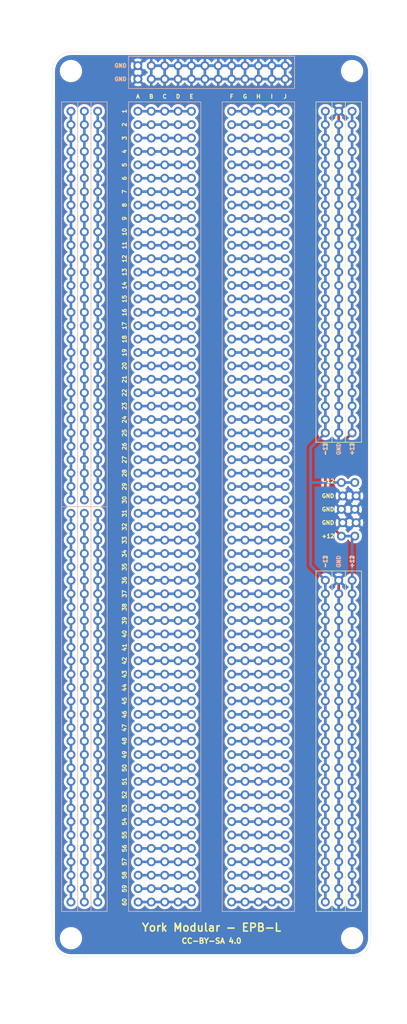
<source format=kicad_pcb>
(kicad_pcb (version 20171130) (host pcbnew "(5.1.12)-1")
  (layers (0 F.Cu signal) (31 B.Cu signal) (34 B.Paste user) (35 F.Paste user) (36 B.SilkS user) (37 F.SilkS user) (38 B.Mask user) (39 F.Mask user) (44 Edge.Cuts user))
  (net 0 "")
  (net 1 "Net-(J1-Pad30)")
  (net 2 "Net-(J1-Pad29)")
  (net 3 "Net-(J1-Pad28)")
  (net 4 "Net-(J1-Pad27)")
  (net 5 "Net-(J1-Pad26)")
  (net 6 "Net-(J1-Pad25)")
  (net 7 "Net-(J1-Pad24)")
  (net 8 "Net-(J1-Pad23)")
  (net 9 "Net-(J1-Pad22)")
  (net 10 "Net-(J1-Pad21)")
  (net 11 "Net-(J1-Pad20)")
  (net 12 "Net-(J1-Pad19)")
  (net 13 "Net-(J1-Pad18)")
  (net 14 "Net-(J1-Pad17)")
  (net 15 "Net-(J1-Pad16)")
  (net 16 "Net-(J1-Pad15)")
  (net 17 "Net-(J1-Pad14)")
  (net 18 "Net-(J1-Pad13)")
  (net 19 "Net-(J1-Pad12)")
  (net 20 "Net-(J1-Pad11)")
  (net 21 "Net-(J1-Pad10)")
  (net 22 "Net-(J1-Pad9)")
  (net 23 "Net-(J1-Pad8)")
  (net 24 "Net-(J1-Pad7)")
  (net 25 "Net-(J1-Pad6)")
  (net 26 "Net-(J1-Pad5)")
  (net 27 "Net-(J1-Pad4)")
  (net 28 "Net-(J1-Pad3)")
  (net 29 "Net-(J1-Pad2)")
  (net 30 "Net-(J1-Pad1)")
  (net 31 "Net-(J10-Pad30)")
  (net 32 "Net-(J10-Pad29)")
  (net 33 "Net-(J10-Pad28)")
  (net 34 "Net-(J10-Pad27)")
  (net 35 "Net-(J10-Pad26)")
  (net 36 "Net-(J10-Pad25)")
  (net 37 "Net-(J10-Pad24)")
  (net 38 "Net-(J10-Pad23)")
  (net 39 "Net-(J10-Pad22)")
  (net 40 "Net-(J10-Pad21)")
  (net 41 "Net-(J10-Pad20)")
  (net 42 "Net-(J10-Pad19)")
  (net 43 "Net-(J10-Pad18)")
  (net 44 "Net-(J10-Pad17)")
  (net 45 "Net-(J10-Pad16)")
  (net 46 "Net-(J10-Pad15)")
  (net 47 "Net-(J10-Pad14)")
  (net 48 "Net-(J10-Pad13)")
  (net 49 "Net-(J10-Pad12)")
  (net 50 "Net-(J10-Pad11)")
  (net 51 "Net-(J10-Pad10)")
  (net 52 "Net-(J10-Pad9)")
  (net 53 "Net-(J10-Pad8)")
  (net 54 "Net-(J10-Pad7)")
  (net 55 "Net-(J10-Pad6)")
  (net 56 "Net-(J10-Pad5)")
  (net 57 "Net-(J10-Pad4)")
  (net 58 "Net-(J10-Pad3)")
  (net 59 "Net-(J10-Pad2)")
  (net 60 "Net-(J10-Pad1)")
  (net 61 "Net-(J11-Pad1)")
  (net 62 "Net-(J12-Pad1)")
  (net 63 "Net-(J13-Pad1)")
  (net 64 -12V)
  (net 65 GND)
  (net 66 +12V)
  (net 67 "Net-(J23-Pad1)")
  (net 68 "Net-(J24-Pad1)")
  (net 69 "Net-(J25-Pad1)")
  (net 70 "Net-(J26-Pad30)")
  (net 71 "Net-(J26-Pad29)")
  (net 72 "Net-(J26-Pad28)")
  (net 73 "Net-(J26-Pad27)")
  (net 74 "Net-(J26-Pad26)")
  (net 75 "Net-(J26-Pad25)")
  (net 76 "Net-(J26-Pad24)")
  (net 77 "Net-(J26-Pad23)")
  (net 78 "Net-(J26-Pad22)")
  (net 79 "Net-(J26-Pad21)")
  (net 80 "Net-(J26-Pad20)")
  (net 81 "Net-(J26-Pad19)")
  (net 82 "Net-(J26-Pad18)")
  (net 83 "Net-(J26-Pad17)")
  (net 84 "Net-(J26-Pad16)")
  (net 85 "Net-(J26-Pad15)")
  (net 86 "Net-(J26-Pad14)")
  (net 87 "Net-(J26-Pad13)")
  (net 88 "Net-(J26-Pad12)")
  (net 89 "Net-(J26-Pad11)")
  (net 90 "Net-(J26-Pad10)")
  (net 91 "Net-(J26-Pad9)")
  (net 92 "Net-(J26-Pad8)")
  (net 93 "Net-(J26-Pad7)")
  (net 94 "Net-(J26-Pad6)")
  (net 95 "Net-(J26-Pad5)")
  (net 96 "Net-(J26-Pad4)")
  (net 97 "Net-(J26-Pad3)")
  (net 98 "Net-(J26-Pad2)")
  (net 99 "Net-(J26-Pad1)")
  (net 100 "Net-(J31-Pad30)")
  (net 101 "Net-(J31-Pad29)")
  (net 102 "Net-(J31-Pad28)")
  (net 103 "Net-(J31-Pad27)")
  (net 104 "Net-(J31-Pad26)")
  (net 105 "Net-(J31-Pad25)")
  (net 106 "Net-(J31-Pad24)")
  (net 107 "Net-(J31-Pad23)")
  (net 108 "Net-(J31-Pad22)")
  (net 109 "Net-(J31-Pad21)")
  (net 110 "Net-(J31-Pad20)")
  (net 111 "Net-(J31-Pad19)")
  (net 112 "Net-(J31-Pad18)")
  (net 113 "Net-(J31-Pad17)")
  (net 114 "Net-(J31-Pad16)")
  (net 115 "Net-(J31-Pad15)")
  (net 116 "Net-(J31-Pad14)")
  (net 117 "Net-(J31-Pad13)")
  (net 118 "Net-(J31-Pad12)")
  (net 119 "Net-(J31-Pad11)")
  (net 120 "Net-(J31-Pad10)")
  (net 121 "Net-(J31-Pad9)")
  (net 122 "Net-(J31-Pad8)")
  (net 123 "Net-(J31-Pad7)")
  (net 124 "Net-(J31-Pad6)")
  (net 125 "Net-(J31-Pad5)")
  (net 126 "Net-(J31-Pad4)")
  (net 127 "Net-(J31-Pad3)")
  (net 128 "Net-(J31-Pad2)")
  (net 129 "Net-(J31-Pad1)")
  (module Connector_PinHeader_2.54mm:PinHeader_1x25_P2.54mm_Vertical (layer F.Cu) (at 131.826 73.66)
    (fp_text reference J15 hide)
    (fp_text value Conn_01x25 hide)
    (pad 25 thru_hole oval (at 0 60.96) (size 1.7 1.7) (drill 1) (layers *.Cu *.Mask) (net 66 +12V))
    (pad 24 thru_hole oval (at 0 58.42) (size 1.7 1.7) (drill 1) (layers *.Cu *.Mask) (net 66 +12V))
    (pad 23 thru_hole oval (at 0 55.88) (size 1.7 1.7) (drill 1) (layers *.Cu *.Mask) (net 66 +12V))
    (pad 22 thru_hole oval (at 0 53.34) (size 1.7 1.7) (drill 1) (layers *.Cu *.Mask) (net 66 +12V))
    (pad 21 thru_hole oval (at 0 50.8) (size 1.7 1.7) (drill 1) (layers *.Cu *.Mask) (net 66 +12V))
    (pad 20 thru_hole oval (at 0 48.26) (size 1.7 1.7) (drill 1) (layers *.Cu *.Mask) (net 66 +12V))
    (pad 19 thru_hole oval (at 0 45.72) (size 1.7 1.7) (drill 1) (layers *.Cu *.Mask) (net 66 +12V))
    (pad 18 thru_hole oval (at 0 43.18) (size 1.7 1.7) (drill 1) (layers *.Cu *.Mask) (net 66 +12V))
    (pad 17 thru_hole oval (at 0 40.64) (size 1.7 1.7) (drill 1) (layers *.Cu *.Mask) (net 66 +12V))
    (pad 16 thru_hole oval (at 0 38.1) (size 1.7 1.7) (drill 1) (layers *.Cu *.Mask) (net 66 +12V))
    (pad 15 thru_hole oval (at 0 35.56) (size 1.7 1.7) (drill 1) (layers *.Cu *.Mask) (net 66 +12V))
    (pad 14 thru_hole oval (at 0 33.02) (size 1.7 1.7) (drill 1) (layers *.Cu *.Mask) (net 66 +12V))
    (pad 13 thru_hole oval (at 0 30.48) (size 1.7 1.7) (drill 1) (layers *.Cu *.Mask) (net 66 +12V))
    (pad 12 thru_hole oval (at 0 27.94) (size 1.7 1.7) (drill 1) (layers *.Cu *.Mask) (net 66 +12V))
    (pad 11 thru_hole oval (at 0 25.4) (size 1.7 1.7) (drill 1) (layers *.Cu *.Mask) (net 66 +12V))
    (pad 10 thru_hole oval (at 0 22.86) (size 1.7 1.7) (drill 1) (layers *.Cu *.Mask) (net 66 +12V))
    (pad 9 thru_hole oval (at 0 20.32) (size 1.7 1.7) (drill 1) (layers *.Cu *.Mask) (net 66 +12V))
    (pad 8 thru_hole oval (at 0 17.78) (size 1.7 1.7) (drill 1) (layers *.Cu *.Mask) (net 66 +12V))
    (pad 7 thru_hole oval (at 0 15.24) (size 1.7 1.7) (drill 1) (layers *.Cu *.Mask) (net 66 +12V))
    (pad 6 thru_hole oval (at 0 12.7) (size 1.7 1.7) (drill 1) (layers *.Cu *.Mask) (net 66 +12V))
    (pad 5 thru_hole oval (at 0 10.16) (size 1.7 1.7) (drill 1) (layers *.Cu *.Mask) (net 66 +12V))
    (pad 4 thru_hole oval (at 0 7.62) (size 1.7 1.7) (drill 1) (layers *.Cu *.Mask) (net 66 +12V))
    (pad 3 thru_hole oval (at 0 5.08) (size 1.7 1.7) (drill 1) (layers *.Cu *.Mask) (net 66 +12V))
    (pad 2 thru_hole oval (at 0 2.54) (size 1.7 1.7) (drill 1) (layers *.Cu *.Mask) (net 66 +12V))
    (pad 1 thru_hole circle (at 0 0) (size 1.7 1.7) (drill 1) (layers *.Cu *.Mask) (net 66 +12V))
  )
  (module Connector_PinHeader_2.54mm:PinHeader_1x25_P2.54mm_Vertical (layer F.Cu) (at 129.286 73.66)
    (fp_text reference J16 hide)
    (fp_text value Conn_01x25 hide)
    (pad 25 thru_hole oval (at 0 60.96) (size 1.7 1.7) (drill 1) (layers *.Cu *.Mask) (net 65 GND))
    (pad 24 thru_hole oval (at 0 58.42) (size 1.7 1.7) (drill 1) (layers *.Cu *.Mask) (net 65 GND))
    (pad 23 thru_hole oval (at 0 55.88) (size 1.7 1.7) (drill 1) (layers *.Cu *.Mask) (net 65 GND))
    (pad 22 thru_hole oval (at 0 53.34) (size 1.7 1.7) (drill 1) (layers *.Cu *.Mask) (net 65 GND))
    (pad 21 thru_hole oval (at 0 50.8) (size 1.7 1.7) (drill 1) (layers *.Cu *.Mask) (net 65 GND))
    (pad 20 thru_hole oval (at 0 48.26) (size 1.7 1.7) (drill 1) (layers *.Cu *.Mask) (net 65 GND))
    (pad 19 thru_hole oval (at 0 45.72) (size 1.7 1.7) (drill 1) (layers *.Cu *.Mask) (net 65 GND))
    (pad 18 thru_hole oval (at 0 43.18) (size 1.7 1.7) (drill 1) (layers *.Cu *.Mask) (net 65 GND))
    (pad 17 thru_hole oval (at 0 40.64) (size 1.7 1.7) (drill 1) (layers *.Cu *.Mask) (net 65 GND))
    (pad 16 thru_hole oval (at 0 38.1) (size 1.7 1.7) (drill 1) (layers *.Cu *.Mask) (net 65 GND))
    (pad 15 thru_hole oval (at 0 35.56) (size 1.7 1.7) (drill 1) (layers *.Cu *.Mask) (net 65 GND))
    (pad 14 thru_hole oval (at 0 33.02) (size 1.7 1.7) (drill 1) (layers *.Cu *.Mask) (net 65 GND))
    (pad 13 thru_hole oval (at 0 30.48) (size 1.7 1.7) (drill 1) (layers *.Cu *.Mask) (net 65 GND))
    (pad 12 thru_hole oval (at 0 27.94) (size 1.7 1.7) (drill 1) (layers *.Cu *.Mask) (net 65 GND))
    (pad 11 thru_hole oval (at 0 25.4) (size 1.7 1.7) (drill 1) (layers *.Cu *.Mask) (net 65 GND))
    (pad 10 thru_hole oval (at 0 22.86) (size 1.7 1.7) (drill 1) (layers *.Cu *.Mask) (net 65 GND))
    (pad 9 thru_hole oval (at 0 20.32) (size 1.7 1.7) (drill 1) (layers *.Cu *.Mask) (net 65 GND))
    (pad 8 thru_hole oval (at 0 17.78) (size 1.7 1.7) (drill 1) (layers *.Cu *.Mask) (net 65 GND))
    (pad 7 thru_hole oval (at 0 15.24) (size 1.7 1.7) (drill 1) (layers *.Cu *.Mask) (net 65 GND))
    (pad 6 thru_hole oval (at 0 12.7) (size 1.7 1.7) (drill 1) (layers *.Cu *.Mask) (net 65 GND))
    (pad 5 thru_hole oval (at 0 10.16) (size 1.7 1.7) (drill 1) (layers *.Cu *.Mask) (net 65 GND))
    (pad 4 thru_hole oval (at 0 7.62) (size 1.7 1.7) (drill 1) (layers *.Cu *.Mask) (net 65 GND))
    (pad 3 thru_hole oval (at 0 5.08) (size 1.7 1.7) (drill 1) (layers *.Cu *.Mask) (net 65 GND))
    (pad 2 thru_hole oval (at 0 2.54) (size 1.7 1.7) (drill 1) (layers *.Cu *.Mask) (net 65 GND))
    (pad 1 thru_hole circle (at 0 0) (size 1.7 1.7) (drill 1) (layers *.Cu *.Mask) (net 65 GND))
  )
  (module Connector_PinHeader_2.54mm:PinHeader_1x25_P2.54mm_Vertical (layer F.Cu) (at 126.746 73.66)
    (fp_text reference J17 hide)
    (fp_text value Conn_01x25 hide)
    (pad 25 thru_hole oval (at 0 60.96) (size 1.7 1.7) (drill 1) (layers *.Cu *.Mask) (net 64 -12V))
    (pad 24 thru_hole oval (at 0 58.42) (size 1.7 1.7) (drill 1) (layers *.Cu *.Mask) (net 64 -12V))
    (pad 23 thru_hole oval (at 0 55.88) (size 1.7 1.7) (drill 1) (layers *.Cu *.Mask) (net 64 -12V))
    (pad 22 thru_hole oval (at 0 53.34) (size 1.7 1.7) (drill 1) (layers *.Cu *.Mask) (net 64 -12V))
    (pad 21 thru_hole oval (at 0 50.8) (size 1.7 1.7) (drill 1) (layers *.Cu *.Mask) (net 64 -12V))
    (pad 20 thru_hole oval (at 0 48.26) (size 1.7 1.7) (drill 1) (layers *.Cu *.Mask) (net 64 -12V))
    (pad 19 thru_hole oval (at 0 45.72) (size 1.7 1.7) (drill 1) (layers *.Cu *.Mask) (net 64 -12V))
    (pad 18 thru_hole oval (at 0 43.18) (size 1.7 1.7) (drill 1) (layers *.Cu *.Mask) (net 64 -12V))
    (pad 17 thru_hole oval (at 0 40.64) (size 1.7 1.7) (drill 1) (layers *.Cu *.Mask) (net 64 -12V))
    (pad 16 thru_hole oval (at 0 38.1) (size 1.7 1.7) (drill 1) (layers *.Cu *.Mask) (net 64 -12V))
    (pad 15 thru_hole oval (at 0 35.56) (size 1.7 1.7) (drill 1) (layers *.Cu *.Mask) (net 64 -12V))
    (pad 14 thru_hole oval (at 0 33.02) (size 1.7 1.7) (drill 1) (layers *.Cu *.Mask) (net 64 -12V))
    (pad 13 thru_hole oval (at 0 30.48) (size 1.7 1.7) (drill 1) (layers *.Cu *.Mask) (net 64 -12V))
    (pad 12 thru_hole oval (at 0 27.94) (size 1.7 1.7) (drill 1) (layers *.Cu *.Mask) (net 64 -12V))
    (pad 11 thru_hole oval (at 0 25.4) (size 1.7 1.7) (drill 1) (layers *.Cu *.Mask) (net 64 -12V))
    (pad 10 thru_hole oval (at 0 22.86) (size 1.7 1.7) (drill 1) (layers *.Cu *.Mask) (net 64 -12V))
    (pad 9 thru_hole oval (at 0 20.32) (size 1.7 1.7) (drill 1) (layers *.Cu *.Mask) (net 64 -12V))
    (pad 8 thru_hole oval (at 0 17.78) (size 1.7 1.7) (drill 1) (layers *.Cu *.Mask) (net 64 -12V))
    (pad 7 thru_hole oval (at 0 15.24) (size 1.7 1.7) (drill 1) (layers *.Cu *.Mask) (net 64 -12V))
    (pad 6 thru_hole oval (at 0 12.7) (size 1.7 1.7) (drill 1) (layers *.Cu *.Mask) (net 64 -12V))
    (pad 5 thru_hole oval (at 0 10.16) (size 1.7 1.7) (drill 1) (layers *.Cu *.Mask) (net 64 -12V))
    (pad 4 thru_hole oval (at 0 7.62) (size 1.7 1.7) (drill 1) (layers *.Cu *.Mask) (net 64 -12V))
    (pad 3 thru_hole oval (at 0 5.08) (size 1.7 1.7) (drill 1) (layers *.Cu *.Mask) (net 64 -12V))
    (pad 2 thru_hole oval (at 0 2.54) (size 1.7 1.7) (drill 1) (layers *.Cu *.Mask) (net 64 -12V))
    (pad 1 thru_hole circle (at 0 0) (size 1.7 1.7) (drill 1) (layers *.Cu *.Mask) (net 64 -12V))
  )
  (module Connector_PinHeader_2.54mm:PinHeader_1x25_P2.54mm_Vertical (layer F.Cu) (at 129.286 -15.24)
    (fp_text reference J20 hide)
    (fp_text value Conn_01x25 hide)
    (pad 25 thru_hole oval (at 0 60.96) (size 1.7 1.7) (drill 1) (layers *.Cu *.Mask) (net 65 GND))
    (pad 24 thru_hole oval (at 0 58.42) (size 1.7 1.7) (drill 1) (layers *.Cu *.Mask) (net 65 GND))
    (pad 23 thru_hole oval (at 0 55.88) (size 1.7 1.7) (drill 1) (layers *.Cu *.Mask) (net 65 GND))
    (pad 22 thru_hole oval (at 0 53.34) (size 1.7 1.7) (drill 1) (layers *.Cu *.Mask) (net 65 GND))
    (pad 21 thru_hole oval (at 0 50.8) (size 1.7 1.7) (drill 1) (layers *.Cu *.Mask) (net 65 GND))
    (pad 20 thru_hole oval (at 0 48.26) (size 1.7 1.7) (drill 1) (layers *.Cu *.Mask) (net 65 GND))
    (pad 19 thru_hole oval (at 0 45.72) (size 1.7 1.7) (drill 1) (layers *.Cu *.Mask) (net 65 GND))
    (pad 18 thru_hole oval (at 0 43.18) (size 1.7 1.7) (drill 1) (layers *.Cu *.Mask) (net 65 GND))
    (pad 17 thru_hole oval (at 0 40.64) (size 1.7 1.7) (drill 1) (layers *.Cu *.Mask) (net 65 GND))
    (pad 16 thru_hole oval (at 0 38.1) (size 1.7 1.7) (drill 1) (layers *.Cu *.Mask) (net 65 GND))
    (pad 15 thru_hole oval (at 0 35.56) (size 1.7 1.7) (drill 1) (layers *.Cu *.Mask) (net 65 GND))
    (pad 14 thru_hole oval (at 0 33.02) (size 1.7 1.7) (drill 1) (layers *.Cu *.Mask) (net 65 GND))
    (pad 13 thru_hole oval (at 0 30.48) (size 1.7 1.7) (drill 1) (layers *.Cu *.Mask) (net 65 GND))
    (pad 12 thru_hole oval (at 0 27.94) (size 1.7 1.7) (drill 1) (layers *.Cu *.Mask) (net 65 GND))
    (pad 11 thru_hole oval (at 0 25.4) (size 1.7 1.7) (drill 1) (layers *.Cu *.Mask) (net 65 GND))
    (pad 10 thru_hole oval (at 0 22.86) (size 1.7 1.7) (drill 1) (layers *.Cu *.Mask) (net 65 GND))
    (pad 9 thru_hole oval (at 0 20.32) (size 1.7 1.7) (drill 1) (layers *.Cu *.Mask) (net 65 GND))
    (pad 8 thru_hole oval (at 0 17.78) (size 1.7 1.7) (drill 1) (layers *.Cu *.Mask) (net 65 GND))
    (pad 7 thru_hole oval (at 0 15.24) (size 1.7 1.7) (drill 1) (layers *.Cu *.Mask) (net 65 GND))
    (pad 6 thru_hole oval (at 0 12.7) (size 1.7 1.7) (drill 1) (layers *.Cu *.Mask) (net 65 GND))
    (pad 5 thru_hole oval (at 0 10.16) (size 1.7 1.7) (drill 1) (layers *.Cu *.Mask) (net 65 GND))
    (pad 4 thru_hole oval (at 0 7.62) (size 1.7 1.7) (drill 1) (layers *.Cu *.Mask) (net 65 GND))
    (pad 3 thru_hole oval (at 0 5.08) (size 1.7 1.7) (drill 1) (layers *.Cu *.Mask) (net 65 GND))
    (pad 2 thru_hole oval (at 0 2.54) (size 1.7 1.7) (drill 1) (layers *.Cu *.Mask) (net 65 GND))
    (pad 1 thru_hole circle (at 0 0) (size 1.7 1.7) (drill 1) (layers *.Cu *.Mask) (net 65 GND))
  )
  (module Connector_PinHeader_2.54mm:PinHeader_1x25_P2.54mm_Vertical (layer F.Cu) (at 131.826 -15.24)
    (fp_text reference J19 hide)
    (fp_text value Conn_01x25 hide)
    (pad 25 thru_hole oval (at 0 60.96) (size 1.7 1.7) (drill 1) (layers *.Cu *.Mask) (net 66 +12V))
    (pad 24 thru_hole oval (at 0 58.42) (size 1.7 1.7) (drill 1) (layers *.Cu *.Mask) (net 66 +12V))
    (pad 23 thru_hole oval (at 0 55.88) (size 1.7 1.7) (drill 1) (layers *.Cu *.Mask) (net 66 +12V))
    (pad 22 thru_hole oval (at 0 53.34) (size 1.7 1.7) (drill 1) (layers *.Cu *.Mask) (net 66 +12V))
    (pad 21 thru_hole oval (at 0 50.8) (size 1.7 1.7) (drill 1) (layers *.Cu *.Mask) (net 66 +12V))
    (pad 20 thru_hole oval (at 0 48.26) (size 1.7 1.7) (drill 1) (layers *.Cu *.Mask) (net 66 +12V))
    (pad 19 thru_hole oval (at 0 45.72) (size 1.7 1.7) (drill 1) (layers *.Cu *.Mask) (net 66 +12V))
    (pad 18 thru_hole oval (at 0 43.18) (size 1.7 1.7) (drill 1) (layers *.Cu *.Mask) (net 66 +12V))
    (pad 17 thru_hole oval (at 0 40.64) (size 1.7 1.7) (drill 1) (layers *.Cu *.Mask) (net 66 +12V))
    (pad 16 thru_hole oval (at 0 38.1) (size 1.7 1.7) (drill 1) (layers *.Cu *.Mask) (net 66 +12V))
    (pad 15 thru_hole oval (at 0 35.56) (size 1.7 1.7) (drill 1) (layers *.Cu *.Mask) (net 66 +12V))
    (pad 14 thru_hole oval (at 0 33.02) (size 1.7 1.7) (drill 1) (layers *.Cu *.Mask) (net 66 +12V))
    (pad 13 thru_hole oval (at 0 30.48) (size 1.7 1.7) (drill 1) (layers *.Cu *.Mask) (net 66 +12V))
    (pad 12 thru_hole oval (at 0 27.94) (size 1.7 1.7) (drill 1) (layers *.Cu *.Mask) (net 66 +12V))
    (pad 11 thru_hole oval (at 0 25.4) (size 1.7 1.7) (drill 1) (layers *.Cu *.Mask) (net 66 +12V))
    (pad 10 thru_hole oval (at 0 22.86) (size 1.7 1.7) (drill 1) (layers *.Cu *.Mask) (net 66 +12V))
    (pad 9 thru_hole oval (at 0 20.32) (size 1.7 1.7) (drill 1) (layers *.Cu *.Mask) (net 66 +12V))
    (pad 8 thru_hole oval (at 0 17.78) (size 1.7 1.7) (drill 1) (layers *.Cu *.Mask) (net 66 +12V))
    (pad 7 thru_hole oval (at 0 15.24) (size 1.7 1.7) (drill 1) (layers *.Cu *.Mask) (net 66 +12V))
    (pad 6 thru_hole oval (at 0 12.7) (size 1.7 1.7) (drill 1) (layers *.Cu *.Mask) (net 66 +12V))
    (pad 5 thru_hole oval (at 0 10.16) (size 1.7 1.7) (drill 1) (layers *.Cu *.Mask) (net 66 +12V))
    (pad 4 thru_hole oval (at 0 7.62) (size 1.7 1.7) (drill 1) (layers *.Cu *.Mask) (net 66 +12V))
    (pad 3 thru_hole oval (at 0 5.08) (size 1.7 1.7) (drill 1) (layers *.Cu *.Mask) (net 66 +12V))
    (pad 2 thru_hole oval (at 0 2.54) (size 1.7 1.7) (drill 1) (layers *.Cu *.Mask) (net 66 +12V))
    (pad 1 thru_hole circle (at 0 0) (size 1.7 1.7) (drill 1) (layers *.Cu *.Mask) (net 66 +12V))
  )
  (module Connector_PinHeader_2.54mm:PinHeader_1x25_P2.54mm_Vertical (layer F.Cu) (at 126.746 -15.24)
    (fp_text reference J18 hide)
    (fp_text value Conn_01x25 hide)
    (pad 25 thru_hole oval (at 0 60.96) (size 1.7 1.7) (drill 1) (layers *.Cu *.Mask) (net 64 -12V))
    (pad 24 thru_hole oval (at 0 58.42) (size 1.7 1.7) (drill 1) (layers *.Cu *.Mask) (net 64 -12V))
    (pad 23 thru_hole oval (at 0 55.88) (size 1.7 1.7) (drill 1) (layers *.Cu *.Mask) (net 64 -12V))
    (pad 22 thru_hole oval (at 0 53.34) (size 1.7 1.7) (drill 1) (layers *.Cu *.Mask) (net 64 -12V))
    (pad 21 thru_hole oval (at 0 50.8) (size 1.7 1.7) (drill 1) (layers *.Cu *.Mask) (net 64 -12V))
    (pad 20 thru_hole oval (at 0 48.26) (size 1.7 1.7) (drill 1) (layers *.Cu *.Mask) (net 64 -12V))
    (pad 19 thru_hole oval (at 0 45.72) (size 1.7 1.7) (drill 1) (layers *.Cu *.Mask) (net 64 -12V))
    (pad 18 thru_hole oval (at 0 43.18) (size 1.7 1.7) (drill 1) (layers *.Cu *.Mask) (net 64 -12V))
    (pad 17 thru_hole oval (at 0 40.64) (size 1.7 1.7) (drill 1) (layers *.Cu *.Mask) (net 64 -12V))
    (pad 16 thru_hole oval (at 0 38.1) (size 1.7 1.7) (drill 1) (layers *.Cu *.Mask) (net 64 -12V))
    (pad 15 thru_hole oval (at 0 35.56) (size 1.7 1.7) (drill 1) (layers *.Cu *.Mask) (net 64 -12V))
    (pad 14 thru_hole oval (at 0 33.02) (size 1.7 1.7) (drill 1) (layers *.Cu *.Mask) (net 64 -12V))
    (pad 13 thru_hole oval (at 0 30.48) (size 1.7 1.7) (drill 1) (layers *.Cu *.Mask) (net 64 -12V))
    (pad 12 thru_hole oval (at 0 27.94) (size 1.7 1.7) (drill 1) (layers *.Cu *.Mask) (net 64 -12V))
    (pad 11 thru_hole oval (at 0 25.4) (size 1.7 1.7) (drill 1) (layers *.Cu *.Mask) (net 64 -12V))
    (pad 10 thru_hole oval (at 0 22.86) (size 1.7 1.7) (drill 1) (layers *.Cu *.Mask) (net 64 -12V))
    (pad 9 thru_hole oval (at 0 20.32) (size 1.7 1.7) (drill 1) (layers *.Cu *.Mask) (net 64 -12V))
    (pad 8 thru_hole oval (at 0 17.78) (size 1.7 1.7) (drill 1) (layers *.Cu *.Mask) (net 64 -12V))
    (pad 7 thru_hole oval (at 0 15.24) (size 1.7 1.7) (drill 1) (layers *.Cu *.Mask) (net 64 -12V))
    (pad 6 thru_hole oval (at 0 12.7) (size 1.7 1.7) (drill 1) (layers *.Cu *.Mask) (net 64 -12V))
    (pad 5 thru_hole oval (at 0 10.16) (size 1.7 1.7) (drill 1) (layers *.Cu *.Mask) (net 64 -12V))
    (pad 4 thru_hole oval (at 0 7.62) (size 1.7 1.7) (drill 1) (layers *.Cu *.Mask) (net 64 -12V))
    (pad 3 thru_hole oval (at 0 5.08) (size 1.7 1.7) (drill 1) (layers *.Cu *.Mask) (net 64 -12V))
    (pad 2 thru_hole oval (at 0 2.54) (size 1.7 1.7) (drill 1) (layers *.Cu *.Mask) (net 64 -12V))
    (pad 1 thru_hole circle (at 0 0) (size 1.7 1.7) (drill 1) (layers *.Cu *.Mask) (net 64 -12V))
  )
  (module Connector_PinHeader_2.54mm:PinHeader_1x30_P2.54mm_Vertical (layer F.Cu) (at 119.126 -15.24)
    (fp_text reference J35 hide)
    (fp_text value Conn_01x30 hide)
    (pad 30 thru_hole oval (at 0 73.66) (size 1.7 1.7) (drill 1) (layers *.Cu *.Mask) (net 100 "Net-(J31-Pad30)"))
    (pad 29 thru_hole oval (at 0 71.12) (size 1.7 1.7) (drill 1) (layers *.Cu *.Mask) (net 101 "Net-(J31-Pad29)"))
    (pad 28 thru_hole oval (at 0 68.58) (size 1.7 1.7) (drill 1) (layers *.Cu *.Mask) (net 102 "Net-(J31-Pad28)"))
    (pad 27 thru_hole oval (at 0 66.04) (size 1.7 1.7) (drill 1) (layers *.Cu *.Mask) (net 103 "Net-(J31-Pad27)"))
    (pad 26 thru_hole oval (at 0 63.5) (size 1.7 1.7) (drill 1) (layers *.Cu *.Mask) (net 104 "Net-(J31-Pad26)"))
    (pad 25 thru_hole oval (at 0 60.96) (size 1.7 1.7) (drill 1) (layers *.Cu *.Mask) (net 105 "Net-(J31-Pad25)"))
    (pad 24 thru_hole oval (at 0 58.42) (size 1.7 1.7) (drill 1) (layers *.Cu *.Mask) (net 106 "Net-(J31-Pad24)"))
    (pad 23 thru_hole oval (at 0 55.88) (size 1.7 1.7) (drill 1) (layers *.Cu *.Mask) (net 107 "Net-(J31-Pad23)"))
    (pad 22 thru_hole oval (at 0 53.34) (size 1.7 1.7) (drill 1) (layers *.Cu *.Mask) (net 108 "Net-(J31-Pad22)"))
    (pad 21 thru_hole oval (at 0 50.8) (size 1.7 1.7) (drill 1) (layers *.Cu *.Mask) (net 109 "Net-(J31-Pad21)"))
    (pad 20 thru_hole oval (at 0 48.26) (size 1.7 1.7) (drill 1) (layers *.Cu *.Mask) (net 110 "Net-(J31-Pad20)"))
    (pad 19 thru_hole oval (at 0 45.72) (size 1.7 1.7) (drill 1) (layers *.Cu *.Mask) (net 111 "Net-(J31-Pad19)"))
    (pad 18 thru_hole oval (at 0 43.18) (size 1.7 1.7) (drill 1) (layers *.Cu *.Mask) (net 112 "Net-(J31-Pad18)"))
    (pad 17 thru_hole oval (at 0 40.64) (size 1.7 1.7) (drill 1) (layers *.Cu *.Mask) (net 113 "Net-(J31-Pad17)"))
    (pad 16 thru_hole oval (at 0 38.1) (size 1.7 1.7) (drill 1) (layers *.Cu *.Mask) (net 114 "Net-(J31-Pad16)"))
    (pad 15 thru_hole oval (at 0 35.56) (size 1.7 1.7) (drill 1) (layers *.Cu *.Mask) (net 115 "Net-(J31-Pad15)"))
    (pad 14 thru_hole oval (at 0 33.02) (size 1.7 1.7) (drill 1) (layers *.Cu *.Mask) (net 116 "Net-(J31-Pad14)"))
    (pad 13 thru_hole oval (at 0 30.48) (size 1.7 1.7) (drill 1) (layers *.Cu *.Mask) (net 117 "Net-(J31-Pad13)"))
    (pad 12 thru_hole oval (at 0 27.94) (size 1.7 1.7) (drill 1) (layers *.Cu *.Mask) (net 118 "Net-(J31-Pad12)"))
    (pad 11 thru_hole oval (at 0 25.4) (size 1.7 1.7) (drill 1) (layers *.Cu *.Mask) (net 119 "Net-(J31-Pad11)"))
    (pad 10 thru_hole oval (at 0 22.86) (size 1.7 1.7) (drill 1) (layers *.Cu *.Mask) (net 120 "Net-(J31-Pad10)"))
    (pad 9 thru_hole oval (at 0 20.32) (size 1.7 1.7) (drill 1) (layers *.Cu *.Mask) (net 121 "Net-(J31-Pad9)"))
    (pad 8 thru_hole oval (at 0 17.78) (size 1.7 1.7) (drill 1) (layers *.Cu *.Mask) (net 122 "Net-(J31-Pad8)"))
    (pad 7 thru_hole oval (at 0 15.24) (size 1.7 1.7) (drill 1) (layers *.Cu *.Mask) (net 123 "Net-(J31-Pad7)"))
    (pad 6 thru_hole oval (at 0 12.7) (size 1.7 1.7) (drill 1) (layers *.Cu *.Mask) (net 124 "Net-(J31-Pad6)"))
    (pad 5 thru_hole oval (at 0 10.16) (size 1.7 1.7) (drill 1) (layers *.Cu *.Mask) (net 125 "Net-(J31-Pad5)"))
    (pad 4 thru_hole oval (at 0 7.62) (size 1.7 1.7) (drill 1) (layers *.Cu *.Mask) (net 126 "Net-(J31-Pad4)"))
    (pad 3 thru_hole oval (at 0 5.08) (size 1.7 1.7) (drill 1) (layers *.Cu *.Mask) (net 127 "Net-(J31-Pad3)"))
    (pad 2 thru_hole oval (at 0 2.54) (size 1.7 1.7) (drill 1) (layers *.Cu *.Mask) (net 128 "Net-(J31-Pad2)"))
    (pad 1 thru_hole circle (at 0 0) (size 1.7 1.7) (drill 1) (layers *.Cu *.Mask) (net 129 "Net-(J31-Pad1)"))
  )
  (module Connector_PinHeader_2.54mm:PinHeader_1x30_P2.54mm_Vertical (layer F.Cu) (at 116.586 -15.24)
    (fp_text reference J34 hide)
    (fp_text value Conn_01x30 hide)
    (pad 30 thru_hole oval (at 0 73.66) (size 1.7 1.7) (drill 1) (layers *.Cu *.Mask) (net 100 "Net-(J31-Pad30)"))
    (pad 29 thru_hole oval (at 0 71.12) (size 1.7 1.7) (drill 1) (layers *.Cu *.Mask) (net 101 "Net-(J31-Pad29)"))
    (pad 28 thru_hole oval (at 0 68.58) (size 1.7 1.7) (drill 1) (layers *.Cu *.Mask) (net 102 "Net-(J31-Pad28)"))
    (pad 27 thru_hole oval (at 0 66.04) (size 1.7 1.7) (drill 1) (layers *.Cu *.Mask) (net 103 "Net-(J31-Pad27)"))
    (pad 26 thru_hole oval (at 0 63.5) (size 1.7 1.7) (drill 1) (layers *.Cu *.Mask) (net 104 "Net-(J31-Pad26)"))
    (pad 25 thru_hole oval (at 0 60.96) (size 1.7 1.7) (drill 1) (layers *.Cu *.Mask) (net 105 "Net-(J31-Pad25)"))
    (pad 24 thru_hole oval (at 0 58.42) (size 1.7 1.7) (drill 1) (layers *.Cu *.Mask) (net 106 "Net-(J31-Pad24)"))
    (pad 23 thru_hole oval (at 0 55.88) (size 1.7 1.7) (drill 1) (layers *.Cu *.Mask) (net 107 "Net-(J31-Pad23)"))
    (pad 22 thru_hole oval (at 0 53.34) (size 1.7 1.7) (drill 1) (layers *.Cu *.Mask) (net 108 "Net-(J31-Pad22)"))
    (pad 21 thru_hole oval (at 0 50.8) (size 1.7 1.7) (drill 1) (layers *.Cu *.Mask) (net 109 "Net-(J31-Pad21)"))
    (pad 20 thru_hole oval (at 0 48.26) (size 1.7 1.7) (drill 1) (layers *.Cu *.Mask) (net 110 "Net-(J31-Pad20)"))
    (pad 19 thru_hole oval (at 0 45.72) (size 1.7 1.7) (drill 1) (layers *.Cu *.Mask) (net 111 "Net-(J31-Pad19)"))
    (pad 18 thru_hole oval (at 0 43.18) (size 1.7 1.7) (drill 1) (layers *.Cu *.Mask) (net 112 "Net-(J31-Pad18)"))
    (pad 17 thru_hole oval (at 0 40.64) (size 1.7 1.7) (drill 1) (layers *.Cu *.Mask) (net 113 "Net-(J31-Pad17)"))
    (pad 16 thru_hole oval (at 0 38.1) (size 1.7 1.7) (drill 1) (layers *.Cu *.Mask) (net 114 "Net-(J31-Pad16)"))
    (pad 15 thru_hole oval (at 0 35.56) (size 1.7 1.7) (drill 1) (layers *.Cu *.Mask) (net 115 "Net-(J31-Pad15)"))
    (pad 14 thru_hole oval (at 0 33.02) (size 1.7 1.7) (drill 1) (layers *.Cu *.Mask) (net 116 "Net-(J31-Pad14)"))
    (pad 13 thru_hole oval (at 0 30.48) (size 1.7 1.7) (drill 1) (layers *.Cu *.Mask) (net 117 "Net-(J31-Pad13)"))
    (pad 12 thru_hole oval (at 0 27.94) (size 1.7 1.7) (drill 1) (layers *.Cu *.Mask) (net 118 "Net-(J31-Pad12)"))
    (pad 11 thru_hole oval (at 0 25.4) (size 1.7 1.7) (drill 1) (layers *.Cu *.Mask) (net 119 "Net-(J31-Pad11)"))
    (pad 10 thru_hole oval (at 0 22.86) (size 1.7 1.7) (drill 1) (layers *.Cu *.Mask) (net 120 "Net-(J31-Pad10)"))
    (pad 9 thru_hole oval (at 0 20.32) (size 1.7 1.7) (drill 1) (layers *.Cu *.Mask) (net 121 "Net-(J31-Pad9)"))
    (pad 8 thru_hole oval (at 0 17.78) (size 1.7 1.7) (drill 1) (layers *.Cu *.Mask) (net 122 "Net-(J31-Pad8)"))
    (pad 7 thru_hole oval (at 0 15.24) (size 1.7 1.7) (drill 1) (layers *.Cu *.Mask) (net 123 "Net-(J31-Pad7)"))
    (pad 6 thru_hole oval (at 0 12.7) (size 1.7 1.7) (drill 1) (layers *.Cu *.Mask) (net 124 "Net-(J31-Pad6)"))
    (pad 5 thru_hole oval (at 0 10.16) (size 1.7 1.7) (drill 1) (layers *.Cu *.Mask) (net 125 "Net-(J31-Pad5)"))
    (pad 4 thru_hole oval (at 0 7.62) (size 1.7 1.7) (drill 1) (layers *.Cu *.Mask) (net 126 "Net-(J31-Pad4)"))
    (pad 3 thru_hole oval (at 0 5.08) (size 1.7 1.7) (drill 1) (layers *.Cu *.Mask) (net 127 "Net-(J31-Pad3)"))
    (pad 2 thru_hole oval (at 0 2.54) (size 1.7 1.7) (drill 1) (layers *.Cu *.Mask) (net 128 "Net-(J31-Pad2)"))
    (pad 1 thru_hole circle (at 0 0) (size 1.7 1.7) (drill 1) (layers *.Cu *.Mask) (net 129 "Net-(J31-Pad1)"))
  )
  (module Connector_PinHeader_2.54mm:PinHeader_1x30_P2.54mm_Vertical (layer F.Cu) (at 114.046 -15.24)
    (fp_text reference J33 hide)
    (fp_text value Conn_01x30 hide)
    (pad 30 thru_hole oval (at 0 73.66) (size 1.7 1.7) (drill 1) (layers *.Cu *.Mask) (net 100 "Net-(J31-Pad30)"))
    (pad 29 thru_hole oval (at 0 71.12) (size 1.7 1.7) (drill 1) (layers *.Cu *.Mask) (net 101 "Net-(J31-Pad29)"))
    (pad 28 thru_hole oval (at 0 68.58) (size 1.7 1.7) (drill 1) (layers *.Cu *.Mask) (net 102 "Net-(J31-Pad28)"))
    (pad 27 thru_hole oval (at 0 66.04) (size 1.7 1.7) (drill 1) (layers *.Cu *.Mask) (net 103 "Net-(J31-Pad27)"))
    (pad 26 thru_hole oval (at 0 63.5) (size 1.7 1.7) (drill 1) (layers *.Cu *.Mask) (net 104 "Net-(J31-Pad26)"))
    (pad 25 thru_hole oval (at 0 60.96) (size 1.7 1.7) (drill 1) (layers *.Cu *.Mask) (net 105 "Net-(J31-Pad25)"))
    (pad 24 thru_hole oval (at 0 58.42) (size 1.7 1.7) (drill 1) (layers *.Cu *.Mask) (net 106 "Net-(J31-Pad24)"))
    (pad 23 thru_hole oval (at 0 55.88) (size 1.7 1.7) (drill 1) (layers *.Cu *.Mask) (net 107 "Net-(J31-Pad23)"))
    (pad 22 thru_hole oval (at 0 53.34) (size 1.7 1.7) (drill 1) (layers *.Cu *.Mask) (net 108 "Net-(J31-Pad22)"))
    (pad 21 thru_hole oval (at 0 50.8) (size 1.7 1.7) (drill 1) (layers *.Cu *.Mask) (net 109 "Net-(J31-Pad21)"))
    (pad 20 thru_hole oval (at 0 48.26) (size 1.7 1.7) (drill 1) (layers *.Cu *.Mask) (net 110 "Net-(J31-Pad20)"))
    (pad 19 thru_hole oval (at 0 45.72) (size 1.7 1.7) (drill 1) (layers *.Cu *.Mask) (net 111 "Net-(J31-Pad19)"))
    (pad 18 thru_hole oval (at 0 43.18) (size 1.7 1.7) (drill 1) (layers *.Cu *.Mask) (net 112 "Net-(J31-Pad18)"))
    (pad 17 thru_hole oval (at 0 40.64) (size 1.7 1.7) (drill 1) (layers *.Cu *.Mask) (net 113 "Net-(J31-Pad17)"))
    (pad 16 thru_hole oval (at 0 38.1) (size 1.7 1.7) (drill 1) (layers *.Cu *.Mask) (net 114 "Net-(J31-Pad16)"))
    (pad 15 thru_hole oval (at 0 35.56) (size 1.7 1.7) (drill 1) (layers *.Cu *.Mask) (net 115 "Net-(J31-Pad15)"))
    (pad 14 thru_hole oval (at 0 33.02) (size 1.7 1.7) (drill 1) (layers *.Cu *.Mask) (net 116 "Net-(J31-Pad14)"))
    (pad 13 thru_hole oval (at 0 30.48) (size 1.7 1.7) (drill 1) (layers *.Cu *.Mask) (net 117 "Net-(J31-Pad13)"))
    (pad 12 thru_hole oval (at 0 27.94) (size 1.7 1.7) (drill 1) (layers *.Cu *.Mask) (net 118 "Net-(J31-Pad12)"))
    (pad 11 thru_hole oval (at 0 25.4) (size 1.7 1.7) (drill 1) (layers *.Cu *.Mask) (net 119 "Net-(J31-Pad11)"))
    (pad 10 thru_hole oval (at 0 22.86) (size 1.7 1.7) (drill 1) (layers *.Cu *.Mask) (net 120 "Net-(J31-Pad10)"))
    (pad 9 thru_hole oval (at 0 20.32) (size 1.7 1.7) (drill 1) (layers *.Cu *.Mask) (net 121 "Net-(J31-Pad9)"))
    (pad 8 thru_hole oval (at 0 17.78) (size 1.7 1.7) (drill 1) (layers *.Cu *.Mask) (net 122 "Net-(J31-Pad8)"))
    (pad 7 thru_hole oval (at 0 15.24) (size 1.7 1.7) (drill 1) (layers *.Cu *.Mask) (net 123 "Net-(J31-Pad7)"))
    (pad 6 thru_hole oval (at 0 12.7) (size 1.7 1.7) (drill 1) (layers *.Cu *.Mask) (net 124 "Net-(J31-Pad6)"))
    (pad 5 thru_hole oval (at 0 10.16) (size 1.7 1.7) (drill 1) (layers *.Cu *.Mask) (net 125 "Net-(J31-Pad5)"))
    (pad 4 thru_hole oval (at 0 7.62) (size 1.7 1.7) (drill 1) (layers *.Cu *.Mask) (net 126 "Net-(J31-Pad4)"))
    (pad 3 thru_hole oval (at 0 5.08) (size 1.7 1.7) (drill 1) (layers *.Cu *.Mask) (net 127 "Net-(J31-Pad3)"))
    (pad 2 thru_hole oval (at 0 2.54) (size 1.7 1.7) (drill 1) (layers *.Cu *.Mask) (net 128 "Net-(J31-Pad2)"))
    (pad 1 thru_hole circle (at 0 0) (size 1.7 1.7) (drill 1) (layers *.Cu *.Mask) (net 129 "Net-(J31-Pad1)"))
  )
  (module Connector_PinHeader_2.54mm:PinHeader_1x30_P2.54mm_Vertical (layer F.Cu) (at 111.506 -15.24)
    (fp_text reference J32 hide)
    (fp_text value Conn_01x30 hide)
    (pad 30 thru_hole oval (at 0 73.66) (size 1.7 1.7) (drill 1) (layers *.Cu *.Mask) (net 100 "Net-(J31-Pad30)"))
    (pad 29 thru_hole oval (at 0 71.12) (size 1.7 1.7) (drill 1) (layers *.Cu *.Mask) (net 101 "Net-(J31-Pad29)"))
    (pad 28 thru_hole oval (at 0 68.58) (size 1.7 1.7) (drill 1) (layers *.Cu *.Mask) (net 102 "Net-(J31-Pad28)"))
    (pad 27 thru_hole oval (at 0 66.04) (size 1.7 1.7) (drill 1) (layers *.Cu *.Mask) (net 103 "Net-(J31-Pad27)"))
    (pad 26 thru_hole oval (at 0 63.5) (size 1.7 1.7) (drill 1) (layers *.Cu *.Mask) (net 104 "Net-(J31-Pad26)"))
    (pad 25 thru_hole oval (at 0 60.96) (size 1.7 1.7) (drill 1) (layers *.Cu *.Mask) (net 105 "Net-(J31-Pad25)"))
    (pad 24 thru_hole oval (at 0 58.42) (size 1.7 1.7) (drill 1) (layers *.Cu *.Mask) (net 106 "Net-(J31-Pad24)"))
    (pad 23 thru_hole oval (at 0 55.88) (size 1.7 1.7) (drill 1) (layers *.Cu *.Mask) (net 107 "Net-(J31-Pad23)"))
    (pad 22 thru_hole oval (at 0 53.34) (size 1.7 1.7) (drill 1) (layers *.Cu *.Mask) (net 108 "Net-(J31-Pad22)"))
    (pad 21 thru_hole oval (at 0 50.8) (size 1.7 1.7) (drill 1) (layers *.Cu *.Mask) (net 109 "Net-(J31-Pad21)"))
    (pad 20 thru_hole oval (at 0 48.26) (size 1.7 1.7) (drill 1) (layers *.Cu *.Mask) (net 110 "Net-(J31-Pad20)"))
    (pad 19 thru_hole oval (at 0 45.72) (size 1.7 1.7) (drill 1) (layers *.Cu *.Mask) (net 111 "Net-(J31-Pad19)"))
    (pad 18 thru_hole oval (at 0 43.18) (size 1.7 1.7) (drill 1) (layers *.Cu *.Mask) (net 112 "Net-(J31-Pad18)"))
    (pad 17 thru_hole oval (at 0 40.64) (size 1.7 1.7) (drill 1) (layers *.Cu *.Mask) (net 113 "Net-(J31-Pad17)"))
    (pad 16 thru_hole oval (at 0 38.1) (size 1.7 1.7) (drill 1) (layers *.Cu *.Mask) (net 114 "Net-(J31-Pad16)"))
    (pad 15 thru_hole oval (at 0 35.56) (size 1.7 1.7) (drill 1) (layers *.Cu *.Mask) (net 115 "Net-(J31-Pad15)"))
    (pad 14 thru_hole oval (at 0 33.02) (size 1.7 1.7) (drill 1) (layers *.Cu *.Mask) (net 116 "Net-(J31-Pad14)"))
    (pad 13 thru_hole oval (at 0 30.48) (size 1.7 1.7) (drill 1) (layers *.Cu *.Mask) (net 117 "Net-(J31-Pad13)"))
    (pad 12 thru_hole oval (at 0 27.94) (size 1.7 1.7) (drill 1) (layers *.Cu *.Mask) (net 118 "Net-(J31-Pad12)"))
    (pad 11 thru_hole oval (at 0 25.4) (size 1.7 1.7) (drill 1) (layers *.Cu *.Mask) (net 119 "Net-(J31-Pad11)"))
    (pad 10 thru_hole oval (at 0 22.86) (size 1.7 1.7) (drill 1) (layers *.Cu *.Mask) (net 120 "Net-(J31-Pad10)"))
    (pad 9 thru_hole oval (at 0 20.32) (size 1.7 1.7) (drill 1) (layers *.Cu *.Mask) (net 121 "Net-(J31-Pad9)"))
    (pad 8 thru_hole oval (at 0 17.78) (size 1.7 1.7) (drill 1) (layers *.Cu *.Mask) (net 122 "Net-(J31-Pad8)"))
    (pad 7 thru_hole oval (at 0 15.24) (size 1.7 1.7) (drill 1) (layers *.Cu *.Mask) (net 123 "Net-(J31-Pad7)"))
    (pad 6 thru_hole oval (at 0 12.7) (size 1.7 1.7) (drill 1) (layers *.Cu *.Mask) (net 124 "Net-(J31-Pad6)"))
    (pad 5 thru_hole oval (at 0 10.16) (size 1.7 1.7) (drill 1) (layers *.Cu *.Mask) (net 125 "Net-(J31-Pad5)"))
    (pad 4 thru_hole oval (at 0 7.62) (size 1.7 1.7) (drill 1) (layers *.Cu *.Mask) (net 126 "Net-(J31-Pad4)"))
    (pad 3 thru_hole oval (at 0 5.08) (size 1.7 1.7) (drill 1) (layers *.Cu *.Mask) (net 127 "Net-(J31-Pad3)"))
    (pad 2 thru_hole oval (at 0 2.54) (size 1.7 1.7) (drill 1) (layers *.Cu *.Mask) (net 128 "Net-(J31-Pad2)"))
    (pad 1 thru_hole circle (at 0 0) (size 1.7 1.7) (drill 1) (layers *.Cu *.Mask) (net 129 "Net-(J31-Pad1)"))
  )
  (module Connector_PinHeader_2.54mm:PinHeader_1x30_P2.54mm_Vertical (layer F.Cu) (at 108.966 -15.24)
    (fp_text reference J31 hide)
    (fp_text value Conn_01x30 hide)
    (pad 30 thru_hole oval (at 0 73.66) (size 1.7 1.7) (drill 1) (layers *.Cu *.Mask) (net 100 "Net-(J31-Pad30)"))
    (pad 29 thru_hole oval (at 0 71.12) (size 1.7 1.7) (drill 1) (layers *.Cu *.Mask) (net 101 "Net-(J31-Pad29)"))
    (pad 28 thru_hole oval (at 0 68.58) (size 1.7 1.7) (drill 1) (layers *.Cu *.Mask) (net 102 "Net-(J31-Pad28)"))
    (pad 27 thru_hole oval (at 0 66.04) (size 1.7 1.7) (drill 1) (layers *.Cu *.Mask) (net 103 "Net-(J31-Pad27)"))
    (pad 26 thru_hole oval (at 0 63.5) (size 1.7 1.7) (drill 1) (layers *.Cu *.Mask) (net 104 "Net-(J31-Pad26)"))
    (pad 25 thru_hole oval (at 0 60.96) (size 1.7 1.7) (drill 1) (layers *.Cu *.Mask) (net 105 "Net-(J31-Pad25)"))
    (pad 24 thru_hole oval (at 0 58.42) (size 1.7 1.7) (drill 1) (layers *.Cu *.Mask) (net 106 "Net-(J31-Pad24)"))
    (pad 23 thru_hole oval (at 0 55.88) (size 1.7 1.7) (drill 1) (layers *.Cu *.Mask) (net 107 "Net-(J31-Pad23)"))
    (pad 22 thru_hole oval (at 0 53.34) (size 1.7 1.7) (drill 1) (layers *.Cu *.Mask) (net 108 "Net-(J31-Pad22)"))
    (pad 21 thru_hole oval (at 0 50.8) (size 1.7 1.7) (drill 1) (layers *.Cu *.Mask) (net 109 "Net-(J31-Pad21)"))
    (pad 20 thru_hole oval (at 0 48.26) (size 1.7 1.7) (drill 1) (layers *.Cu *.Mask) (net 110 "Net-(J31-Pad20)"))
    (pad 19 thru_hole oval (at 0 45.72) (size 1.7 1.7) (drill 1) (layers *.Cu *.Mask) (net 111 "Net-(J31-Pad19)"))
    (pad 18 thru_hole oval (at 0 43.18) (size 1.7 1.7) (drill 1) (layers *.Cu *.Mask) (net 112 "Net-(J31-Pad18)"))
    (pad 17 thru_hole oval (at 0 40.64) (size 1.7 1.7) (drill 1) (layers *.Cu *.Mask) (net 113 "Net-(J31-Pad17)"))
    (pad 16 thru_hole oval (at 0 38.1) (size 1.7 1.7) (drill 1) (layers *.Cu *.Mask) (net 114 "Net-(J31-Pad16)"))
    (pad 15 thru_hole oval (at 0 35.56) (size 1.7 1.7) (drill 1) (layers *.Cu *.Mask) (net 115 "Net-(J31-Pad15)"))
    (pad 14 thru_hole oval (at 0 33.02) (size 1.7 1.7) (drill 1) (layers *.Cu *.Mask) (net 116 "Net-(J31-Pad14)"))
    (pad 13 thru_hole oval (at 0 30.48) (size 1.7 1.7) (drill 1) (layers *.Cu *.Mask) (net 117 "Net-(J31-Pad13)"))
    (pad 12 thru_hole oval (at 0 27.94) (size 1.7 1.7) (drill 1) (layers *.Cu *.Mask) (net 118 "Net-(J31-Pad12)"))
    (pad 11 thru_hole oval (at 0 25.4) (size 1.7 1.7) (drill 1) (layers *.Cu *.Mask) (net 119 "Net-(J31-Pad11)"))
    (pad 10 thru_hole oval (at 0 22.86) (size 1.7 1.7) (drill 1) (layers *.Cu *.Mask) (net 120 "Net-(J31-Pad10)"))
    (pad 9 thru_hole oval (at 0 20.32) (size 1.7 1.7) (drill 1) (layers *.Cu *.Mask) (net 121 "Net-(J31-Pad9)"))
    (pad 8 thru_hole oval (at 0 17.78) (size 1.7 1.7) (drill 1) (layers *.Cu *.Mask) (net 122 "Net-(J31-Pad8)"))
    (pad 7 thru_hole oval (at 0 15.24) (size 1.7 1.7) (drill 1) (layers *.Cu *.Mask) (net 123 "Net-(J31-Pad7)"))
    (pad 6 thru_hole oval (at 0 12.7) (size 1.7 1.7) (drill 1) (layers *.Cu *.Mask) (net 124 "Net-(J31-Pad6)"))
    (pad 5 thru_hole oval (at 0 10.16) (size 1.7 1.7) (drill 1) (layers *.Cu *.Mask) (net 125 "Net-(J31-Pad5)"))
    (pad 4 thru_hole oval (at 0 7.62) (size 1.7 1.7) (drill 1) (layers *.Cu *.Mask) (net 126 "Net-(J31-Pad4)"))
    (pad 3 thru_hole oval (at 0 5.08) (size 1.7 1.7) (drill 1) (layers *.Cu *.Mask) (net 127 "Net-(J31-Pad3)"))
    (pad 2 thru_hole oval (at 0 2.54) (size 1.7 1.7) (drill 1) (layers *.Cu *.Mask) (net 128 "Net-(J31-Pad2)"))
    (pad 1 thru_hole circle (at 0 0) (size 1.7 1.7) (drill 1) (layers *.Cu *.Mask) (net 129 "Net-(J31-Pad1)"))
  )
  (module Connector_PinHeader_2.54mm:PinHeader_1x30_P2.54mm_Vertical (layer F.Cu) (at 101.346 -15.24)
    (fp_text reference J30 hide)
    (fp_text value Conn_01x30 hide)
    (pad 30 thru_hole oval (at 0 73.66) (size 1.7 1.7) (drill 1) (layers *.Cu *.Mask) (net 70 "Net-(J26-Pad30)"))
    (pad 29 thru_hole oval (at 0 71.12) (size 1.7 1.7) (drill 1) (layers *.Cu *.Mask) (net 71 "Net-(J26-Pad29)"))
    (pad 28 thru_hole oval (at 0 68.58) (size 1.7 1.7) (drill 1) (layers *.Cu *.Mask) (net 72 "Net-(J26-Pad28)"))
    (pad 27 thru_hole oval (at 0 66.04) (size 1.7 1.7) (drill 1) (layers *.Cu *.Mask) (net 73 "Net-(J26-Pad27)"))
    (pad 26 thru_hole oval (at 0 63.5) (size 1.7 1.7) (drill 1) (layers *.Cu *.Mask) (net 74 "Net-(J26-Pad26)"))
    (pad 25 thru_hole oval (at 0 60.96) (size 1.7 1.7) (drill 1) (layers *.Cu *.Mask) (net 75 "Net-(J26-Pad25)"))
    (pad 24 thru_hole oval (at 0 58.42) (size 1.7 1.7) (drill 1) (layers *.Cu *.Mask) (net 76 "Net-(J26-Pad24)"))
    (pad 23 thru_hole oval (at 0 55.88) (size 1.7 1.7) (drill 1) (layers *.Cu *.Mask) (net 77 "Net-(J26-Pad23)"))
    (pad 22 thru_hole oval (at 0 53.34) (size 1.7 1.7) (drill 1) (layers *.Cu *.Mask) (net 78 "Net-(J26-Pad22)"))
    (pad 21 thru_hole oval (at 0 50.8) (size 1.7 1.7) (drill 1) (layers *.Cu *.Mask) (net 79 "Net-(J26-Pad21)"))
    (pad 20 thru_hole oval (at 0 48.26) (size 1.7 1.7) (drill 1) (layers *.Cu *.Mask) (net 80 "Net-(J26-Pad20)"))
    (pad 19 thru_hole oval (at 0 45.72) (size 1.7 1.7) (drill 1) (layers *.Cu *.Mask) (net 81 "Net-(J26-Pad19)"))
    (pad 18 thru_hole oval (at 0 43.18) (size 1.7 1.7) (drill 1) (layers *.Cu *.Mask) (net 82 "Net-(J26-Pad18)"))
    (pad 17 thru_hole oval (at 0 40.64) (size 1.7 1.7) (drill 1) (layers *.Cu *.Mask) (net 83 "Net-(J26-Pad17)"))
    (pad 16 thru_hole oval (at 0 38.1) (size 1.7 1.7) (drill 1) (layers *.Cu *.Mask) (net 84 "Net-(J26-Pad16)"))
    (pad 15 thru_hole oval (at 0 35.56) (size 1.7 1.7) (drill 1) (layers *.Cu *.Mask) (net 85 "Net-(J26-Pad15)"))
    (pad 14 thru_hole oval (at 0 33.02) (size 1.7 1.7) (drill 1) (layers *.Cu *.Mask) (net 86 "Net-(J26-Pad14)"))
    (pad 13 thru_hole oval (at 0 30.48) (size 1.7 1.7) (drill 1) (layers *.Cu *.Mask) (net 87 "Net-(J26-Pad13)"))
    (pad 12 thru_hole oval (at 0 27.94) (size 1.7 1.7) (drill 1) (layers *.Cu *.Mask) (net 88 "Net-(J26-Pad12)"))
    (pad 11 thru_hole oval (at 0 25.4) (size 1.7 1.7) (drill 1) (layers *.Cu *.Mask) (net 89 "Net-(J26-Pad11)"))
    (pad 10 thru_hole oval (at 0 22.86) (size 1.7 1.7) (drill 1) (layers *.Cu *.Mask) (net 90 "Net-(J26-Pad10)"))
    (pad 9 thru_hole oval (at 0 20.32) (size 1.7 1.7) (drill 1) (layers *.Cu *.Mask) (net 91 "Net-(J26-Pad9)"))
    (pad 8 thru_hole oval (at 0 17.78) (size 1.7 1.7) (drill 1) (layers *.Cu *.Mask) (net 92 "Net-(J26-Pad8)"))
    (pad 7 thru_hole oval (at 0 15.24) (size 1.7 1.7) (drill 1) (layers *.Cu *.Mask) (net 93 "Net-(J26-Pad7)"))
    (pad 6 thru_hole oval (at 0 12.7) (size 1.7 1.7) (drill 1) (layers *.Cu *.Mask) (net 94 "Net-(J26-Pad6)"))
    (pad 5 thru_hole oval (at 0 10.16) (size 1.7 1.7) (drill 1) (layers *.Cu *.Mask) (net 95 "Net-(J26-Pad5)"))
    (pad 4 thru_hole oval (at 0 7.62) (size 1.7 1.7) (drill 1) (layers *.Cu *.Mask) (net 96 "Net-(J26-Pad4)"))
    (pad 3 thru_hole oval (at 0 5.08) (size 1.7 1.7) (drill 1) (layers *.Cu *.Mask) (net 97 "Net-(J26-Pad3)"))
    (pad 2 thru_hole oval (at 0 2.54) (size 1.7 1.7) (drill 1) (layers *.Cu *.Mask) (net 98 "Net-(J26-Pad2)"))
    (pad 1 thru_hole circle (at 0 0) (size 1.7 1.7) (drill 1) (layers *.Cu *.Mask) (net 99 "Net-(J26-Pad1)"))
  )
  (module Connector_PinHeader_2.54mm:PinHeader_1x30_P2.54mm_Vertical (layer F.Cu) (at 96.266 -15.24)
    (fp_text reference J28 hide)
    (fp_text value Conn_01x30 hide)
    (pad 30 thru_hole oval (at 0 73.66) (size 1.7 1.7) (drill 1) (layers *.Cu *.Mask) (net 70 "Net-(J26-Pad30)"))
    (pad 29 thru_hole oval (at 0 71.12) (size 1.7 1.7) (drill 1) (layers *.Cu *.Mask) (net 71 "Net-(J26-Pad29)"))
    (pad 28 thru_hole oval (at 0 68.58) (size 1.7 1.7) (drill 1) (layers *.Cu *.Mask) (net 72 "Net-(J26-Pad28)"))
    (pad 27 thru_hole oval (at 0 66.04) (size 1.7 1.7) (drill 1) (layers *.Cu *.Mask) (net 73 "Net-(J26-Pad27)"))
    (pad 26 thru_hole oval (at 0 63.5) (size 1.7 1.7) (drill 1) (layers *.Cu *.Mask) (net 74 "Net-(J26-Pad26)"))
    (pad 25 thru_hole oval (at 0 60.96) (size 1.7 1.7) (drill 1) (layers *.Cu *.Mask) (net 75 "Net-(J26-Pad25)"))
    (pad 24 thru_hole oval (at 0 58.42) (size 1.7 1.7) (drill 1) (layers *.Cu *.Mask) (net 76 "Net-(J26-Pad24)"))
    (pad 23 thru_hole oval (at 0 55.88) (size 1.7 1.7) (drill 1) (layers *.Cu *.Mask) (net 77 "Net-(J26-Pad23)"))
    (pad 22 thru_hole oval (at 0 53.34) (size 1.7 1.7) (drill 1) (layers *.Cu *.Mask) (net 78 "Net-(J26-Pad22)"))
    (pad 21 thru_hole oval (at 0 50.8) (size 1.7 1.7) (drill 1) (layers *.Cu *.Mask) (net 79 "Net-(J26-Pad21)"))
    (pad 20 thru_hole oval (at 0 48.26) (size 1.7 1.7) (drill 1) (layers *.Cu *.Mask) (net 80 "Net-(J26-Pad20)"))
    (pad 19 thru_hole oval (at 0 45.72) (size 1.7 1.7) (drill 1) (layers *.Cu *.Mask) (net 81 "Net-(J26-Pad19)"))
    (pad 18 thru_hole oval (at 0 43.18) (size 1.7 1.7) (drill 1) (layers *.Cu *.Mask) (net 82 "Net-(J26-Pad18)"))
    (pad 17 thru_hole oval (at 0 40.64) (size 1.7 1.7) (drill 1) (layers *.Cu *.Mask) (net 83 "Net-(J26-Pad17)"))
    (pad 16 thru_hole oval (at 0 38.1) (size 1.7 1.7) (drill 1) (layers *.Cu *.Mask) (net 84 "Net-(J26-Pad16)"))
    (pad 15 thru_hole oval (at 0 35.56) (size 1.7 1.7) (drill 1) (layers *.Cu *.Mask) (net 85 "Net-(J26-Pad15)"))
    (pad 14 thru_hole oval (at 0 33.02) (size 1.7 1.7) (drill 1) (layers *.Cu *.Mask) (net 86 "Net-(J26-Pad14)"))
    (pad 13 thru_hole oval (at 0 30.48) (size 1.7 1.7) (drill 1) (layers *.Cu *.Mask) (net 87 "Net-(J26-Pad13)"))
    (pad 12 thru_hole oval (at 0 27.94) (size 1.7 1.7) (drill 1) (layers *.Cu *.Mask) (net 88 "Net-(J26-Pad12)"))
    (pad 11 thru_hole oval (at 0 25.4) (size 1.7 1.7) (drill 1) (layers *.Cu *.Mask) (net 89 "Net-(J26-Pad11)"))
    (pad 10 thru_hole oval (at 0 22.86) (size 1.7 1.7) (drill 1) (layers *.Cu *.Mask) (net 90 "Net-(J26-Pad10)"))
    (pad 9 thru_hole oval (at 0 20.32) (size 1.7 1.7) (drill 1) (layers *.Cu *.Mask) (net 91 "Net-(J26-Pad9)"))
    (pad 8 thru_hole oval (at 0 17.78) (size 1.7 1.7) (drill 1) (layers *.Cu *.Mask) (net 92 "Net-(J26-Pad8)"))
    (pad 7 thru_hole oval (at 0 15.24) (size 1.7 1.7) (drill 1) (layers *.Cu *.Mask) (net 93 "Net-(J26-Pad7)"))
    (pad 6 thru_hole oval (at 0 12.7) (size 1.7 1.7) (drill 1) (layers *.Cu *.Mask) (net 94 "Net-(J26-Pad6)"))
    (pad 5 thru_hole oval (at 0 10.16) (size 1.7 1.7) (drill 1) (layers *.Cu *.Mask) (net 95 "Net-(J26-Pad5)"))
    (pad 4 thru_hole oval (at 0 7.62) (size 1.7 1.7) (drill 1) (layers *.Cu *.Mask) (net 96 "Net-(J26-Pad4)"))
    (pad 3 thru_hole oval (at 0 5.08) (size 1.7 1.7) (drill 1) (layers *.Cu *.Mask) (net 97 "Net-(J26-Pad3)"))
    (pad 2 thru_hole oval (at 0 2.54) (size 1.7 1.7) (drill 1) (layers *.Cu *.Mask) (net 98 "Net-(J26-Pad2)"))
    (pad 1 thru_hole circle (at 0 0) (size 1.7 1.7) (drill 1) (layers *.Cu *.Mask) (net 99 "Net-(J26-Pad1)"))
  )
  (module Connector_PinHeader_2.54mm:PinHeader_1x30_P2.54mm_Vertical (layer F.Cu) (at 98.806 -15.24)
    (fp_text reference J29 hide)
    (fp_text value Conn_01x30 hide)
    (pad 30 thru_hole oval (at 0 73.66) (size 1.7 1.7) (drill 1) (layers *.Cu *.Mask) (net 70 "Net-(J26-Pad30)"))
    (pad 29 thru_hole oval (at 0 71.12) (size 1.7 1.7) (drill 1) (layers *.Cu *.Mask) (net 71 "Net-(J26-Pad29)"))
    (pad 28 thru_hole oval (at 0 68.58) (size 1.7 1.7) (drill 1) (layers *.Cu *.Mask) (net 72 "Net-(J26-Pad28)"))
    (pad 27 thru_hole oval (at 0 66.04) (size 1.7 1.7) (drill 1) (layers *.Cu *.Mask) (net 73 "Net-(J26-Pad27)"))
    (pad 26 thru_hole oval (at 0 63.5) (size 1.7 1.7) (drill 1) (layers *.Cu *.Mask) (net 74 "Net-(J26-Pad26)"))
    (pad 25 thru_hole oval (at 0 60.96) (size 1.7 1.7) (drill 1) (layers *.Cu *.Mask) (net 75 "Net-(J26-Pad25)"))
    (pad 24 thru_hole oval (at 0 58.42) (size 1.7 1.7) (drill 1) (layers *.Cu *.Mask) (net 76 "Net-(J26-Pad24)"))
    (pad 23 thru_hole oval (at 0 55.88) (size 1.7 1.7) (drill 1) (layers *.Cu *.Mask) (net 77 "Net-(J26-Pad23)"))
    (pad 22 thru_hole oval (at 0 53.34) (size 1.7 1.7) (drill 1) (layers *.Cu *.Mask) (net 78 "Net-(J26-Pad22)"))
    (pad 21 thru_hole oval (at 0 50.8) (size 1.7 1.7) (drill 1) (layers *.Cu *.Mask) (net 79 "Net-(J26-Pad21)"))
    (pad 20 thru_hole oval (at 0 48.26) (size 1.7 1.7) (drill 1) (layers *.Cu *.Mask) (net 80 "Net-(J26-Pad20)"))
    (pad 19 thru_hole oval (at 0 45.72) (size 1.7 1.7) (drill 1) (layers *.Cu *.Mask) (net 81 "Net-(J26-Pad19)"))
    (pad 18 thru_hole oval (at 0 43.18) (size 1.7 1.7) (drill 1) (layers *.Cu *.Mask) (net 82 "Net-(J26-Pad18)"))
    (pad 17 thru_hole oval (at 0 40.64) (size 1.7 1.7) (drill 1) (layers *.Cu *.Mask) (net 83 "Net-(J26-Pad17)"))
    (pad 16 thru_hole oval (at 0 38.1) (size 1.7 1.7) (drill 1) (layers *.Cu *.Mask) (net 84 "Net-(J26-Pad16)"))
    (pad 15 thru_hole oval (at 0 35.56) (size 1.7 1.7) (drill 1) (layers *.Cu *.Mask) (net 85 "Net-(J26-Pad15)"))
    (pad 14 thru_hole oval (at 0 33.02) (size 1.7 1.7) (drill 1) (layers *.Cu *.Mask) (net 86 "Net-(J26-Pad14)"))
    (pad 13 thru_hole oval (at 0 30.48) (size 1.7 1.7) (drill 1) (layers *.Cu *.Mask) (net 87 "Net-(J26-Pad13)"))
    (pad 12 thru_hole oval (at 0 27.94) (size 1.7 1.7) (drill 1) (layers *.Cu *.Mask) (net 88 "Net-(J26-Pad12)"))
    (pad 11 thru_hole oval (at 0 25.4) (size 1.7 1.7) (drill 1) (layers *.Cu *.Mask) (net 89 "Net-(J26-Pad11)"))
    (pad 10 thru_hole oval (at 0 22.86) (size 1.7 1.7) (drill 1) (layers *.Cu *.Mask) (net 90 "Net-(J26-Pad10)"))
    (pad 9 thru_hole oval (at 0 20.32) (size 1.7 1.7) (drill 1) (layers *.Cu *.Mask) (net 91 "Net-(J26-Pad9)"))
    (pad 8 thru_hole oval (at 0 17.78) (size 1.7 1.7) (drill 1) (layers *.Cu *.Mask) (net 92 "Net-(J26-Pad8)"))
    (pad 7 thru_hole oval (at 0 15.24) (size 1.7 1.7) (drill 1) (layers *.Cu *.Mask) (net 93 "Net-(J26-Pad7)"))
    (pad 6 thru_hole oval (at 0 12.7) (size 1.7 1.7) (drill 1) (layers *.Cu *.Mask) (net 94 "Net-(J26-Pad6)"))
    (pad 5 thru_hole oval (at 0 10.16) (size 1.7 1.7) (drill 1) (layers *.Cu *.Mask) (net 95 "Net-(J26-Pad5)"))
    (pad 4 thru_hole oval (at 0 7.62) (size 1.7 1.7) (drill 1) (layers *.Cu *.Mask) (net 96 "Net-(J26-Pad4)"))
    (pad 3 thru_hole oval (at 0 5.08) (size 1.7 1.7) (drill 1) (layers *.Cu *.Mask) (net 97 "Net-(J26-Pad3)"))
    (pad 2 thru_hole oval (at 0 2.54) (size 1.7 1.7) (drill 1) (layers *.Cu *.Mask) (net 98 "Net-(J26-Pad2)"))
    (pad 1 thru_hole circle (at 0 0) (size 1.7 1.7) (drill 1) (layers *.Cu *.Mask) (net 99 "Net-(J26-Pad1)"))
  )
  (module Connector_PinHeader_2.54mm:PinHeader_1x30_P2.54mm_Vertical (layer F.Cu) (at 93.726 -15.24)
    (fp_text reference J27 hide)
    (fp_text value Conn_01x30 hide)
    (pad 30 thru_hole oval (at 0 73.66) (size 1.7 1.7) (drill 1) (layers *.Cu *.Mask) (net 70 "Net-(J26-Pad30)"))
    (pad 29 thru_hole oval (at 0 71.12) (size 1.7 1.7) (drill 1) (layers *.Cu *.Mask) (net 71 "Net-(J26-Pad29)"))
    (pad 28 thru_hole oval (at 0 68.58) (size 1.7 1.7) (drill 1) (layers *.Cu *.Mask) (net 72 "Net-(J26-Pad28)"))
    (pad 27 thru_hole oval (at 0 66.04) (size 1.7 1.7) (drill 1) (layers *.Cu *.Mask) (net 73 "Net-(J26-Pad27)"))
    (pad 26 thru_hole oval (at 0 63.5) (size 1.7 1.7) (drill 1) (layers *.Cu *.Mask) (net 74 "Net-(J26-Pad26)"))
    (pad 25 thru_hole oval (at 0 60.96) (size 1.7 1.7) (drill 1) (layers *.Cu *.Mask) (net 75 "Net-(J26-Pad25)"))
    (pad 24 thru_hole oval (at 0 58.42) (size 1.7 1.7) (drill 1) (layers *.Cu *.Mask) (net 76 "Net-(J26-Pad24)"))
    (pad 23 thru_hole oval (at 0 55.88) (size 1.7 1.7) (drill 1) (layers *.Cu *.Mask) (net 77 "Net-(J26-Pad23)"))
    (pad 22 thru_hole oval (at 0 53.34) (size 1.7 1.7) (drill 1) (layers *.Cu *.Mask) (net 78 "Net-(J26-Pad22)"))
    (pad 21 thru_hole oval (at 0 50.8) (size 1.7 1.7) (drill 1) (layers *.Cu *.Mask) (net 79 "Net-(J26-Pad21)"))
    (pad 20 thru_hole oval (at 0 48.26) (size 1.7 1.7) (drill 1) (layers *.Cu *.Mask) (net 80 "Net-(J26-Pad20)"))
    (pad 19 thru_hole oval (at 0 45.72) (size 1.7 1.7) (drill 1) (layers *.Cu *.Mask) (net 81 "Net-(J26-Pad19)"))
    (pad 18 thru_hole oval (at 0 43.18) (size 1.7 1.7) (drill 1) (layers *.Cu *.Mask) (net 82 "Net-(J26-Pad18)"))
    (pad 17 thru_hole oval (at 0 40.64) (size 1.7 1.7) (drill 1) (layers *.Cu *.Mask) (net 83 "Net-(J26-Pad17)"))
    (pad 16 thru_hole oval (at 0 38.1) (size 1.7 1.7) (drill 1) (layers *.Cu *.Mask) (net 84 "Net-(J26-Pad16)"))
    (pad 15 thru_hole oval (at 0 35.56) (size 1.7 1.7) (drill 1) (layers *.Cu *.Mask) (net 85 "Net-(J26-Pad15)"))
    (pad 14 thru_hole oval (at 0 33.02) (size 1.7 1.7) (drill 1) (layers *.Cu *.Mask) (net 86 "Net-(J26-Pad14)"))
    (pad 13 thru_hole oval (at 0 30.48) (size 1.7 1.7) (drill 1) (layers *.Cu *.Mask) (net 87 "Net-(J26-Pad13)"))
    (pad 12 thru_hole oval (at 0 27.94) (size 1.7 1.7) (drill 1) (layers *.Cu *.Mask) (net 88 "Net-(J26-Pad12)"))
    (pad 11 thru_hole oval (at 0 25.4) (size 1.7 1.7) (drill 1) (layers *.Cu *.Mask) (net 89 "Net-(J26-Pad11)"))
    (pad 10 thru_hole oval (at 0 22.86) (size 1.7 1.7) (drill 1) (layers *.Cu *.Mask) (net 90 "Net-(J26-Pad10)"))
    (pad 9 thru_hole oval (at 0 20.32) (size 1.7 1.7) (drill 1) (layers *.Cu *.Mask) (net 91 "Net-(J26-Pad9)"))
    (pad 8 thru_hole oval (at 0 17.78) (size 1.7 1.7) (drill 1) (layers *.Cu *.Mask) (net 92 "Net-(J26-Pad8)"))
    (pad 7 thru_hole oval (at 0 15.24) (size 1.7 1.7) (drill 1) (layers *.Cu *.Mask) (net 93 "Net-(J26-Pad7)"))
    (pad 6 thru_hole oval (at 0 12.7) (size 1.7 1.7) (drill 1) (layers *.Cu *.Mask) (net 94 "Net-(J26-Pad6)"))
    (pad 5 thru_hole oval (at 0 10.16) (size 1.7 1.7) (drill 1) (layers *.Cu *.Mask) (net 95 "Net-(J26-Pad5)"))
    (pad 4 thru_hole oval (at 0 7.62) (size 1.7 1.7) (drill 1) (layers *.Cu *.Mask) (net 96 "Net-(J26-Pad4)"))
    (pad 3 thru_hole oval (at 0 5.08) (size 1.7 1.7) (drill 1) (layers *.Cu *.Mask) (net 97 "Net-(J26-Pad3)"))
    (pad 2 thru_hole oval (at 0 2.54) (size 1.7 1.7) (drill 1) (layers *.Cu *.Mask) (net 98 "Net-(J26-Pad2)"))
    (pad 1 thru_hole circle (at 0 0) (size 1.7 1.7) (drill 1) (layers *.Cu *.Mask) (net 99 "Net-(J26-Pad1)"))
  )
  (module Connector_PinHeader_2.54mm:PinHeader_1x30_P2.54mm_Vertical (layer F.Cu) (at 91.186 -15.24)
    (fp_text reference J26 hide)
    (fp_text value Conn_01x30 hide)
    (pad 30 thru_hole oval (at 0 73.66) (size 1.7 1.7) (drill 1) (layers *.Cu *.Mask) (net 70 "Net-(J26-Pad30)"))
    (pad 29 thru_hole oval (at 0 71.12) (size 1.7 1.7) (drill 1) (layers *.Cu *.Mask) (net 71 "Net-(J26-Pad29)"))
    (pad 28 thru_hole oval (at 0 68.58) (size 1.7 1.7) (drill 1) (layers *.Cu *.Mask) (net 72 "Net-(J26-Pad28)"))
    (pad 27 thru_hole oval (at 0 66.04) (size 1.7 1.7) (drill 1) (layers *.Cu *.Mask) (net 73 "Net-(J26-Pad27)"))
    (pad 26 thru_hole oval (at 0 63.5) (size 1.7 1.7) (drill 1) (layers *.Cu *.Mask) (net 74 "Net-(J26-Pad26)"))
    (pad 25 thru_hole oval (at 0 60.96) (size 1.7 1.7) (drill 1) (layers *.Cu *.Mask) (net 75 "Net-(J26-Pad25)"))
    (pad 24 thru_hole oval (at 0 58.42) (size 1.7 1.7) (drill 1) (layers *.Cu *.Mask) (net 76 "Net-(J26-Pad24)"))
    (pad 23 thru_hole oval (at 0 55.88) (size 1.7 1.7) (drill 1) (layers *.Cu *.Mask) (net 77 "Net-(J26-Pad23)"))
    (pad 22 thru_hole oval (at 0 53.34) (size 1.7 1.7) (drill 1) (layers *.Cu *.Mask) (net 78 "Net-(J26-Pad22)"))
    (pad 21 thru_hole oval (at 0 50.8) (size 1.7 1.7) (drill 1) (layers *.Cu *.Mask) (net 79 "Net-(J26-Pad21)"))
    (pad 20 thru_hole oval (at 0 48.26) (size 1.7 1.7) (drill 1) (layers *.Cu *.Mask) (net 80 "Net-(J26-Pad20)"))
    (pad 19 thru_hole oval (at 0 45.72) (size 1.7 1.7) (drill 1) (layers *.Cu *.Mask) (net 81 "Net-(J26-Pad19)"))
    (pad 18 thru_hole oval (at 0 43.18) (size 1.7 1.7) (drill 1) (layers *.Cu *.Mask) (net 82 "Net-(J26-Pad18)"))
    (pad 17 thru_hole oval (at 0 40.64) (size 1.7 1.7) (drill 1) (layers *.Cu *.Mask) (net 83 "Net-(J26-Pad17)"))
    (pad 16 thru_hole oval (at 0 38.1) (size 1.7 1.7) (drill 1) (layers *.Cu *.Mask) (net 84 "Net-(J26-Pad16)"))
    (pad 15 thru_hole oval (at 0 35.56) (size 1.7 1.7) (drill 1) (layers *.Cu *.Mask) (net 85 "Net-(J26-Pad15)"))
    (pad 14 thru_hole oval (at 0 33.02) (size 1.7 1.7) (drill 1) (layers *.Cu *.Mask) (net 86 "Net-(J26-Pad14)"))
    (pad 13 thru_hole oval (at 0 30.48) (size 1.7 1.7) (drill 1) (layers *.Cu *.Mask) (net 87 "Net-(J26-Pad13)"))
    (pad 12 thru_hole oval (at 0 27.94) (size 1.7 1.7) (drill 1) (layers *.Cu *.Mask) (net 88 "Net-(J26-Pad12)"))
    (pad 11 thru_hole oval (at 0 25.4) (size 1.7 1.7) (drill 1) (layers *.Cu *.Mask) (net 89 "Net-(J26-Pad11)"))
    (pad 10 thru_hole oval (at 0 22.86) (size 1.7 1.7) (drill 1) (layers *.Cu *.Mask) (net 90 "Net-(J26-Pad10)"))
    (pad 9 thru_hole oval (at 0 20.32) (size 1.7 1.7) (drill 1) (layers *.Cu *.Mask) (net 91 "Net-(J26-Pad9)"))
    (pad 8 thru_hole oval (at 0 17.78) (size 1.7 1.7) (drill 1) (layers *.Cu *.Mask) (net 92 "Net-(J26-Pad8)"))
    (pad 7 thru_hole oval (at 0 15.24) (size 1.7 1.7) (drill 1) (layers *.Cu *.Mask) (net 93 "Net-(J26-Pad7)"))
    (pad 6 thru_hole oval (at 0 12.7) (size 1.7 1.7) (drill 1) (layers *.Cu *.Mask) (net 94 "Net-(J26-Pad6)"))
    (pad 5 thru_hole oval (at 0 10.16) (size 1.7 1.7) (drill 1) (layers *.Cu *.Mask) (net 95 "Net-(J26-Pad5)"))
    (pad 4 thru_hole oval (at 0 7.62) (size 1.7 1.7) (drill 1) (layers *.Cu *.Mask) (net 96 "Net-(J26-Pad4)"))
    (pad 3 thru_hole oval (at 0 5.08) (size 1.7 1.7) (drill 1) (layers *.Cu *.Mask) (net 97 "Net-(J26-Pad3)"))
    (pad 2 thru_hole oval (at 0 2.54) (size 1.7 1.7) (drill 1) (layers *.Cu *.Mask) (net 98 "Net-(J26-Pad2)"))
    (pad 1 thru_hole circle (at 0 0) (size 1.7 1.7) (drill 1) (layers *.Cu *.Mask) (net 99 "Net-(J26-Pad1)"))
  )
  (module Connector_PinHeader_2.54mm:PinHeader_1x30_P2.54mm_Vertical (layer F.Cu) (at 81.026 -15.24)
    (fp_text reference J24 hide)
    (fp_text value Conn_01x30 hide)
    (pad 30 thru_hole oval (at 0 73.66) (size 1.7 1.7) (drill 1) (layers *.Cu *.Mask) (net 68 "Net-(J24-Pad1)"))
    (pad 29 thru_hole oval (at 0 71.12) (size 1.7 1.7) (drill 1) (layers *.Cu *.Mask) (net 68 "Net-(J24-Pad1)"))
    (pad 28 thru_hole oval (at 0 68.58) (size 1.7 1.7) (drill 1) (layers *.Cu *.Mask) (net 68 "Net-(J24-Pad1)"))
    (pad 27 thru_hole oval (at 0 66.04) (size 1.7 1.7) (drill 1) (layers *.Cu *.Mask) (net 68 "Net-(J24-Pad1)"))
    (pad 26 thru_hole oval (at 0 63.5) (size 1.7 1.7) (drill 1) (layers *.Cu *.Mask) (net 68 "Net-(J24-Pad1)"))
    (pad 25 thru_hole oval (at 0 60.96) (size 1.7 1.7) (drill 1) (layers *.Cu *.Mask) (net 68 "Net-(J24-Pad1)"))
    (pad 24 thru_hole oval (at 0 58.42) (size 1.7 1.7) (drill 1) (layers *.Cu *.Mask) (net 68 "Net-(J24-Pad1)"))
    (pad 23 thru_hole oval (at 0 55.88) (size 1.7 1.7) (drill 1) (layers *.Cu *.Mask) (net 68 "Net-(J24-Pad1)"))
    (pad 22 thru_hole oval (at 0 53.34) (size 1.7 1.7) (drill 1) (layers *.Cu *.Mask) (net 68 "Net-(J24-Pad1)"))
    (pad 21 thru_hole oval (at 0 50.8) (size 1.7 1.7) (drill 1) (layers *.Cu *.Mask) (net 68 "Net-(J24-Pad1)"))
    (pad 20 thru_hole oval (at 0 48.26) (size 1.7 1.7) (drill 1) (layers *.Cu *.Mask) (net 68 "Net-(J24-Pad1)"))
    (pad 19 thru_hole oval (at 0 45.72) (size 1.7 1.7) (drill 1) (layers *.Cu *.Mask) (net 68 "Net-(J24-Pad1)"))
    (pad 18 thru_hole oval (at 0 43.18) (size 1.7 1.7) (drill 1) (layers *.Cu *.Mask) (net 68 "Net-(J24-Pad1)"))
    (pad 17 thru_hole oval (at 0 40.64) (size 1.7 1.7) (drill 1) (layers *.Cu *.Mask) (net 68 "Net-(J24-Pad1)"))
    (pad 16 thru_hole oval (at 0 38.1) (size 1.7 1.7) (drill 1) (layers *.Cu *.Mask) (net 68 "Net-(J24-Pad1)"))
    (pad 15 thru_hole oval (at 0 35.56) (size 1.7 1.7) (drill 1) (layers *.Cu *.Mask) (net 68 "Net-(J24-Pad1)"))
    (pad 14 thru_hole oval (at 0 33.02) (size 1.7 1.7) (drill 1) (layers *.Cu *.Mask) (net 68 "Net-(J24-Pad1)"))
    (pad 13 thru_hole oval (at 0 30.48) (size 1.7 1.7) (drill 1) (layers *.Cu *.Mask) (net 68 "Net-(J24-Pad1)"))
    (pad 12 thru_hole oval (at 0 27.94) (size 1.7 1.7) (drill 1) (layers *.Cu *.Mask) (net 68 "Net-(J24-Pad1)"))
    (pad 11 thru_hole oval (at 0 25.4) (size 1.7 1.7) (drill 1) (layers *.Cu *.Mask) (net 68 "Net-(J24-Pad1)"))
    (pad 10 thru_hole oval (at 0 22.86) (size 1.7 1.7) (drill 1) (layers *.Cu *.Mask) (net 68 "Net-(J24-Pad1)"))
    (pad 9 thru_hole oval (at 0 20.32) (size 1.7 1.7) (drill 1) (layers *.Cu *.Mask) (net 68 "Net-(J24-Pad1)"))
    (pad 8 thru_hole oval (at 0 17.78) (size 1.7 1.7) (drill 1) (layers *.Cu *.Mask) (net 68 "Net-(J24-Pad1)"))
    (pad 7 thru_hole oval (at 0 15.24) (size 1.7 1.7) (drill 1) (layers *.Cu *.Mask) (net 68 "Net-(J24-Pad1)"))
    (pad 6 thru_hole oval (at 0 12.7) (size 1.7 1.7) (drill 1) (layers *.Cu *.Mask) (net 68 "Net-(J24-Pad1)"))
    (pad 5 thru_hole oval (at 0 10.16) (size 1.7 1.7) (drill 1) (layers *.Cu *.Mask) (net 68 "Net-(J24-Pad1)"))
    (pad 4 thru_hole oval (at 0 7.62) (size 1.7 1.7) (drill 1) (layers *.Cu *.Mask) (net 68 "Net-(J24-Pad1)"))
    (pad 3 thru_hole oval (at 0 5.08) (size 1.7 1.7) (drill 1) (layers *.Cu *.Mask) (net 68 "Net-(J24-Pad1)"))
    (pad 2 thru_hole oval (at 0 2.54) (size 1.7 1.7) (drill 1) (layers *.Cu *.Mask) (net 68 "Net-(J24-Pad1)"))
    (pad 1 thru_hole circle (at 0 0) (size 1.7 1.7) (drill 1) (layers *.Cu *.Mask) (net 68 "Net-(J24-Pad1)"))
  )
  (module Connector_PinHeader_2.54mm:PinHeader_1x30_P2.54mm_Vertical (layer F.Cu) (at 83.566 -15.24)
    (fp_text reference J25 hide)
    (fp_text value Conn_01x30 hide)
    (pad 30 thru_hole oval (at 0 73.66) (size 1.7 1.7) (drill 1) (layers *.Cu *.Mask) (net 69 "Net-(J25-Pad1)"))
    (pad 29 thru_hole oval (at 0 71.12) (size 1.7 1.7) (drill 1) (layers *.Cu *.Mask) (net 69 "Net-(J25-Pad1)"))
    (pad 28 thru_hole oval (at 0 68.58) (size 1.7 1.7) (drill 1) (layers *.Cu *.Mask) (net 69 "Net-(J25-Pad1)"))
    (pad 27 thru_hole oval (at 0 66.04) (size 1.7 1.7) (drill 1) (layers *.Cu *.Mask) (net 69 "Net-(J25-Pad1)"))
    (pad 26 thru_hole oval (at 0 63.5) (size 1.7 1.7) (drill 1) (layers *.Cu *.Mask) (net 69 "Net-(J25-Pad1)"))
    (pad 25 thru_hole oval (at 0 60.96) (size 1.7 1.7) (drill 1) (layers *.Cu *.Mask) (net 69 "Net-(J25-Pad1)"))
    (pad 24 thru_hole oval (at 0 58.42) (size 1.7 1.7) (drill 1) (layers *.Cu *.Mask) (net 69 "Net-(J25-Pad1)"))
    (pad 23 thru_hole oval (at 0 55.88) (size 1.7 1.7) (drill 1) (layers *.Cu *.Mask) (net 69 "Net-(J25-Pad1)"))
    (pad 22 thru_hole oval (at 0 53.34) (size 1.7 1.7) (drill 1) (layers *.Cu *.Mask) (net 69 "Net-(J25-Pad1)"))
    (pad 21 thru_hole oval (at 0 50.8) (size 1.7 1.7) (drill 1) (layers *.Cu *.Mask) (net 69 "Net-(J25-Pad1)"))
    (pad 20 thru_hole oval (at 0 48.26) (size 1.7 1.7) (drill 1) (layers *.Cu *.Mask) (net 69 "Net-(J25-Pad1)"))
    (pad 19 thru_hole oval (at 0 45.72) (size 1.7 1.7) (drill 1) (layers *.Cu *.Mask) (net 69 "Net-(J25-Pad1)"))
    (pad 18 thru_hole oval (at 0 43.18) (size 1.7 1.7) (drill 1) (layers *.Cu *.Mask) (net 69 "Net-(J25-Pad1)"))
    (pad 17 thru_hole oval (at 0 40.64) (size 1.7 1.7) (drill 1) (layers *.Cu *.Mask) (net 69 "Net-(J25-Pad1)"))
    (pad 16 thru_hole oval (at 0 38.1) (size 1.7 1.7) (drill 1) (layers *.Cu *.Mask) (net 69 "Net-(J25-Pad1)"))
    (pad 15 thru_hole oval (at 0 35.56) (size 1.7 1.7) (drill 1) (layers *.Cu *.Mask) (net 69 "Net-(J25-Pad1)"))
    (pad 14 thru_hole oval (at 0 33.02) (size 1.7 1.7) (drill 1) (layers *.Cu *.Mask) (net 69 "Net-(J25-Pad1)"))
    (pad 13 thru_hole oval (at 0 30.48) (size 1.7 1.7) (drill 1) (layers *.Cu *.Mask) (net 69 "Net-(J25-Pad1)"))
    (pad 12 thru_hole oval (at 0 27.94) (size 1.7 1.7) (drill 1) (layers *.Cu *.Mask) (net 69 "Net-(J25-Pad1)"))
    (pad 11 thru_hole oval (at 0 25.4) (size 1.7 1.7) (drill 1) (layers *.Cu *.Mask) (net 69 "Net-(J25-Pad1)"))
    (pad 10 thru_hole oval (at 0 22.86) (size 1.7 1.7) (drill 1) (layers *.Cu *.Mask) (net 69 "Net-(J25-Pad1)"))
    (pad 9 thru_hole oval (at 0 20.32) (size 1.7 1.7) (drill 1) (layers *.Cu *.Mask) (net 69 "Net-(J25-Pad1)"))
    (pad 8 thru_hole oval (at 0 17.78) (size 1.7 1.7) (drill 1) (layers *.Cu *.Mask) (net 69 "Net-(J25-Pad1)"))
    (pad 7 thru_hole oval (at 0 15.24) (size 1.7 1.7) (drill 1) (layers *.Cu *.Mask) (net 69 "Net-(J25-Pad1)"))
    (pad 6 thru_hole oval (at 0 12.7) (size 1.7 1.7) (drill 1) (layers *.Cu *.Mask) (net 69 "Net-(J25-Pad1)"))
    (pad 5 thru_hole oval (at 0 10.16) (size 1.7 1.7) (drill 1) (layers *.Cu *.Mask) (net 69 "Net-(J25-Pad1)"))
    (pad 4 thru_hole oval (at 0 7.62) (size 1.7 1.7) (drill 1) (layers *.Cu *.Mask) (net 69 "Net-(J25-Pad1)"))
    (pad 3 thru_hole oval (at 0 5.08) (size 1.7 1.7) (drill 1) (layers *.Cu *.Mask) (net 69 "Net-(J25-Pad1)"))
    (pad 2 thru_hole oval (at 0 2.54) (size 1.7 1.7) (drill 1) (layers *.Cu *.Mask) (net 69 "Net-(J25-Pad1)"))
    (pad 1 thru_hole circle (at 0 0) (size 1.7 1.7) (drill 1) (layers *.Cu *.Mask) (net 69 "Net-(J25-Pad1)"))
  )
  (module Connector_PinHeader_2.54mm:PinHeader_1x30_P2.54mm_Vertical (layer F.Cu) (at 78.486 -15.24)
    (fp_text reference J23 hide)
    (fp_text value Conn_01x30 hide)
    (pad 30 thru_hole oval (at 0 73.66) (size 1.7 1.7) (drill 1) (layers *.Cu *.Mask) (net 67 "Net-(J23-Pad1)"))
    (pad 29 thru_hole oval (at 0 71.12) (size 1.7 1.7) (drill 1) (layers *.Cu *.Mask) (net 67 "Net-(J23-Pad1)"))
    (pad 28 thru_hole oval (at 0 68.58) (size 1.7 1.7) (drill 1) (layers *.Cu *.Mask) (net 67 "Net-(J23-Pad1)"))
    (pad 27 thru_hole oval (at 0 66.04) (size 1.7 1.7) (drill 1) (layers *.Cu *.Mask) (net 67 "Net-(J23-Pad1)"))
    (pad 26 thru_hole oval (at 0 63.5) (size 1.7 1.7) (drill 1) (layers *.Cu *.Mask) (net 67 "Net-(J23-Pad1)"))
    (pad 25 thru_hole oval (at 0 60.96) (size 1.7 1.7) (drill 1) (layers *.Cu *.Mask) (net 67 "Net-(J23-Pad1)"))
    (pad 24 thru_hole oval (at 0 58.42) (size 1.7 1.7) (drill 1) (layers *.Cu *.Mask) (net 67 "Net-(J23-Pad1)"))
    (pad 23 thru_hole oval (at 0 55.88) (size 1.7 1.7) (drill 1) (layers *.Cu *.Mask) (net 67 "Net-(J23-Pad1)"))
    (pad 22 thru_hole oval (at 0 53.34) (size 1.7 1.7) (drill 1) (layers *.Cu *.Mask) (net 67 "Net-(J23-Pad1)"))
    (pad 21 thru_hole oval (at 0 50.8) (size 1.7 1.7) (drill 1) (layers *.Cu *.Mask) (net 67 "Net-(J23-Pad1)"))
    (pad 20 thru_hole oval (at 0 48.26) (size 1.7 1.7) (drill 1) (layers *.Cu *.Mask) (net 67 "Net-(J23-Pad1)"))
    (pad 19 thru_hole oval (at 0 45.72) (size 1.7 1.7) (drill 1) (layers *.Cu *.Mask) (net 67 "Net-(J23-Pad1)"))
    (pad 18 thru_hole oval (at 0 43.18) (size 1.7 1.7) (drill 1) (layers *.Cu *.Mask) (net 67 "Net-(J23-Pad1)"))
    (pad 17 thru_hole oval (at 0 40.64) (size 1.7 1.7) (drill 1) (layers *.Cu *.Mask) (net 67 "Net-(J23-Pad1)"))
    (pad 16 thru_hole oval (at 0 38.1) (size 1.7 1.7) (drill 1) (layers *.Cu *.Mask) (net 67 "Net-(J23-Pad1)"))
    (pad 15 thru_hole oval (at 0 35.56) (size 1.7 1.7) (drill 1) (layers *.Cu *.Mask) (net 67 "Net-(J23-Pad1)"))
    (pad 14 thru_hole oval (at 0 33.02) (size 1.7 1.7) (drill 1) (layers *.Cu *.Mask) (net 67 "Net-(J23-Pad1)"))
    (pad 13 thru_hole oval (at 0 30.48) (size 1.7 1.7) (drill 1) (layers *.Cu *.Mask) (net 67 "Net-(J23-Pad1)"))
    (pad 12 thru_hole oval (at 0 27.94) (size 1.7 1.7) (drill 1) (layers *.Cu *.Mask) (net 67 "Net-(J23-Pad1)"))
    (pad 11 thru_hole oval (at 0 25.4) (size 1.7 1.7) (drill 1) (layers *.Cu *.Mask) (net 67 "Net-(J23-Pad1)"))
    (pad 10 thru_hole oval (at 0 22.86) (size 1.7 1.7) (drill 1) (layers *.Cu *.Mask) (net 67 "Net-(J23-Pad1)"))
    (pad 9 thru_hole oval (at 0 20.32) (size 1.7 1.7) (drill 1) (layers *.Cu *.Mask) (net 67 "Net-(J23-Pad1)"))
    (pad 8 thru_hole oval (at 0 17.78) (size 1.7 1.7) (drill 1) (layers *.Cu *.Mask) (net 67 "Net-(J23-Pad1)"))
    (pad 7 thru_hole oval (at 0 15.24) (size 1.7 1.7) (drill 1) (layers *.Cu *.Mask) (net 67 "Net-(J23-Pad1)"))
    (pad 6 thru_hole oval (at 0 12.7) (size 1.7 1.7) (drill 1) (layers *.Cu *.Mask) (net 67 "Net-(J23-Pad1)"))
    (pad 5 thru_hole oval (at 0 10.16) (size 1.7 1.7) (drill 1) (layers *.Cu *.Mask) (net 67 "Net-(J23-Pad1)"))
    (pad 4 thru_hole oval (at 0 7.62) (size 1.7 1.7) (drill 1) (layers *.Cu *.Mask) (net 67 "Net-(J23-Pad1)"))
    (pad 3 thru_hole oval (at 0 5.08) (size 1.7 1.7) (drill 1) (layers *.Cu *.Mask) (net 67 "Net-(J23-Pad1)"))
    (pad 2 thru_hole oval (at 0 2.54) (size 1.7 1.7) (drill 1) (layers *.Cu *.Mask) (net 67 "Net-(J23-Pad1)"))
    (pad 1 thru_hole circle (at 0 0) (size 1.7 1.7) (drill 1) (layers *.Cu *.Mask) (net 67 "Net-(J23-Pad1)"))
  )
  (module Connector_PinHeader_2.54mm:PinHeader_1x12_P2.54mm_Vertical (layer F.Cu) (at 91.186 -21.336 90)
    (fp_text reference J21 hide)
    (fp_text value Conn_01x12)
    (pad 12 thru_hole oval (at 0 27.94 90) (size 1.7 1.7) (drill 1) (layers *.Cu *.Mask) (net 65 GND))
    (pad 11 thru_hole oval (at 0 25.4 90) (size 1.7 1.7) (drill 1) (layers *.Cu *.Mask) (net 65 GND))
    (pad 10 thru_hole oval (at 0 22.86 90) (size 1.7 1.7) (drill 1) (layers *.Cu *.Mask) (net 65 GND))
    (pad 9 thru_hole oval (at 0 20.32 90) (size 1.7 1.7) (drill 1) (layers *.Cu *.Mask) (net 65 GND))
    (pad 8 thru_hole oval (at 0 17.78 90) (size 1.7 1.7) (drill 1) (layers *.Cu *.Mask) (net 65 GND))
    (pad 7 thru_hole oval (at 0 15.24 90) (size 1.7 1.7) (drill 1) (layers *.Cu *.Mask) (net 65 GND))
    (pad 6 thru_hole oval (at 0 12.7 90) (size 1.7 1.7) (drill 1) (layers *.Cu *.Mask) (net 65 GND))
    (pad 5 thru_hole oval (at 0 10.16 90) (size 1.7 1.7) (drill 1) (layers *.Cu *.Mask) (net 65 GND))
    (pad 4 thru_hole oval (at 0 7.62 90) (size 1.7 1.7) (drill 1) (layers *.Cu *.Mask) (net 65 GND))
    (pad 3 thru_hole oval (at 0 5.08 90) (size 1.7 1.7) (drill 1) (layers *.Cu *.Mask) (net 65 GND))
    (pad 2 thru_hole oval (at 0 2.54 90) (size 1.7 1.7) (drill 1) (layers *.Cu *.Mask) (net 65 GND))
    (pad 1 thru_hole circle (at 0 0 90) (size 1.7 1.7) (drill 1) (layers *.Cu *.Mask) (net 65 GND))
  )
  (module Connector_PinHeader_2.54mm:PinHeader_1x12_P2.54mm_Vertical (layer F.Cu) (at 91.186 -23.876 90)
    (fp_text reference J22 hide)
    (fp_text value Conn_01x12 hide)
    (pad 12 thru_hole oval (at 0 27.94 90) (size 1.7 1.7) (drill 1) (layers *.Cu *.Mask) (net 65 GND))
    (pad 11 thru_hole oval (at 0 25.4 90) (size 1.7 1.7) (drill 1) (layers *.Cu *.Mask) (net 65 GND))
    (pad 10 thru_hole oval (at 0 22.86 90) (size 1.7 1.7) (drill 1) (layers *.Cu *.Mask) (net 65 GND))
    (pad 9 thru_hole oval (at 0 20.32 90) (size 1.7 1.7) (drill 1) (layers *.Cu *.Mask) (net 65 GND))
    (pad 8 thru_hole oval (at 0 17.78 90) (size 1.7 1.7) (drill 1) (layers *.Cu *.Mask) (net 65 GND))
    (pad 7 thru_hole oval (at 0 15.24 90) (size 1.7 1.7) (drill 1) (layers *.Cu *.Mask) (net 65 GND))
    (pad 6 thru_hole oval (at 0 12.7 90) (size 1.7 1.7) (drill 1) (layers *.Cu *.Mask) (net 65 GND))
    (pad 5 thru_hole oval (at 0 10.16 90) (size 1.7 1.7) (drill 1) (layers *.Cu *.Mask) (net 65 GND))
    (pad 4 thru_hole oval (at 0 7.62 90) (size 1.7 1.7) (drill 1) (layers *.Cu *.Mask) (net 65 GND))
    (pad 3 thru_hole oval (at 0 5.08 90) (size 1.7 1.7) (drill 1) (layers *.Cu *.Mask) (net 65 GND))
    (pad 2 thru_hole oval (at 0 2.54 90) (size 1.7 1.7) (drill 1) (layers *.Cu *.Mask) (net 65 GND))
    (pad 1 thru_hole circle (at 0 0 90) (size 1.7 1.7) (drill 1) (layers *.Cu *.Mask) (net 65 GND))
  )
  (module Connector_PinHeader_2.54mm:PinHeader_1x30_P2.54mm_Vertical (layer F.Cu) (at 119.126 60.96)
    (fp_text reference J10 hide)
    (fp_text value Conn_01x30)
    (pad 30 thru_hole oval (at 0 73.66) (size 1.7 1.7) (drill 1) (layers *.Cu *.Mask) (net 31 "Net-(J10-Pad30)"))
    (pad 29 thru_hole oval (at 0 71.12) (size 1.7 1.7) (drill 1) (layers *.Cu *.Mask) (net 32 "Net-(J10-Pad29)"))
    (pad 28 thru_hole oval (at 0 68.58) (size 1.7 1.7) (drill 1) (layers *.Cu *.Mask) (net 33 "Net-(J10-Pad28)"))
    (pad 27 thru_hole oval (at 0 66.04) (size 1.7 1.7) (drill 1) (layers *.Cu *.Mask) (net 34 "Net-(J10-Pad27)"))
    (pad 26 thru_hole oval (at 0 63.5) (size 1.7 1.7) (drill 1) (layers *.Cu *.Mask) (net 35 "Net-(J10-Pad26)"))
    (pad 25 thru_hole oval (at 0 60.96) (size 1.7 1.7) (drill 1) (layers *.Cu *.Mask) (net 36 "Net-(J10-Pad25)"))
    (pad 24 thru_hole oval (at 0 58.42) (size 1.7 1.7) (drill 1) (layers *.Cu *.Mask) (net 37 "Net-(J10-Pad24)"))
    (pad 23 thru_hole oval (at 0 55.88) (size 1.7 1.7) (drill 1) (layers *.Cu *.Mask) (net 38 "Net-(J10-Pad23)"))
    (pad 22 thru_hole oval (at 0 53.34) (size 1.7 1.7) (drill 1) (layers *.Cu *.Mask) (net 39 "Net-(J10-Pad22)"))
    (pad 21 thru_hole oval (at 0 50.8) (size 1.7 1.7) (drill 1) (layers *.Cu *.Mask) (net 40 "Net-(J10-Pad21)"))
    (pad 20 thru_hole oval (at 0 48.26) (size 1.7 1.7) (drill 1) (layers *.Cu *.Mask) (net 41 "Net-(J10-Pad20)"))
    (pad 19 thru_hole oval (at 0 45.72) (size 1.7 1.7) (drill 1) (layers *.Cu *.Mask) (net 42 "Net-(J10-Pad19)"))
    (pad 18 thru_hole oval (at 0 43.18) (size 1.7 1.7) (drill 1) (layers *.Cu *.Mask) (net 43 "Net-(J10-Pad18)"))
    (pad 17 thru_hole oval (at 0 40.64) (size 1.7 1.7) (drill 1) (layers *.Cu *.Mask) (net 44 "Net-(J10-Pad17)"))
    (pad 16 thru_hole oval (at 0 38.1) (size 1.7 1.7) (drill 1) (layers *.Cu *.Mask) (net 45 "Net-(J10-Pad16)"))
    (pad 15 thru_hole oval (at 0 35.56) (size 1.7 1.7) (drill 1) (layers *.Cu *.Mask) (net 46 "Net-(J10-Pad15)"))
    (pad 14 thru_hole oval (at 0 33.02) (size 1.7 1.7) (drill 1) (layers *.Cu *.Mask) (net 47 "Net-(J10-Pad14)"))
    (pad 13 thru_hole oval (at 0 30.48) (size 1.7 1.7) (drill 1) (layers *.Cu *.Mask) (net 48 "Net-(J10-Pad13)"))
    (pad 12 thru_hole oval (at 0 27.94) (size 1.7 1.7) (drill 1) (layers *.Cu *.Mask) (net 49 "Net-(J10-Pad12)"))
    (pad 11 thru_hole oval (at 0 25.4) (size 1.7 1.7) (drill 1) (layers *.Cu *.Mask) (net 50 "Net-(J10-Pad11)"))
    (pad 10 thru_hole oval (at 0 22.86) (size 1.7 1.7) (drill 1) (layers *.Cu *.Mask) (net 51 "Net-(J10-Pad10)"))
    (pad 9 thru_hole oval (at 0 20.32) (size 1.7 1.7) (drill 1) (layers *.Cu *.Mask) (net 52 "Net-(J10-Pad9)"))
    (pad 8 thru_hole oval (at 0 17.78) (size 1.7 1.7) (drill 1) (layers *.Cu *.Mask) (net 53 "Net-(J10-Pad8)"))
    (pad 7 thru_hole oval (at 0 15.24) (size 1.7 1.7) (drill 1) (layers *.Cu *.Mask) (net 54 "Net-(J10-Pad7)"))
    (pad 6 thru_hole oval (at 0 12.7) (size 1.7 1.7) (drill 1) (layers *.Cu *.Mask) (net 55 "Net-(J10-Pad6)"))
    (pad 5 thru_hole oval (at 0 10.16) (size 1.7 1.7) (drill 1) (layers *.Cu *.Mask) (net 56 "Net-(J10-Pad5)"))
    (pad 4 thru_hole oval (at 0 7.62) (size 1.7 1.7) (drill 1) (layers *.Cu *.Mask) (net 57 "Net-(J10-Pad4)"))
    (pad 3 thru_hole oval (at 0 5.08) (size 1.7 1.7) (drill 1) (layers *.Cu *.Mask) (net 58 "Net-(J10-Pad3)"))
    (pad 2 thru_hole oval (at 0 2.54) (size 1.7 1.7) (drill 1) (layers *.Cu *.Mask) (net 59 "Net-(J10-Pad2)"))
    (pad 1 thru_hole circle (at 0 0) (size 1.7 1.7) (drill 1) (layers *.Cu *.Mask) (net 60 "Net-(J10-Pad1)"))
  )
  (module Connector_PinHeader_2.54mm:PinHeader_1x30_P2.54mm_Vertical (layer F.Cu) (at 116.586 60.96)
    (fp_text reference J9 hide)
    (fp_text value Conn_01x30)
    (pad 30 thru_hole oval (at 0 73.66) (size 1.7 1.7) (drill 1) (layers *.Cu *.Mask) (net 31 "Net-(J10-Pad30)"))
    (pad 29 thru_hole oval (at 0 71.12) (size 1.7 1.7) (drill 1) (layers *.Cu *.Mask) (net 32 "Net-(J10-Pad29)"))
    (pad 28 thru_hole oval (at 0 68.58) (size 1.7 1.7) (drill 1) (layers *.Cu *.Mask) (net 33 "Net-(J10-Pad28)"))
    (pad 27 thru_hole oval (at 0 66.04) (size 1.7 1.7) (drill 1) (layers *.Cu *.Mask) (net 34 "Net-(J10-Pad27)"))
    (pad 26 thru_hole oval (at 0 63.5) (size 1.7 1.7) (drill 1) (layers *.Cu *.Mask) (net 35 "Net-(J10-Pad26)"))
    (pad 25 thru_hole oval (at 0 60.96) (size 1.7 1.7) (drill 1) (layers *.Cu *.Mask) (net 36 "Net-(J10-Pad25)"))
    (pad 24 thru_hole oval (at 0 58.42) (size 1.7 1.7) (drill 1) (layers *.Cu *.Mask) (net 37 "Net-(J10-Pad24)"))
    (pad 23 thru_hole oval (at 0 55.88) (size 1.7 1.7) (drill 1) (layers *.Cu *.Mask) (net 38 "Net-(J10-Pad23)"))
    (pad 22 thru_hole oval (at 0 53.34) (size 1.7 1.7) (drill 1) (layers *.Cu *.Mask) (net 39 "Net-(J10-Pad22)"))
    (pad 21 thru_hole oval (at 0 50.8) (size 1.7 1.7) (drill 1) (layers *.Cu *.Mask) (net 40 "Net-(J10-Pad21)"))
    (pad 20 thru_hole oval (at 0 48.26) (size 1.7 1.7) (drill 1) (layers *.Cu *.Mask) (net 41 "Net-(J10-Pad20)"))
    (pad 19 thru_hole oval (at 0 45.72) (size 1.7 1.7) (drill 1) (layers *.Cu *.Mask) (net 42 "Net-(J10-Pad19)"))
    (pad 18 thru_hole oval (at 0 43.18) (size 1.7 1.7) (drill 1) (layers *.Cu *.Mask) (net 43 "Net-(J10-Pad18)"))
    (pad 17 thru_hole oval (at 0 40.64) (size 1.7 1.7) (drill 1) (layers *.Cu *.Mask) (net 44 "Net-(J10-Pad17)"))
    (pad 16 thru_hole oval (at 0 38.1) (size 1.7 1.7) (drill 1) (layers *.Cu *.Mask) (net 45 "Net-(J10-Pad16)"))
    (pad 15 thru_hole oval (at 0 35.56) (size 1.7 1.7) (drill 1) (layers *.Cu *.Mask) (net 46 "Net-(J10-Pad15)"))
    (pad 14 thru_hole oval (at 0 33.02) (size 1.7 1.7) (drill 1) (layers *.Cu *.Mask) (net 47 "Net-(J10-Pad14)"))
    (pad 13 thru_hole oval (at 0 30.48) (size 1.7 1.7) (drill 1) (layers *.Cu *.Mask) (net 48 "Net-(J10-Pad13)"))
    (pad 12 thru_hole oval (at 0 27.94) (size 1.7 1.7) (drill 1) (layers *.Cu *.Mask) (net 49 "Net-(J10-Pad12)"))
    (pad 11 thru_hole oval (at 0 25.4) (size 1.7 1.7) (drill 1) (layers *.Cu *.Mask) (net 50 "Net-(J10-Pad11)"))
    (pad 10 thru_hole oval (at 0 22.86) (size 1.7 1.7) (drill 1) (layers *.Cu *.Mask) (net 51 "Net-(J10-Pad10)"))
    (pad 9 thru_hole oval (at 0 20.32) (size 1.7 1.7) (drill 1) (layers *.Cu *.Mask) (net 52 "Net-(J10-Pad9)"))
    (pad 8 thru_hole oval (at 0 17.78) (size 1.7 1.7) (drill 1) (layers *.Cu *.Mask) (net 53 "Net-(J10-Pad8)"))
    (pad 7 thru_hole oval (at 0 15.24) (size 1.7 1.7) (drill 1) (layers *.Cu *.Mask) (net 54 "Net-(J10-Pad7)"))
    (pad 6 thru_hole oval (at 0 12.7) (size 1.7 1.7) (drill 1) (layers *.Cu *.Mask) (net 55 "Net-(J10-Pad6)"))
    (pad 5 thru_hole oval (at 0 10.16) (size 1.7 1.7) (drill 1) (layers *.Cu *.Mask) (net 56 "Net-(J10-Pad5)"))
    (pad 4 thru_hole oval (at 0 7.62) (size 1.7 1.7) (drill 1) (layers *.Cu *.Mask) (net 57 "Net-(J10-Pad4)"))
    (pad 3 thru_hole oval (at 0 5.08) (size 1.7 1.7) (drill 1) (layers *.Cu *.Mask) (net 58 "Net-(J10-Pad3)"))
    (pad 2 thru_hole oval (at 0 2.54) (size 1.7 1.7) (drill 1) (layers *.Cu *.Mask) (net 59 "Net-(J10-Pad2)"))
    (pad 1 thru_hole circle (at 0 0) (size 1.7 1.7) (drill 1) (layers *.Cu *.Mask) (net 60 "Net-(J10-Pad1)"))
  )
  (module Connector_PinHeader_2.54mm:PinHeader_1x30_P2.54mm_Vertical (layer F.Cu) (at 114.046 60.96)
    (fp_text reference J8 hide)
    (fp_text value Conn_01x30 hide)
    (pad 30 thru_hole oval (at 0 73.66) (size 1.7 1.7) (drill 1) (layers *.Cu *.Mask) (net 31 "Net-(J10-Pad30)"))
    (pad 29 thru_hole oval (at 0 71.12) (size 1.7 1.7) (drill 1) (layers *.Cu *.Mask) (net 32 "Net-(J10-Pad29)"))
    (pad 28 thru_hole oval (at 0 68.58) (size 1.7 1.7) (drill 1) (layers *.Cu *.Mask) (net 33 "Net-(J10-Pad28)"))
    (pad 27 thru_hole oval (at 0 66.04) (size 1.7 1.7) (drill 1) (layers *.Cu *.Mask) (net 34 "Net-(J10-Pad27)"))
    (pad 26 thru_hole oval (at 0 63.5) (size 1.7 1.7) (drill 1) (layers *.Cu *.Mask) (net 35 "Net-(J10-Pad26)"))
    (pad 25 thru_hole oval (at 0 60.96) (size 1.7 1.7) (drill 1) (layers *.Cu *.Mask) (net 36 "Net-(J10-Pad25)"))
    (pad 24 thru_hole oval (at 0 58.42) (size 1.7 1.7) (drill 1) (layers *.Cu *.Mask) (net 37 "Net-(J10-Pad24)"))
    (pad 23 thru_hole oval (at 0 55.88) (size 1.7 1.7) (drill 1) (layers *.Cu *.Mask) (net 38 "Net-(J10-Pad23)"))
    (pad 22 thru_hole oval (at 0 53.34) (size 1.7 1.7) (drill 1) (layers *.Cu *.Mask) (net 39 "Net-(J10-Pad22)"))
    (pad 21 thru_hole oval (at 0 50.8) (size 1.7 1.7) (drill 1) (layers *.Cu *.Mask) (net 40 "Net-(J10-Pad21)"))
    (pad 20 thru_hole oval (at 0 48.26) (size 1.7 1.7) (drill 1) (layers *.Cu *.Mask) (net 41 "Net-(J10-Pad20)"))
    (pad 19 thru_hole oval (at 0 45.72) (size 1.7 1.7) (drill 1) (layers *.Cu *.Mask) (net 42 "Net-(J10-Pad19)"))
    (pad 18 thru_hole oval (at 0 43.18) (size 1.7 1.7) (drill 1) (layers *.Cu *.Mask) (net 43 "Net-(J10-Pad18)"))
    (pad 17 thru_hole oval (at 0 40.64) (size 1.7 1.7) (drill 1) (layers *.Cu *.Mask) (net 44 "Net-(J10-Pad17)"))
    (pad 16 thru_hole oval (at 0 38.1) (size 1.7 1.7) (drill 1) (layers *.Cu *.Mask) (net 45 "Net-(J10-Pad16)"))
    (pad 15 thru_hole oval (at 0 35.56) (size 1.7 1.7) (drill 1) (layers *.Cu *.Mask) (net 46 "Net-(J10-Pad15)"))
    (pad 14 thru_hole oval (at 0 33.02) (size 1.7 1.7) (drill 1) (layers *.Cu *.Mask) (net 47 "Net-(J10-Pad14)"))
    (pad 13 thru_hole oval (at 0 30.48) (size 1.7 1.7) (drill 1) (layers *.Cu *.Mask) (net 48 "Net-(J10-Pad13)"))
    (pad 12 thru_hole oval (at 0 27.94) (size 1.7 1.7) (drill 1) (layers *.Cu *.Mask) (net 49 "Net-(J10-Pad12)"))
    (pad 11 thru_hole oval (at 0 25.4) (size 1.7 1.7) (drill 1) (layers *.Cu *.Mask) (net 50 "Net-(J10-Pad11)"))
    (pad 10 thru_hole oval (at 0 22.86) (size 1.7 1.7) (drill 1) (layers *.Cu *.Mask) (net 51 "Net-(J10-Pad10)"))
    (pad 9 thru_hole oval (at 0 20.32) (size 1.7 1.7) (drill 1) (layers *.Cu *.Mask) (net 52 "Net-(J10-Pad9)"))
    (pad 8 thru_hole oval (at 0 17.78) (size 1.7 1.7) (drill 1) (layers *.Cu *.Mask) (net 53 "Net-(J10-Pad8)"))
    (pad 7 thru_hole oval (at 0 15.24) (size 1.7 1.7) (drill 1) (layers *.Cu *.Mask) (net 54 "Net-(J10-Pad7)"))
    (pad 6 thru_hole oval (at 0 12.7) (size 1.7 1.7) (drill 1) (layers *.Cu *.Mask) (net 55 "Net-(J10-Pad6)"))
    (pad 5 thru_hole oval (at 0 10.16) (size 1.7 1.7) (drill 1) (layers *.Cu *.Mask) (net 56 "Net-(J10-Pad5)"))
    (pad 4 thru_hole oval (at 0 7.62) (size 1.7 1.7) (drill 1) (layers *.Cu *.Mask) (net 57 "Net-(J10-Pad4)"))
    (pad 3 thru_hole oval (at 0 5.08) (size 1.7 1.7) (drill 1) (layers *.Cu *.Mask) (net 58 "Net-(J10-Pad3)"))
    (pad 2 thru_hole oval (at 0 2.54) (size 1.7 1.7) (drill 1) (layers *.Cu *.Mask) (net 59 "Net-(J10-Pad2)"))
    (pad 1 thru_hole circle (at 0 0) (size 1.7 1.7) (drill 1) (layers *.Cu *.Mask) (net 60 "Net-(J10-Pad1)"))
  )
  (module Connector_PinHeader_2.54mm:PinHeader_1x30_P2.54mm_Vertical (layer F.Cu) (at 111.506 60.96)
    (fp_text reference J7 hide)
    (fp_text value Conn_01x30)
    (pad 30 thru_hole oval (at 0 73.66) (size 1.7 1.7) (drill 1) (layers *.Cu *.Mask) (net 31 "Net-(J10-Pad30)"))
    (pad 29 thru_hole oval (at 0 71.12) (size 1.7 1.7) (drill 1) (layers *.Cu *.Mask) (net 32 "Net-(J10-Pad29)"))
    (pad 28 thru_hole oval (at 0 68.58) (size 1.7 1.7) (drill 1) (layers *.Cu *.Mask) (net 33 "Net-(J10-Pad28)"))
    (pad 27 thru_hole oval (at 0 66.04) (size 1.7 1.7) (drill 1) (layers *.Cu *.Mask) (net 34 "Net-(J10-Pad27)"))
    (pad 26 thru_hole oval (at 0 63.5) (size 1.7 1.7) (drill 1) (layers *.Cu *.Mask) (net 35 "Net-(J10-Pad26)"))
    (pad 25 thru_hole oval (at 0 60.96) (size 1.7 1.7) (drill 1) (layers *.Cu *.Mask) (net 36 "Net-(J10-Pad25)"))
    (pad 24 thru_hole oval (at 0 58.42) (size 1.7 1.7) (drill 1) (layers *.Cu *.Mask) (net 37 "Net-(J10-Pad24)"))
    (pad 23 thru_hole oval (at 0 55.88) (size 1.7 1.7) (drill 1) (layers *.Cu *.Mask) (net 38 "Net-(J10-Pad23)"))
    (pad 22 thru_hole oval (at 0 53.34) (size 1.7 1.7) (drill 1) (layers *.Cu *.Mask) (net 39 "Net-(J10-Pad22)"))
    (pad 21 thru_hole oval (at 0 50.8) (size 1.7 1.7) (drill 1) (layers *.Cu *.Mask) (net 40 "Net-(J10-Pad21)"))
    (pad 20 thru_hole oval (at 0 48.26) (size 1.7 1.7) (drill 1) (layers *.Cu *.Mask) (net 41 "Net-(J10-Pad20)"))
    (pad 19 thru_hole oval (at 0 45.72) (size 1.7 1.7) (drill 1) (layers *.Cu *.Mask) (net 42 "Net-(J10-Pad19)"))
    (pad 18 thru_hole oval (at 0 43.18) (size 1.7 1.7) (drill 1) (layers *.Cu *.Mask) (net 43 "Net-(J10-Pad18)"))
    (pad 17 thru_hole oval (at 0 40.64) (size 1.7 1.7) (drill 1) (layers *.Cu *.Mask) (net 44 "Net-(J10-Pad17)"))
    (pad 16 thru_hole oval (at 0 38.1) (size 1.7 1.7) (drill 1) (layers *.Cu *.Mask) (net 45 "Net-(J10-Pad16)"))
    (pad 15 thru_hole oval (at 0 35.56) (size 1.7 1.7) (drill 1) (layers *.Cu *.Mask) (net 46 "Net-(J10-Pad15)"))
    (pad 14 thru_hole oval (at 0 33.02) (size 1.7 1.7) (drill 1) (layers *.Cu *.Mask) (net 47 "Net-(J10-Pad14)"))
    (pad 13 thru_hole oval (at 0 30.48) (size 1.7 1.7) (drill 1) (layers *.Cu *.Mask) (net 48 "Net-(J10-Pad13)"))
    (pad 12 thru_hole oval (at 0 27.94) (size 1.7 1.7) (drill 1) (layers *.Cu *.Mask) (net 49 "Net-(J10-Pad12)"))
    (pad 11 thru_hole oval (at 0 25.4) (size 1.7 1.7) (drill 1) (layers *.Cu *.Mask) (net 50 "Net-(J10-Pad11)"))
    (pad 10 thru_hole oval (at 0 22.86) (size 1.7 1.7) (drill 1) (layers *.Cu *.Mask) (net 51 "Net-(J10-Pad10)"))
    (pad 9 thru_hole oval (at 0 20.32) (size 1.7 1.7) (drill 1) (layers *.Cu *.Mask) (net 52 "Net-(J10-Pad9)"))
    (pad 8 thru_hole oval (at 0 17.78) (size 1.7 1.7) (drill 1) (layers *.Cu *.Mask) (net 53 "Net-(J10-Pad8)"))
    (pad 7 thru_hole oval (at 0 15.24) (size 1.7 1.7) (drill 1) (layers *.Cu *.Mask) (net 54 "Net-(J10-Pad7)"))
    (pad 6 thru_hole oval (at 0 12.7) (size 1.7 1.7) (drill 1) (layers *.Cu *.Mask) (net 55 "Net-(J10-Pad6)"))
    (pad 5 thru_hole oval (at 0 10.16) (size 1.7 1.7) (drill 1) (layers *.Cu *.Mask) (net 56 "Net-(J10-Pad5)"))
    (pad 4 thru_hole oval (at 0 7.62) (size 1.7 1.7) (drill 1) (layers *.Cu *.Mask) (net 57 "Net-(J10-Pad4)"))
    (pad 3 thru_hole oval (at 0 5.08) (size 1.7 1.7) (drill 1) (layers *.Cu *.Mask) (net 58 "Net-(J10-Pad3)"))
    (pad 2 thru_hole oval (at 0 2.54) (size 1.7 1.7) (drill 1) (layers *.Cu *.Mask) (net 59 "Net-(J10-Pad2)"))
    (pad 1 thru_hole circle (at 0 0) (size 1.7 1.7) (drill 1) (layers *.Cu *.Mask) (net 60 "Net-(J10-Pad1)"))
  )
  (module Connector_PinHeader_2.54mm:PinHeader_1x30_P2.54mm_Vertical (layer F.Cu) (at 108.966 60.96)
    (fp_text reference J6 hide)
    (fp_text value Conn_01x30)
    (pad 30 thru_hole oval (at 0 73.66) (size 1.7 1.7) (drill 1) (layers *.Cu *.Mask) (net 31 "Net-(J10-Pad30)"))
    (pad 29 thru_hole oval (at 0 71.12) (size 1.7 1.7) (drill 1) (layers *.Cu *.Mask) (net 32 "Net-(J10-Pad29)"))
    (pad 28 thru_hole oval (at 0 68.58) (size 1.7 1.7) (drill 1) (layers *.Cu *.Mask) (net 33 "Net-(J10-Pad28)"))
    (pad 27 thru_hole oval (at 0 66.04) (size 1.7 1.7) (drill 1) (layers *.Cu *.Mask) (net 34 "Net-(J10-Pad27)"))
    (pad 26 thru_hole oval (at 0 63.5) (size 1.7 1.7) (drill 1) (layers *.Cu *.Mask) (net 35 "Net-(J10-Pad26)"))
    (pad 25 thru_hole oval (at 0 60.96) (size 1.7 1.7) (drill 1) (layers *.Cu *.Mask) (net 36 "Net-(J10-Pad25)"))
    (pad 24 thru_hole oval (at 0 58.42) (size 1.7 1.7) (drill 1) (layers *.Cu *.Mask) (net 37 "Net-(J10-Pad24)"))
    (pad 23 thru_hole oval (at 0 55.88) (size 1.7 1.7) (drill 1) (layers *.Cu *.Mask) (net 38 "Net-(J10-Pad23)"))
    (pad 22 thru_hole oval (at 0 53.34) (size 1.7 1.7) (drill 1) (layers *.Cu *.Mask) (net 39 "Net-(J10-Pad22)"))
    (pad 21 thru_hole oval (at 0 50.8) (size 1.7 1.7) (drill 1) (layers *.Cu *.Mask) (net 40 "Net-(J10-Pad21)"))
    (pad 20 thru_hole oval (at 0 48.26) (size 1.7 1.7) (drill 1) (layers *.Cu *.Mask) (net 41 "Net-(J10-Pad20)"))
    (pad 19 thru_hole oval (at 0 45.72) (size 1.7 1.7) (drill 1) (layers *.Cu *.Mask) (net 42 "Net-(J10-Pad19)"))
    (pad 18 thru_hole oval (at 0 43.18) (size 1.7 1.7) (drill 1) (layers *.Cu *.Mask) (net 43 "Net-(J10-Pad18)"))
    (pad 17 thru_hole oval (at 0 40.64) (size 1.7 1.7) (drill 1) (layers *.Cu *.Mask) (net 44 "Net-(J10-Pad17)"))
    (pad 16 thru_hole oval (at 0 38.1) (size 1.7 1.7) (drill 1) (layers *.Cu *.Mask) (net 45 "Net-(J10-Pad16)"))
    (pad 15 thru_hole oval (at 0 35.56) (size 1.7 1.7) (drill 1) (layers *.Cu *.Mask) (net 46 "Net-(J10-Pad15)"))
    (pad 14 thru_hole oval (at 0 33.02) (size 1.7 1.7) (drill 1) (layers *.Cu *.Mask) (net 47 "Net-(J10-Pad14)"))
    (pad 13 thru_hole oval (at 0 30.48) (size 1.7 1.7) (drill 1) (layers *.Cu *.Mask) (net 48 "Net-(J10-Pad13)"))
    (pad 12 thru_hole oval (at 0 27.94) (size 1.7 1.7) (drill 1) (layers *.Cu *.Mask) (net 49 "Net-(J10-Pad12)"))
    (pad 11 thru_hole oval (at 0 25.4) (size 1.7 1.7) (drill 1) (layers *.Cu *.Mask) (net 50 "Net-(J10-Pad11)"))
    (pad 10 thru_hole oval (at 0 22.86) (size 1.7 1.7) (drill 1) (layers *.Cu *.Mask) (net 51 "Net-(J10-Pad10)"))
    (pad 9 thru_hole oval (at 0 20.32) (size 1.7 1.7) (drill 1) (layers *.Cu *.Mask) (net 52 "Net-(J10-Pad9)"))
    (pad 8 thru_hole oval (at 0 17.78) (size 1.7 1.7) (drill 1) (layers *.Cu *.Mask) (net 53 "Net-(J10-Pad8)"))
    (pad 7 thru_hole oval (at 0 15.24) (size 1.7 1.7) (drill 1) (layers *.Cu *.Mask) (net 54 "Net-(J10-Pad7)"))
    (pad 6 thru_hole oval (at 0 12.7) (size 1.7 1.7) (drill 1) (layers *.Cu *.Mask) (net 55 "Net-(J10-Pad6)"))
    (pad 5 thru_hole oval (at 0 10.16) (size 1.7 1.7) (drill 1) (layers *.Cu *.Mask) (net 56 "Net-(J10-Pad5)"))
    (pad 4 thru_hole oval (at 0 7.62) (size 1.7 1.7) (drill 1) (layers *.Cu *.Mask) (net 57 "Net-(J10-Pad4)"))
    (pad 3 thru_hole oval (at 0 5.08) (size 1.7 1.7) (drill 1) (layers *.Cu *.Mask) (net 58 "Net-(J10-Pad3)"))
    (pad 2 thru_hole oval (at 0 2.54) (size 1.7 1.7) (drill 1) (layers *.Cu *.Mask) (net 59 "Net-(J10-Pad2)"))
    (pad 1 thru_hole circle (at 0 0) (size 1.7 1.7) (drill 1) (layers *.Cu *.Mask) (net 60 "Net-(J10-Pad1)"))
  )
  (module Connector_PinHeader_2.54mm:PinHeader_1x30_P2.54mm_Vertical (layer F.Cu) (at 101.346 60.96)
    (fp_text reference J5 hide)
    (fp_text value Conn_01x30 hide)
    (pad 30 thru_hole oval (at 0 73.66) (size 1.7 1.7) (drill 1) (layers *.Cu *.Mask) (net 1 "Net-(J1-Pad30)"))
    (pad 29 thru_hole oval (at 0 71.12) (size 1.7 1.7) (drill 1) (layers *.Cu *.Mask) (net 2 "Net-(J1-Pad29)"))
    (pad 28 thru_hole oval (at 0 68.58) (size 1.7 1.7) (drill 1) (layers *.Cu *.Mask) (net 3 "Net-(J1-Pad28)"))
    (pad 27 thru_hole oval (at 0 66.04) (size 1.7 1.7) (drill 1) (layers *.Cu *.Mask) (net 4 "Net-(J1-Pad27)"))
    (pad 26 thru_hole oval (at 0 63.5) (size 1.7 1.7) (drill 1) (layers *.Cu *.Mask) (net 5 "Net-(J1-Pad26)"))
    (pad 25 thru_hole oval (at 0 60.96) (size 1.7 1.7) (drill 1) (layers *.Cu *.Mask) (net 6 "Net-(J1-Pad25)"))
    (pad 24 thru_hole oval (at 0 58.42) (size 1.7 1.7) (drill 1) (layers *.Cu *.Mask) (net 7 "Net-(J1-Pad24)"))
    (pad 23 thru_hole oval (at 0 55.88) (size 1.7 1.7) (drill 1) (layers *.Cu *.Mask) (net 8 "Net-(J1-Pad23)"))
    (pad 22 thru_hole oval (at 0 53.34) (size 1.7 1.7) (drill 1) (layers *.Cu *.Mask) (net 9 "Net-(J1-Pad22)"))
    (pad 21 thru_hole oval (at 0 50.8) (size 1.7 1.7) (drill 1) (layers *.Cu *.Mask) (net 10 "Net-(J1-Pad21)"))
    (pad 20 thru_hole oval (at 0 48.26) (size 1.7 1.7) (drill 1) (layers *.Cu *.Mask) (net 11 "Net-(J1-Pad20)"))
    (pad 19 thru_hole oval (at 0 45.72) (size 1.7 1.7) (drill 1) (layers *.Cu *.Mask) (net 12 "Net-(J1-Pad19)"))
    (pad 18 thru_hole oval (at 0 43.18) (size 1.7 1.7) (drill 1) (layers *.Cu *.Mask) (net 13 "Net-(J1-Pad18)"))
    (pad 17 thru_hole oval (at 0 40.64) (size 1.7 1.7) (drill 1) (layers *.Cu *.Mask) (net 14 "Net-(J1-Pad17)"))
    (pad 16 thru_hole oval (at 0 38.1) (size 1.7 1.7) (drill 1) (layers *.Cu *.Mask) (net 15 "Net-(J1-Pad16)"))
    (pad 15 thru_hole oval (at 0 35.56) (size 1.7 1.7) (drill 1) (layers *.Cu *.Mask) (net 16 "Net-(J1-Pad15)"))
    (pad 14 thru_hole oval (at 0 33.02) (size 1.7 1.7) (drill 1) (layers *.Cu *.Mask) (net 17 "Net-(J1-Pad14)"))
    (pad 13 thru_hole oval (at 0 30.48) (size 1.7 1.7) (drill 1) (layers *.Cu *.Mask) (net 18 "Net-(J1-Pad13)"))
    (pad 12 thru_hole oval (at 0 27.94) (size 1.7 1.7) (drill 1) (layers *.Cu *.Mask) (net 19 "Net-(J1-Pad12)"))
    (pad 11 thru_hole oval (at 0 25.4) (size 1.7 1.7) (drill 1) (layers *.Cu *.Mask) (net 20 "Net-(J1-Pad11)"))
    (pad 10 thru_hole oval (at 0 22.86) (size 1.7 1.7) (drill 1) (layers *.Cu *.Mask) (net 21 "Net-(J1-Pad10)"))
    (pad 9 thru_hole oval (at 0 20.32) (size 1.7 1.7) (drill 1) (layers *.Cu *.Mask) (net 22 "Net-(J1-Pad9)"))
    (pad 8 thru_hole oval (at 0 17.78) (size 1.7 1.7) (drill 1) (layers *.Cu *.Mask) (net 23 "Net-(J1-Pad8)"))
    (pad 7 thru_hole oval (at 0 15.24) (size 1.7 1.7) (drill 1) (layers *.Cu *.Mask) (net 24 "Net-(J1-Pad7)"))
    (pad 6 thru_hole oval (at 0 12.7) (size 1.7 1.7) (drill 1) (layers *.Cu *.Mask) (net 25 "Net-(J1-Pad6)"))
    (pad 5 thru_hole oval (at 0 10.16) (size 1.7 1.7) (drill 1) (layers *.Cu *.Mask) (net 26 "Net-(J1-Pad5)"))
    (pad 4 thru_hole oval (at 0 7.62) (size 1.7 1.7) (drill 1) (layers *.Cu *.Mask) (net 27 "Net-(J1-Pad4)"))
    (pad 3 thru_hole oval (at 0 5.08) (size 1.7 1.7) (drill 1) (layers *.Cu *.Mask) (net 28 "Net-(J1-Pad3)"))
    (pad 2 thru_hole oval (at 0 2.54) (size 1.7 1.7) (drill 1) (layers *.Cu *.Mask) (net 29 "Net-(J1-Pad2)"))
    (pad 1 thru_hole circle (at 0 0) (size 1.7 1.7) (drill 1) (layers *.Cu *.Mask) (net 30 "Net-(J1-Pad1)"))
  )
  (module Connector_PinHeader_2.54mm:PinHeader_1x30_P2.54mm_Vertical (layer F.Cu) (at 98.806 60.96)
    (fp_text reference J4 hide)
    (fp_text value Conn_01x30 hide)
    (pad 30 thru_hole oval (at 0 73.66) (size 1.7 1.7) (drill 1) (layers *.Cu *.Mask) (net 1 "Net-(J1-Pad30)"))
    (pad 29 thru_hole oval (at 0 71.12) (size 1.7 1.7) (drill 1) (layers *.Cu *.Mask) (net 2 "Net-(J1-Pad29)"))
    (pad 28 thru_hole oval (at 0 68.58) (size 1.7 1.7) (drill 1) (layers *.Cu *.Mask) (net 3 "Net-(J1-Pad28)"))
    (pad 27 thru_hole oval (at 0 66.04) (size 1.7 1.7) (drill 1) (layers *.Cu *.Mask) (net 4 "Net-(J1-Pad27)"))
    (pad 26 thru_hole oval (at 0 63.5) (size 1.7 1.7) (drill 1) (layers *.Cu *.Mask) (net 5 "Net-(J1-Pad26)"))
    (pad 25 thru_hole oval (at 0 60.96) (size 1.7 1.7) (drill 1) (layers *.Cu *.Mask) (net 6 "Net-(J1-Pad25)"))
    (pad 24 thru_hole oval (at 0 58.42) (size 1.7 1.7) (drill 1) (layers *.Cu *.Mask) (net 7 "Net-(J1-Pad24)"))
    (pad 23 thru_hole oval (at 0 55.88) (size 1.7 1.7) (drill 1) (layers *.Cu *.Mask) (net 8 "Net-(J1-Pad23)"))
    (pad 22 thru_hole oval (at 0 53.34) (size 1.7 1.7) (drill 1) (layers *.Cu *.Mask) (net 9 "Net-(J1-Pad22)"))
    (pad 21 thru_hole oval (at 0 50.8) (size 1.7 1.7) (drill 1) (layers *.Cu *.Mask) (net 10 "Net-(J1-Pad21)"))
    (pad 20 thru_hole oval (at 0 48.26) (size 1.7 1.7) (drill 1) (layers *.Cu *.Mask) (net 11 "Net-(J1-Pad20)"))
    (pad 19 thru_hole oval (at 0 45.72) (size 1.7 1.7) (drill 1) (layers *.Cu *.Mask) (net 12 "Net-(J1-Pad19)"))
    (pad 18 thru_hole oval (at 0 43.18) (size 1.7 1.7) (drill 1) (layers *.Cu *.Mask) (net 13 "Net-(J1-Pad18)"))
    (pad 17 thru_hole oval (at 0 40.64) (size 1.7 1.7) (drill 1) (layers *.Cu *.Mask) (net 14 "Net-(J1-Pad17)"))
    (pad 16 thru_hole oval (at 0 38.1) (size 1.7 1.7) (drill 1) (layers *.Cu *.Mask) (net 15 "Net-(J1-Pad16)"))
    (pad 15 thru_hole oval (at 0 35.56) (size 1.7 1.7) (drill 1) (layers *.Cu *.Mask) (net 16 "Net-(J1-Pad15)"))
    (pad 14 thru_hole oval (at 0 33.02) (size 1.7 1.7) (drill 1) (layers *.Cu *.Mask) (net 17 "Net-(J1-Pad14)"))
    (pad 13 thru_hole oval (at 0 30.48) (size 1.7 1.7) (drill 1) (layers *.Cu *.Mask) (net 18 "Net-(J1-Pad13)"))
    (pad 12 thru_hole oval (at 0 27.94) (size 1.7 1.7) (drill 1) (layers *.Cu *.Mask) (net 19 "Net-(J1-Pad12)"))
    (pad 11 thru_hole oval (at 0 25.4) (size 1.7 1.7) (drill 1) (layers *.Cu *.Mask) (net 20 "Net-(J1-Pad11)"))
    (pad 10 thru_hole oval (at 0 22.86) (size 1.7 1.7) (drill 1) (layers *.Cu *.Mask) (net 21 "Net-(J1-Pad10)"))
    (pad 9 thru_hole oval (at 0 20.32) (size 1.7 1.7) (drill 1) (layers *.Cu *.Mask) (net 22 "Net-(J1-Pad9)"))
    (pad 8 thru_hole oval (at 0 17.78) (size 1.7 1.7) (drill 1) (layers *.Cu *.Mask) (net 23 "Net-(J1-Pad8)"))
    (pad 7 thru_hole oval (at 0 15.24) (size 1.7 1.7) (drill 1) (layers *.Cu *.Mask) (net 24 "Net-(J1-Pad7)"))
    (pad 6 thru_hole oval (at 0 12.7) (size 1.7 1.7) (drill 1) (layers *.Cu *.Mask) (net 25 "Net-(J1-Pad6)"))
    (pad 5 thru_hole oval (at 0 10.16) (size 1.7 1.7) (drill 1) (layers *.Cu *.Mask) (net 26 "Net-(J1-Pad5)"))
    (pad 4 thru_hole oval (at 0 7.62) (size 1.7 1.7) (drill 1) (layers *.Cu *.Mask) (net 27 "Net-(J1-Pad4)"))
    (pad 3 thru_hole oval (at 0 5.08) (size 1.7 1.7) (drill 1) (layers *.Cu *.Mask) (net 28 "Net-(J1-Pad3)"))
    (pad 2 thru_hole oval (at 0 2.54) (size 1.7 1.7) (drill 1) (layers *.Cu *.Mask) (net 29 "Net-(J1-Pad2)"))
    (pad 1 thru_hole circle (at 0 0) (size 1.7 1.7) (drill 1) (layers *.Cu *.Mask) (net 30 "Net-(J1-Pad1)"))
  )
  (module Connector_PinHeader_2.54mm:PinHeader_1x30_P2.54mm_Vertical (layer F.Cu) (at 96.266 60.96)
    (fp_text reference J3 hide)
    (fp_text value Conn_01x30)
    (pad 30 thru_hole oval (at 0 73.66) (size 1.7 1.7) (drill 1) (layers *.Cu *.Mask) (net 1 "Net-(J1-Pad30)"))
    (pad 29 thru_hole oval (at 0 71.12) (size 1.7 1.7) (drill 1) (layers *.Cu *.Mask) (net 2 "Net-(J1-Pad29)"))
    (pad 28 thru_hole oval (at 0 68.58) (size 1.7 1.7) (drill 1) (layers *.Cu *.Mask) (net 3 "Net-(J1-Pad28)"))
    (pad 27 thru_hole oval (at 0 66.04) (size 1.7 1.7) (drill 1) (layers *.Cu *.Mask) (net 4 "Net-(J1-Pad27)"))
    (pad 26 thru_hole oval (at 0 63.5) (size 1.7 1.7) (drill 1) (layers *.Cu *.Mask) (net 5 "Net-(J1-Pad26)"))
    (pad 25 thru_hole oval (at 0 60.96) (size 1.7 1.7) (drill 1) (layers *.Cu *.Mask) (net 6 "Net-(J1-Pad25)"))
    (pad 24 thru_hole oval (at 0 58.42) (size 1.7 1.7) (drill 1) (layers *.Cu *.Mask) (net 7 "Net-(J1-Pad24)"))
    (pad 23 thru_hole oval (at 0 55.88) (size 1.7 1.7) (drill 1) (layers *.Cu *.Mask) (net 8 "Net-(J1-Pad23)"))
    (pad 22 thru_hole oval (at 0 53.34) (size 1.7 1.7) (drill 1) (layers *.Cu *.Mask) (net 9 "Net-(J1-Pad22)"))
    (pad 21 thru_hole oval (at 0 50.8) (size 1.7 1.7) (drill 1) (layers *.Cu *.Mask) (net 10 "Net-(J1-Pad21)"))
    (pad 20 thru_hole oval (at 0 48.26) (size 1.7 1.7) (drill 1) (layers *.Cu *.Mask) (net 11 "Net-(J1-Pad20)"))
    (pad 19 thru_hole oval (at 0 45.72) (size 1.7 1.7) (drill 1) (layers *.Cu *.Mask) (net 12 "Net-(J1-Pad19)"))
    (pad 18 thru_hole oval (at 0 43.18) (size 1.7 1.7) (drill 1) (layers *.Cu *.Mask) (net 13 "Net-(J1-Pad18)"))
    (pad 17 thru_hole oval (at 0 40.64) (size 1.7 1.7) (drill 1) (layers *.Cu *.Mask) (net 14 "Net-(J1-Pad17)"))
    (pad 16 thru_hole oval (at 0 38.1) (size 1.7 1.7) (drill 1) (layers *.Cu *.Mask) (net 15 "Net-(J1-Pad16)"))
    (pad 15 thru_hole oval (at 0 35.56) (size 1.7 1.7) (drill 1) (layers *.Cu *.Mask) (net 16 "Net-(J1-Pad15)"))
    (pad 14 thru_hole oval (at 0 33.02) (size 1.7 1.7) (drill 1) (layers *.Cu *.Mask) (net 17 "Net-(J1-Pad14)"))
    (pad 13 thru_hole oval (at 0 30.48) (size 1.7 1.7) (drill 1) (layers *.Cu *.Mask) (net 18 "Net-(J1-Pad13)"))
    (pad 12 thru_hole oval (at 0 27.94) (size 1.7 1.7) (drill 1) (layers *.Cu *.Mask) (net 19 "Net-(J1-Pad12)"))
    (pad 11 thru_hole oval (at 0 25.4) (size 1.7 1.7) (drill 1) (layers *.Cu *.Mask) (net 20 "Net-(J1-Pad11)"))
    (pad 10 thru_hole oval (at 0 22.86) (size 1.7 1.7) (drill 1) (layers *.Cu *.Mask) (net 21 "Net-(J1-Pad10)"))
    (pad 9 thru_hole oval (at 0 20.32) (size 1.7 1.7) (drill 1) (layers *.Cu *.Mask) (net 22 "Net-(J1-Pad9)"))
    (pad 8 thru_hole oval (at 0 17.78) (size 1.7 1.7) (drill 1) (layers *.Cu *.Mask) (net 23 "Net-(J1-Pad8)"))
    (pad 7 thru_hole oval (at 0 15.24) (size 1.7 1.7) (drill 1) (layers *.Cu *.Mask) (net 24 "Net-(J1-Pad7)"))
    (pad 6 thru_hole oval (at 0 12.7) (size 1.7 1.7) (drill 1) (layers *.Cu *.Mask) (net 25 "Net-(J1-Pad6)"))
    (pad 5 thru_hole oval (at 0 10.16) (size 1.7 1.7) (drill 1) (layers *.Cu *.Mask) (net 26 "Net-(J1-Pad5)"))
    (pad 4 thru_hole oval (at 0 7.62) (size 1.7 1.7) (drill 1) (layers *.Cu *.Mask) (net 27 "Net-(J1-Pad4)"))
    (pad 3 thru_hole oval (at 0 5.08) (size 1.7 1.7) (drill 1) (layers *.Cu *.Mask) (net 28 "Net-(J1-Pad3)"))
    (pad 2 thru_hole oval (at 0 2.54) (size 1.7 1.7) (drill 1) (layers *.Cu *.Mask) (net 29 "Net-(J1-Pad2)"))
    (pad 1 thru_hole circle (at 0 0) (size 1.7 1.7) (drill 1) (layers *.Cu *.Mask) (net 30 "Net-(J1-Pad1)"))
  )
  (module Connector_PinHeader_2.54mm:PinHeader_1x30_P2.54mm_Vertical (layer F.Cu) (at 83.566 60.96)
    (fp_text reference J13 hide)
    (fp_text value Conn_01x30 hide)
    (pad 30 thru_hole oval (at 0 73.66) (size 1.7 1.7) (drill 1) (layers *.Cu *.Mask) (net 63 "Net-(J13-Pad1)"))
    (pad 29 thru_hole oval (at 0 71.12) (size 1.7 1.7) (drill 1) (layers *.Cu *.Mask) (net 63 "Net-(J13-Pad1)"))
    (pad 28 thru_hole oval (at 0 68.58) (size 1.7 1.7) (drill 1) (layers *.Cu *.Mask) (net 63 "Net-(J13-Pad1)"))
    (pad 27 thru_hole oval (at 0 66.04) (size 1.7 1.7) (drill 1) (layers *.Cu *.Mask) (net 63 "Net-(J13-Pad1)"))
    (pad 26 thru_hole oval (at 0 63.5) (size 1.7 1.7) (drill 1) (layers *.Cu *.Mask) (net 63 "Net-(J13-Pad1)"))
    (pad 25 thru_hole oval (at 0 60.96) (size 1.7 1.7) (drill 1) (layers *.Cu *.Mask) (net 63 "Net-(J13-Pad1)"))
    (pad 24 thru_hole oval (at 0 58.42) (size 1.7 1.7) (drill 1) (layers *.Cu *.Mask) (net 63 "Net-(J13-Pad1)"))
    (pad 23 thru_hole oval (at 0 55.88) (size 1.7 1.7) (drill 1) (layers *.Cu *.Mask) (net 63 "Net-(J13-Pad1)"))
    (pad 22 thru_hole oval (at 0 53.34) (size 1.7 1.7) (drill 1) (layers *.Cu *.Mask) (net 63 "Net-(J13-Pad1)"))
    (pad 21 thru_hole oval (at 0 50.8) (size 1.7 1.7) (drill 1) (layers *.Cu *.Mask) (net 63 "Net-(J13-Pad1)"))
    (pad 20 thru_hole oval (at 0 48.26) (size 1.7 1.7) (drill 1) (layers *.Cu *.Mask) (net 63 "Net-(J13-Pad1)"))
    (pad 19 thru_hole oval (at 0 45.72) (size 1.7 1.7) (drill 1) (layers *.Cu *.Mask) (net 63 "Net-(J13-Pad1)"))
    (pad 18 thru_hole oval (at 0 43.18) (size 1.7 1.7) (drill 1) (layers *.Cu *.Mask) (net 63 "Net-(J13-Pad1)"))
    (pad 17 thru_hole oval (at 0 40.64) (size 1.7 1.7) (drill 1) (layers *.Cu *.Mask) (net 63 "Net-(J13-Pad1)"))
    (pad 16 thru_hole oval (at 0 38.1) (size 1.7 1.7) (drill 1) (layers *.Cu *.Mask) (net 63 "Net-(J13-Pad1)"))
    (pad 15 thru_hole oval (at 0 35.56) (size 1.7 1.7) (drill 1) (layers *.Cu *.Mask) (net 63 "Net-(J13-Pad1)"))
    (pad 14 thru_hole oval (at 0 33.02) (size 1.7 1.7) (drill 1) (layers *.Cu *.Mask) (net 63 "Net-(J13-Pad1)"))
    (pad 13 thru_hole oval (at 0 30.48) (size 1.7 1.7) (drill 1) (layers *.Cu *.Mask) (net 63 "Net-(J13-Pad1)"))
    (pad 12 thru_hole oval (at 0 27.94) (size 1.7 1.7) (drill 1) (layers *.Cu *.Mask) (net 63 "Net-(J13-Pad1)"))
    (pad 11 thru_hole oval (at 0 25.4) (size 1.7 1.7) (drill 1) (layers *.Cu *.Mask) (net 63 "Net-(J13-Pad1)"))
    (pad 10 thru_hole oval (at 0 22.86) (size 1.7 1.7) (drill 1) (layers *.Cu *.Mask) (net 63 "Net-(J13-Pad1)"))
    (pad 9 thru_hole oval (at 0 20.32) (size 1.7 1.7) (drill 1) (layers *.Cu *.Mask) (net 63 "Net-(J13-Pad1)"))
    (pad 8 thru_hole oval (at 0 17.78) (size 1.7 1.7) (drill 1) (layers *.Cu *.Mask) (net 63 "Net-(J13-Pad1)"))
    (pad 7 thru_hole oval (at 0 15.24) (size 1.7 1.7) (drill 1) (layers *.Cu *.Mask) (net 63 "Net-(J13-Pad1)"))
    (pad 6 thru_hole oval (at 0 12.7) (size 1.7 1.7) (drill 1) (layers *.Cu *.Mask) (net 63 "Net-(J13-Pad1)"))
    (pad 5 thru_hole oval (at 0 10.16) (size 1.7 1.7) (drill 1) (layers *.Cu *.Mask) (net 63 "Net-(J13-Pad1)"))
    (pad 4 thru_hole oval (at 0 7.62) (size 1.7 1.7) (drill 1) (layers *.Cu *.Mask) (net 63 "Net-(J13-Pad1)"))
    (pad 3 thru_hole oval (at 0 5.08) (size 1.7 1.7) (drill 1) (layers *.Cu *.Mask) (net 63 "Net-(J13-Pad1)"))
    (pad 2 thru_hole oval (at 0 2.54) (size 1.7 1.7) (drill 1) (layers *.Cu *.Mask) (net 63 "Net-(J13-Pad1)"))
    (pad 1 thru_hole circle (at 0 0) (size 1.7 1.7) (drill 1) (layers *.Cu *.Mask) (net 63 "Net-(J13-Pad1)"))
  )
  (module Connector_PinHeader_2.54mm:PinHeader_1x30_P2.54mm_Vertical (layer F.Cu) (at 81.026 60.96)
    (fp_text reference J12 hide)
    (fp_text value Conn_01x30 hide)
    (pad 30 thru_hole oval (at 0 73.66) (size 1.7 1.7) (drill 1) (layers *.Cu *.Mask) (net 62 "Net-(J12-Pad1)"))
    (pad 29 thru_hole oval (at 0 71.12) (size 1.7 1.7) (drill 1) (layers *.Cu *.Mask) (net 62 "Net-(J12-Pad1)"))
    (pad 28 thru_hole oval (at 0 68.58) (size 1.7 1.7) (drill 1) (layers *.Cu *.Mask) (net 62 "Net-(J12-Pad1)"))
    (pad 27 thru_hole oval (at 0 66.04) (size 1.7 1.7) (drill 1) (layers *.Cu *.Mask) (net 62 "Net-(J12-Pad1)"))
    (pad 26 thru_hole oval (at 0 63.5) (size 1.7 1.7) (drill 1) (layers *.Cu *.Mask) (net 62 "Net-(J12-Pad1)"))
    (pad 25 thru_hole oval (at 0 60.96) (size 1.7 1.7) (drill 1) (layers *.Cu *.Mask) (net 62 "Net-(J12-Pad1)"))
    (pad 24 thru_hole oval (at 0 58.42) (size 1.7 1.7) (drill 1) (layers *.Cu *.Mask) (net 62 "Net-(J12-Pad1)"))
    (pad 23 thru_hole oval (at 0 55.88) (size 1.7 1.7) (drill 1) (layers *.Cu *.Mask) (net 62 "Net-(J12-Pad1)"))
    (pad 22 thru_hole oval (at 0 53.34) (size 1.7 1.7) (drill 1) (layers *.Cu *.Mask) (net 62 "Net-(J12-Pad1)"))
    (pad 21 thru_hole oval (at 0 50.8) (size 1.7 1.7) (drill 1) (layers *.Cu *.Mask) (net 62 "Net-(J12-Pad1)"))
    (pad 20 thru_hole oval (at 0 48.26) (size 1.7 1.7) (drill 1) (layers *.Cu *.Mask) (net 62 "Net-(J12-Pad1)"))
    (pad 19 thru_hole oval (at 0 45.72) (size 1.7 1.7) (drill 1) (layers *.Cu *.Mask) (net 62 "Net-(J12-Pad1)"))
    (pad 18 thru_hole oval (at 0 43.18) (size 1.7 1.7) (drill 1) (layers *.Cu *.Mask) (net 62 "Net-(J12-Pad1)"))
    (pad 17 thru_hole oval (at 0 40.64) (size 1.7 1.7) (drill 1) (layers *.Cu *.Mask) (net 62 "Net-(J12-Pad1)"))
    (pad 16 thru_hole oval (at 0 38.1) (size 1.7 1.7) (drill 1) (layers *.Cu *.Mask) (net 62 "Net-(J12-Pad1)"))
    (pad 15 thru_hole oval (at 0 35.56) (size 1.7 1.7) (drill 1) (layers *.Cu *.Mask) (net 62 "Net-(J12-Pad1)"))
    (pad 14 thru_hole oval (at 0 33.02) (size 1.7 1.7) (drill 1) (layers *.Cu *.Mask) (net 62 "Net-(J12-Pad1)"))
    (pad 13 thru_hole oval (at 0 30.48) (size 1.7 1.7) (drill 1) (layers *.Cu *.Mask) (net 62 "Net-(J12-Pad1)"))
    (pad 12 thru_hole oval (at 0 27.94) (size 1.7 1.7) (drill 1) (layers *.Cu *.Mask) (net 62 "Net-(J12-Pad1)"))
    (pad 11 thru_hole oval (at 0 25.4) (size 1.7 1.7) (drill 1) (layers *.Cu *.Mask) (net 62 "Net-(J12-Pad1)"))
    (pad 10 thru_hole oval (at 0 22.86) (size 1.7 1.7) (drill 1) (layers *.Cu *.Mask) (net 62 "Net-(J12-Pad1)"))
    (pad 9 thru_hole oval (at 0 20.32) (size 1.7 1.7) (drill 1) (layers *.Cu *.Mask) (net 62 "Net-(J12-Pad1)"))
    (pad 8 thru_hole oval (at 0 17.78) (size 1.7 1.7) (drill 1) (layers *.Cu *.Mask) (net 62 "Net-(J12-Pad1)"))
    (pad 7 thru_hole oval (at 0 15.24) (size 1.7 1.7) (drill 1) (layers *.Cu *.Mask) (net 62 "Net-(J12-Pad1)"))
    (pad 6 thru_hole oval (at 0 12.7) (size 1.7 1.7) (drill 1) (layers *.Cu *.Mask) (net 62 "Net-(J12-Pad1)"))
    (pad 5 thru_hole oval (at 0 10.16) (size 1.7 1.7) (drill 1) (layers *.Cu *.Mask) (net 62 "Net-(J12-Pad1)"))
    (pad 4 thru_hole oval (at 0 7.62) (size 1.7 1.7) (drill 1) (layers *.Cu *.Mask) (net 62 "Net-(J12-Pad1)"))
    (pad 3 thru_hole oval (at 0 5.08) (size 1.7 1.7) (drill 1) (layers *.Cu *.Mask) (net 62 "Net-(J12-Pad1)"))
    (pad 2 thru_hole oval (at 0 2.54) (size 1.7 1.7) (drill 1) (layers *.Cu *.Mask) (net 62 "Net-(J12-Pad1)"))
    (pad 1 thru_hole circle (at 0 0) (size 1.7 1.7) (drill 1) (layers *.Cu *.Mask) (net 62 "Net-(J12-Pad1)"))
  )
  (module Connector_PinHeader_2.54mm:PinHeader_1x30_P2.54mm_Vertical (layer F.Cu) (at 78.486 60.96)
    (fp_text reference J11 hide)
    (fp_text value Conn_01x30 hide)
    (pad 30 thru_hole oval (at 0 73.66) (size 1.7 1.7) (drill 1) (layers *.Cu *.Mask) (net 61 "Net-(J11-Pad1)"))
    (pad 29 thru_hole oval (at 0 71.12) (size 1.7 1.7) (drill 1) (layers *.Cu *.Mask) (net 61 "Net-(J11-Pad1)"))
    (pad 28 thru_hole oval (at 0 68.58) (size 1.7 1.7) (drill 1) (layers *.Cu *.Mask) (net 61 "Net-(J11-Pad1)"))
    (pad 27 thru_hole oval (at 0 66.04) (size 1.7 1.7) (drill 1) (layers *.Cu *.Mask) (net 61 "Net-(J11-Pad1)"))
    (pad 26 thru_hole oval (at 0 63.5) (size 1.7 1.7) (drill 1) (layers *.Cu *.Mask) (net 61 "Net-(J11-Pad1)"))
    (pad 25 thru_hole oval (at 0 60.96) (size 1.7 1.7) (drill 1) (layers *.Cu *.Mask) (net 61 "Net-(J11-Pad1)"))
    (pad 24 thru_hole oval (at 0 58.42) (size 1.7 1.7) (drill 1) (layers *.Cu *.Mask) (net 61 "Net-(J11-Pad1)"))
    (pad 23 thru_hole oval (at 0 55.88) (size 1.7 1.7) (drill 1) (layers *.Cu *.Mask) (net 61 "Net-(J11-Pad1)"))
    (pad 22 thru_hole oval (at 0 53.34) (size 1.7 1.7) (drill 1) (layers *.Cu *.Mask) (net 61 "Net-(J11-Pad1)"))
    (pad 21 thru_hole oval (at 0 50.8) (size 1.7 1.7) (drill 1) (layers *.Cu *.Mask) (net 61 "Net-(J11-Pad1)"))
    (pad 20 thru_hole oval (at 0 48.26) (size 1.7 1.7) (drill 1) (layers *.Cu *.Mask) (net 61 "Net-(J11-Pad1)"))
    (pad 19 thru_hole oval (at 0 45.72) (size 1.7 1.7) (drill 1) (layers *.Cu *.Mask) (net 61 "Net-(J11-Pad1)"))
    (pad 18 thru_hole oval (at 0 43.18) (size 1.7 1.7) (drill 1) (layers *.Cu *.Mask) (net 61 "Net-(J11-Pad1)"))
    (pad 17 thru_hole oval (at 0 40.64) (size 1.7 1.7) (drill 1) (layers *.Cu *.Mask) (net 61 "Net-(J11-Pad1)"))
    (pad 16 thru_hole oval (at 0 38.1) (size 1.7 1.7) (drill 1) (layers *.Cu *.Mask) (net 61 "Net-(J11-Pad1)"))
    (pad 15 thru_hole oval (at 0 35.56) (size 1.7 1.7) (drill 1) (layers *.Cu *.Mask) (net 61 "Net-(J11-Pad1)"))
    (pad 14 thru_hole oval (at 0 33.02) (size 1.7 1.7) (drill 1) (layers *.Cu *.Mask) (net 61 "Net-(J11-Pad1)"))
    (pad 13 thru_hole oval (at 0 30.48) (size 1.7 1.7) (drill 1) (layers *.Cu *.Mask) (net 61 "Net-(J11-Pad1)"))
    (pad 12 thru_hole oval (at 0 27.94) (size 1.7 1.7) (drill 1) (layers *.Cu *.Mask) (net 61 "Net-(J11-Pad1)"))
    (pad 11 thru_hole oval (at 0 25.4) (size 1.7 1.7) (drill 1) (layers *.Cu *.Mask) (net 61 "Net-(J11-Pad1)"))
    (pad 10 thru_hole oval (at 0 22.86) (size 1.7 1.7) (drill 1) (layers *.Cu *.Mask) (net 61 "Net-(J11-Pad1)"))
    (pad 9 thru_hole oval (at 0 20.32) (size 1.7 1.7) (drill 1) (layers *.Cu *.Mask) (net 61 "Net-(J11-Pad1)"))
    (pad 8 thru_hole oval (at 0 17.78) (size 1.7 1.7) (drill 1) (layers *.Cu *.Mask) (net 61 "Net-(J11-Pad1)"))
    (pad 7 thru_hole oval (at 0 15.24) (size 1.7 1.7) (drill 1) (layers *.Cu *.Mask) (net 61 "Net-(J11-Pad1)"))
    (pad 6 thru_hole oval (at 0 12.7) (size 1.7 1.7) (drill 1) (layers *.Cu *.Mask) (net 61 "Net-(J11-Pad1)"))
    (pad 5 thru_hole oval (at 0 10.16) (size 1.7 1.7) (drill 1) (layers *.Cu *.Mask) (net 61 "Net-(J11-Pad1)"))
    (pad 4 thru_hole oval (at 0 7.62) (size 1.7 1.7) (drill 1) (layers *.Cu *.Mask) (net 61 "Net-(J11-Pad1)"))
    (pad 3 thru_hole oval (at 0 5.08) (size 1.7 1.7) (drill 1) (layers *.Cu *.Mask) (net 61 "Net-(J11-Pad1)"))
    (pad 2 thru_hole oval (at 0 2.54) (size 1.7 1.7) (drill 1) (layers *.Cu *.Mask) (net 61 "Net-(J11-Pad1)"))
    (pad 1 thru_hole circle (at 0 0) (size 1.7 1.7) (drill 1) (layers *.Cu *.Mask) (net 61 "Net-(J11-Pad1)"))
  )
  (module EuroCAD:EURO-POWER (layer F.Cu) (at 131.064 61.468 180)
    (fp_text reference J14 hide)
    (fp_text value EURO_PWR_2x5)
    (pad 10 thru_hole circle (at 1.27 6.35 180) (size 1.7 1.7) (drill 1) (layers *.Cu *.Mask) (net 64 -12V))
    (pad 9 thru_hole circle (at -1.27 6.35 180) (size 1.7 1.7) (drill 1) (layers *.Cu *.Mask) (net 64 -12V))
    (pad 8 thru_hole circle (at 1.016 3.81 180) (size 1.7 1.7) (drill 1) (layers *.Cu *.Mask) (net 65 GND))
    (pad 7 thru_hole circle (at -1.524 3.81 180) (size 1.7 1.7) (drill 1) (layers *.Cu *.Mask) (net 65 GND))
    (pad 6 thru_hole circle (at 1.27 1.27 180) (size 1.7 1.7) (drill 1) (layers *.Cu *.Mask) (net 65 GND))
    (pad 5 thru_hole circle (at -1.27 1.27 180) (size 1.7 1.7) (drill 1) (layers *.Cu *.Mask) (net 65 GND))
    (pad 4 thru_hole circle (at 1.016 -1.27 180) (size 1.7 1.7) (drill 1) (layers *.Cu *.Mask) (net 65 GND))
    (pad 3 thru_hole circle (at -1.524 -1.27 180) (size 1.7 1.7) (drill 1) (layers *.Cu *.Mask) (net 65 GND))
    (pad 2 thru_hole circle (at 1.27 -3.81 180) (size 1.7 1.7) (drill 1) (layers *.Cu *.Mask) (net 66 +12V))
    (pad 1 thru_hole circle (at -1.27 -3.81 180) (size 1.7 1.7) (drill 1) (layers *.Cu *.Mask) (net 66 +12V))
  )
  (module MountingHole:MountingHole_3.2mm_M3 (layer F.Cu) (at 131.826 141.478)
    (fp_text reference H4 hide)
    (fp_text value MountingHole hide)
    (pad 1 np_thru_hole circle (at 0 0) (size 3.2 3.2) (drill 3.2) (layers *.Cu *.Mask))
  )
  (module MountingHole:MountingHole_3.2mm_M3 (layer F.Cu) (at 78.486 141.478)
    (fp_text reference H3 hide)
    (fp_text value MountingHole hide)
    (pad 1 np_thru_hole circle (at 0 0) (size 3.2 3.2) (drill 3.2) (layers *.Cu *.Mask))
  )
  (module MountingHole:MountingHole_3.2mm_M3 (layer F.Cu) (at 131.826 -22.86)
    (fp_text reference H2 hide)
    (fp_text value MountingHole hide)
    (pad 1 np_thru_hole circle (at 0 0) (size 3.2 3.2) (drill 3.2) (layers *.Cu *.Mask))
  )
  (module MountingHole:MountingHole_3.2mm_M3 (layer F.Cu) (at 78.486 -22.86)
    (fp_text reference H1 hide)
    (fp_text value MountingHole)
    (pad 1 np_thru_hole circle (at 0 0) (size 3.2 3.2) (drill 3.2) (layers *.Cu *.Mask))
  )
  (module Connector_PinHeader_2.54mm:PinHeader_1x30_P2.54mm_Vertical (layer F.Cu) (at 93.726 60.96)
    (fp_text reference J2 hide)
    (fp_text value Conn_01x30)
    (pad 30 thru_hole oval (at 0 73.66) (size 1.7 1.7) (drill 1) (layers *.Cu *.Mask) (net 1 "Net-(J1-Pad30)"))
    (pad 29 thru_hole oval (at 0 71.12) (size 1.7 1.7) (drill 1) (layers *.Cu *.Mask) (net 2 "Net-(J1-Pad29)"))
    (pad 28 thru_hole oval (at 0 68.58) (size 1.7 1.7) (drill 1) (layers *.Cu *.Mask) (net 3 "Net-(J1-Pad28)"))
    (pad 27 thru_hole oval (at 0 66.04) (size 1.7 1.7) (drill 1) (layers *.Cu *.Mask) (net 4 "Net-(J1-Pad27)"))
    (pad 26 thru_hole oval (at 0 63.5) (size 1.7 1.7) (drill 1) (layers *.Cu *.Mask) (net 5 "Net-(J1-Pad26)"))
    (pad 25 thru_hole oval (at 0 60.96) (size 1.7 1.7) (drill 1) (layers *.Cu *.Mask) (net 6 "Net-(J1-Pad25)"))
    (pad 24 thru_hole oval (at 0 58.42) (size 1.7 1.7) (drill 1) (layers *.Cu *.Mask) (net 7 "Net-(J1-Pad24)"))
    (pad 23 thru_hole oval (at 0 55.88) (size 1.7 1.7) (drill 1) (layers *.Cu *.Mask) (net 8 "Net-(J1-Pad23)"))
    (pad 22 thru_hole oval (at 0 53.34) (size 1.7 1.7) (drill 1) (layers *.Cu *.Mask) (net 9 "Net-(J1-Pad22)"))
    (pad 21 thru_hole oval (at 0 50.8) (size 1.7 1.7) (drill 1) (layers *.Cu *.Mask) (net 10 "Net-(J1-Pad21)"))
    (pad 20 thru_hole oval (at 0 48.26) (size 1.7 1.7) (drill 1) (layers *.Cu *.Mask) (net 11 "Net-(J1-Pad20)"))
    (pad 19 thru_hole oval (at 0 45.72) (size 1.7 1.7) (drill 1) (layers *.Cu *.Mask) (net 12 "Net-(J1-Pad19)"))
    (pad 18 thru_hole oval (at 0 43.18) (size 1.7 1.7) (drill 1) (layers *.Cu *.Mask) (net 13 "Net-(J1-Pad18)"))
    (pad 17 thru_hole oval (at 0 40.64) (size 1.7 1.7) (drill 1) (layers *.Cu *.Mask) (net 14 "Net-(J1-Pad17)"))
    (pad 16 thru_hole oval (at 0 38.1) (size 1.7 1.7) (drill 1) (layers *.Cu *.Mask) (net 15 "Net-(J1-Pad16)"))
    (pad 15 thru_hole oval (at 0 35.56) (size 1.7 1.7) (drill 1) (layers *.Cu *.Mask) (net 16 "Net-(J1-Pad15)"))
    (pad 14 thru_hole oval (at 0 33.02) (size 1.7 1.7) (drill 1) (layers *.Cu *.Mask) (net 17 "Net-(J1-Pad14)"))
    (pad 13 thru_hole oval (at 0 30.48) (size 1.7 1.7) (drill 1) (layers *.Cu *.Mask) (net 18 "Net-(J1-Pad13)"))
    (pad 12 thru_hole oval (at 0 27.94) (size 1.7 1.7) (drill 1) (layers *.Cu *.Mask) (net 19 "Net-(J1-Pad12)"))
    (pad 11 thru_hole oval (at 0 25.4) (size 1.7 1.7) (drill 1) (layers *.Cu *.Mask) (net 20 "Net-(J1-Pad11)"))
    (pad 10 thru_hole oval (at 0 22.86) (size 1.7 1.7) (drill 1) (layers *.Cu *.Mask) (net 21 "Net-(J1-Pad10)"))
    (pad 9 thru_hole oval (at 0 20.32) (size 1.7 1.7) (drill 1) (layers *.Cu *.Mask) (net 22 "Net-(J1-Pad9)"))
    (pad 8 thru_hole oval (at 0 17.78) (size 1.7 1.7) (drill 1) (layers *.Cu *.Mask) (net 23 "Net-(J1-Pad8)"))
    (pad 7 thru_hole oval (at 0 15.24) (size 1.7 1.7) (drill 1) (layers *.Cu *.Mask) (net 24 "Net-(J1-Pad7)"))
    (pad 6 thru_hole oval (at 0 12.7) (size 1.7 1.7) (drill 1) (layers *.Cu *.Mask) (net 25 "Net-(J1-Pad6)"))
    (pad 5 thru_hole oval (at 0 10.16) (size 1.7 1.7) (drill 1) (layers *.Cu *.Mask) (net 26 "Net-(J1-Pad5)"))
    (pad 4 thru_hole oval (at 0 7.62) (size 1.7 1.7) (drill 1) (layers *.Cu *.Mask) (net 27 "Net-(J1-Pad4)"))
    (pad 3 thru_hole oval (at 0 5.08) (size 1.7 1.7) (drill 1) (layers *.Cu *.Mask) (net 28 "Net-(J1-Pad3)"))
    (pad 2 thru_hole oval (at 0 2.54) (size 1.7 1.7) (drill 1) (layers *.Cu *.Mask) (net 29 "Net-(J1-Pad2)"))
    (pad 1 thru_hole circle (at 0 0) (size 1.7 1.7) (drill 1) (layers *.Cu *.Mask) (net 30 "Net-(J1-Pad1)"))
  )
  (module Connector_PinHeader_2.54mm:PinHeader_1x30_P2.54mm_Vertical (layer F.Cu) (at 91.233001 60.96)
    (fp_text reference J1 hide)
    (fp_text value Conn_01x30)
    (pad 30 thru_hole oval (at 0 73.66) (size 1.7 1.7) (drill 1) (layers *.Cu *.Mask) (net 1 "Net-(J1-Pad30)"))
    (pad 29 thru_hole oval (at 0 71.12) (size 1.7 1.7) (drill 1) (layers *.Cu *.Mask) (net 2 "Net-(J1-Pad29)"))
    (pad 28 thru_hole oval (at 0 68.58) (size 1.7 1.7) (drill 1) (layers *.Cu *.Mask) (net 3 "Net-(J1-Pad28)"))
    (pad 27 thru_hole oval (at 0 66.04) (size 1.7 1.7) (drill 1) (layers *.Cu *.Mask) (net 4 "Net-(J1-Pad27)"))
    (pad 26 thru_hole oval (at 0 63.5) (size 1.7 1.7) (drill 1) (layers *.Cu *.Mask) (net 5 "Net-(J1-Pad26)"))
    (pad 25 thru_hole oval (at 0 60.96) (size 1.7 1.7) (drill 1) (layers *.Cu *.Mask) (net 6 "Net-(J1-Pad25)"))
    (pad 24 thru_hole oval (at 0 58.42) (size 1.7 1.7) (drill 1) (layers *.Cu *.Mask) (net 7 "Net-(J1-Pad24)"))
    (pad 23 thru_hole oval (at 0 55.88) (size 1.7 1.7) (drill 1) (layers *.Cu *.Mask) (net 8 "Net-(J1-Pad23)"))
    (pad 22 thru_hole oval (at 0 53.34) (size 1.7 1.7) (drill 1) (layers *.Cu *.Mask) (net 9 "Net-(J1-Pad22)"))
    (pad 21 thru_hole oval (at 0 50.8) (size 1.7 1.7) (drill 1) (layers *.Cu *.Mask) (net 10 "Net-(J1-Pad21)"))
    (pad 20 thru_hole oval (at 0 48.26) (size 1.7 1.7) (drill 1) (layers *.Cu *.Mask) (net 11 "Net-(J1-Pad20)"))
    (pad 19 thru_hole oval (at 0 45.72) (size 1.7 1.7) (drill 1) (layers *.Cu *.Mask) (net 12 "Net-(J1-Pad19)"))
    (pad 18 thru_hole oval (at 0 43.18) (size 1.7 1.7) (drill 1) (layers *.Cu *.Mask) (net 13 "Net-(J1-Pad18)"))
    (pad 17 thru_hole oval (at 0 40.64) (size 1.7 1.7) (drill 1) (layers *.Cu *.Mask) (net 14 "Net-(J1-Pad17)"))
    (pad 16 thru_hole oval (at 0 38.1) (size 1.7 1.7) (drill 1) (layers *.Cu *.Mask) (net 15 "Net-(J1-Pad16)"))
    (pad 15 thru_hole oval (at 0 35.56) (size 1.7 1.7) (drill 1) (layers *.Cu *.Mask) (net 16 "Net-(J1-Pad15)"))
    (pad 14 thru_hole oval (at 0 33.02) (size 1.7 1.7) (drill 1) (layers *.Cu *.Mask) (net 17 "Net-(J1-Pad14)"))
    (pad 13 thru_hole oval (at 0 30.48) (size 1.7 1.7) (drill 1) (layers *.Cu *.Mask) (net 18 "Net-(J1-Pad13)"))
    (pad 12 thru_hole oval (at 0 27.94) (size 1.7 1.7) (drill 1) (layers *.Cu *.Mask) (net 19 "Net-(J1-Pad12)"))
    (pad 11 thru_hole oval (at 0 25.4) (size 1.7 1.7) (drill 1) (layers *.Cu *.Mask) (net 20 "Net-(J1-Pad11)"))
    (pad 10 thru_hole oval (at 0 22.86) (size 1.7 1.7) (drill 1) (layers *.Cu *.Mask) (net 21 "Net-(J1-Pad10)"))
    (pad 9 thru_hole oval (at 0 20.32) (size 1.7 1.7) (drill 1) (layers *.Cu *.Mask) (net 22 "Net-(J1-Pad9)"))
    (pad 8 thru_hole oval (at 0 17.78) (size 1.7 1.7) (drill 1) (layers *.Cu *.Mask) (net 23 "Net-(J1-Pad8)"))
    (pad 7 thru_hole oval (at 0 15.24) (size 1.7 1.7) (drill 1) (layers *.Cu *.Mask) (net 24 "Net-(J1-Pad7)"))
    (pad 6 thru_hole oval (at 0 12.7) (size 1.7 1.7) (drill 1) (layers *.Cu *.Mask) (net 25 "Net-(J1-Pad6)"))
    (pad 5 thru_hole oval (at 0 10.16) (size 1.7 1.7) (drill 1) (layers *.Cu *.Mask) (net 26 "Net-(J1-Pad5)"))
    (pad 4 thru_hole oval (at 0 7.62) (size 1.7 1.7) (drill 1) (layers *.Cu *.Mask) (net 27 "Net-(J1-Pad4)"))
    (pad 3 thru_hole oval (at 0 5.08) (size 1.7 1.7) (drill 1) (layers *.Cu *.Mask) (net 28 "Net-(J1-Pad3)"))
    (pad 2 thru_hole oval (at 0 2.54) (size 1.7 1.7) (drill 1) (layers *.Cu *.Mask) (net 29 "Net-(J1-Pad2)"))
    (pad 1 thru_hole circle (at 0 0) (size 1.7 1.7) (drill 1) (layers *.Cu *.Mask) (net 30 "Net-(J1-Pad1)"))
  )
  (gr_text -12 (at 126.746 70.104 90) (layer F.SilkS) (effects (font (size 0.75 0.75) (thickness 0.1875))))
  (gr_text GND (at 129.286 70.104 90) (layer F.SilkS) (effects (font (size 0.75 0.75) (thickness 0.1875))))
  (gr_text +12 (at 131.826 70.104 90) (layer F.SilkS) (effects (font (size 0.75 0.75) (thickness 0.1875))))
  (gr_text +12 (at 131.826 70.104 270) (layer B.SilkS) (effects (font (size 0.75 0.75) (thickness 0.1875)) (justify mirror)))
  (gr_text GND (at 129.286 70.104 90) (layer B.SilkS) (effects (font (size 0.75 0.75) (thickness 0.1875)) (justify mirror)))
  (gr_text -12 (at 126.746 70.104 270) (layer B.SilkS) (effects (font (size 0.75 0.75) (thickness 0.1875)) (justify mirror)))
  (gr_line (start 130.556 -17.018) (end 130.556 47.498) (layer F.SilkS) (width 0.12))
  (gr_line (start 128.016 -17.018) (end 130.556 -17.018) (layer F.SilkS) (width 0.12))
  (gr_line (start 128.016 47.498) (end 128.016 -17.018) (layer F.SilkS) (width 0.12))
  (gr_line (start 124.968 -17.018) (end 124.968 47.498) (layer F.SilkS) (width 0.12))
  (gr_line (start 133.604 -17.018) (end 124.968 -17.018) (layer F.SilkS) (width 0.12))
  (gr_line (start 133.604 47.498) (end 133.604 -17.018) (layer F.SilkS) (width 0.12))
  (gr_line (start 124.968 47.498) (end 133.604 47.498) (layer F.SilkS) (width 0.12))
  (gr_line (start 130.556 136.398) (end 130.556 71.882) (layer F.SilkS) (width 0.12))
  (gr_line (start 128.016 71.882) (end 128.016 136.398) (layer F.SilkS) (width 0.12))
  (gr_line (start 124.968 136.398) (end 124.968 71.882) (layer F.SilkS) (width 0.12))
  (gr_line (start 133.604 136.398) (end 124.968 136.398) (layer F.SilkS) (width 0.12))
  (gr_line (start 133.604 71.882) (end 133.604 136.398) (layer F.SilkS) (width 0.12))
  (gr_line (start 124.968 71.882) (end 133.604 71.882) (layer F.SilkS) (width 0.12))
  (gr_line (start 120.904 -17.018) (end 120.904 59.182) (layer B.SilkS) (width 0.12))
  (gr_line (start 107.188 -17.018) (end 120.904 -17.018) (layer B.SilkS) (width 0.12))
  (gr_line (start 107.188 59.182) (end 107.188 -17.018) (layer B.SilkS) (width 0.12))
  (gr_line (start 103.124 -17.018) (end 103.124 59.182) (layer B.SilkS) (width 0.12))
  (gr_line (start 89.408 -17.018) (end 103.124 -17.018) (layer B.SilkS) (width 0.12))
  (gr_line (start 89.408 59.436) (end 89.408 -17.018) (layer B.SilkS) (width 0.12))
  (gr_line (start 120.904 -17.018) (end 120.904 59.182) (layer F.SilkS) (width 0.12))
  (gr_line (start 107.188 -17.018) (end 120.904 -17.018) (layer F.SilkS) (width 0.12))
  (gr_line (start 107.188 59.182) (end 107.188 -17.018) (layer F.SilkS) (width 0.12))
  (gr_line (start 103.124 -17.018) (end 103.124 59.182) (layer F.SilkS) (width 0.12))
  (gr_line (start 89.408 -17.018) (end 103.124 -17.018) (layer F.SilkS) (width 0.12))
  (gr_line (start 89.408 59.182) (end 89.408 -17.018) (layer F.SilkS) (width 0.12))
  (gr_line (start 79.756 -17.018) (end 79.756 59.69) (layer B.SilkS) (width 0.12))
  (gr_line (start 82.296 59.182) (end 82.296 -17.018) (layer B.SilkS) (width 0.12))
  (gr_line (start 85.344 -17.018) (end 85.344 59.182) (layer B.SilkS) (width 0.12))
  (gr_line (start 76.708 -17.018) (end 85.344 -17.018) (layer B.SilkS) (width 0.12))
  (gr_line (start 76.708 59.182) (end 76.708 -17.018) (layer B.SilkS) (width 0.12))
  (gr_line (start 76.708 59.69) (end 85.344 59.69) (layer B.SilkS) (width 0.12))
  (gr_line (start 82.296 -17.018) (end 82.296 59.436) (layer F.SilkS) (width 0.12))
  (gr_line (start 79.756 -17.018) (end 82.296 -17.018) (layer F.SilkS) (width 0.12))
  (gr_line (start 79.756 59.182) (end 79.756 -17.018) (layer F.SilkS) (width 0.12))
  (gr_line (start 76.708 59.69) (end 85.344 59.69) (layer F.SilkS) (width 0.12))
  (gr_line (start 76.708 59.182) (end 76.708 -17.018) (layer F.SilkS) (width 0.12))
  (gr_line (start 85.344 -17.018) (end 85.344 59.182) (layer F.SilkS) (width 0.12))
  (gr_line (start 76.708 -17.018) (end 85.344 -17.018) (layer F.SilkS) (width 0.12))
  (gr_text 15 (at 88.646 20.32 90) (layer F.SilkS) (effects (font (size 0.75 0.75) (thickness 0.1875))))
  (gr_text 6 (at 88.646 -2.54 90) (layer F.SilkS) (effects (font (size 0.75 0.75) (thickness 0.1875))))
  (gr_text 9 (at 88.646 5.08 90) (layer F.SilkS) (effects (font (size 0.75 0.75) (thickness 0.1875))))
  (gr_text 10 (at 88.646 7.62 90) (layer F.SilkS) (effects (font (size 0.75 0.75) (thickness 0.1875))))
  (gr_text 28 (at 88.646 53.34 90) (layer F.SilkS) (effects (font (size 0.75 0.75) (thickness 0.1875))))
  (gr_text 5 (at 88.646 -5.08 90) (layer F.SilkS) (effects (font (size 0.75 0.75) (thickness 0.1875))))
  (gr_text 12 (at 88.646 12.7 90) (layer F.SilkS) (effects (font (size 0.75 0.75) (thickness 0.1875))))
  (gr_text 25 (at 88.646 45.72 90) (layer F.SilkS) (effects (font (size 0.75 0.75) (thickness 0.1875))))
  (gr_text 13 (at 88.646 15.24 90) (layer F.SilkS) (effects (font (size 0.75 0.75) (thickness 0.1875))))
  (gr_text 22 (at 88.646 38.1 90) (layer F.SilkS) (effects (font (size 0.75 0.75) (thickness 0.1875))))
  (gr_text 16 (at 88.646 22.86 90) (layer F.SilkS) (effects (font (size 0.75 0.75) (thickness 0.1875))))
  (gr_text 2 (at 88.646 -12.7 90) (layer F.SilkS) (effects (font (size 0.75 0.75) (thickness 0.1875))))
  (gr_text 3 (at 88.646 -10.16 90) (layer F.SilkS) (effects (font (size 0.75 0.75) (thickness 0.1875))))
  (gr_text 4 (at 88.646 -7.62 90) (layer F.SilkS) (effects (font (size 0.75 0.75) (thickness 0.1875))))
  (gr_text 14 (at 88.646 17.78 90) (layer F.SilkS) (effects (font (size 0.75 0.75) (thickness 0.1875))))
  (gr_text 18 (at 88.646 27.94 90) (layer F.SilkS) (effects (font (size 0.75 0.75) (thickness 0.1875))))
  (gr_text 20 (at 88.646 33.02 90) (layer F.SilkS) (effects (font (size 0.75 0.75) (thickness 0.1875))))
  (gr_text 23 (at 88.646 40.64 90) (layer F.SilkS) (effects (font (size 0.75 0.75) (thickness 0.1875))))
  (gr_text 30 (at 88.646 58.42 90) (layer F.SilkS) (effects (font (size 0.75 0.75) (thickness 0.1875))))
  (gr_text 17 (at 88.646 25.4 90) (layer F.SilkS) (effects (font (size 0.75 0.75) (thickness 0.1875))))
  (gr_text 8 (at 88.646 2.54 90) (layer F.SilkS) (effects (font (size 0.75 0.75) (thickness 0.1875))))
  (gr_text 26 (at 88.646 48.26 90) (layer F.SilkS) (effects (font (size 0.75 0.75) (thickness 0.1875))))
  (gr_text 29 (at 88.646 55.88 90) (layer F.SilkS) (effects (font (size 0.75 0.75) (thickness 0.1875))))
  (gr_text 11 (at 88.646 10.16 90) (layer F.SilkS) (effects (font (size 0.75 0.75) (thickness 0.1875))))
  (gr_text 24 (at 88.646 43.18 90) (layer F.SilkS) (effects (font (size 0.75 0.75) (thickness 0.1875))))
  (gr_text "21\n" (at 88.646 35.56 90) (layer F.SilkS) (effects (font (size 0.75 0.75) (thickness 0.1875))))
  (gr_text 19 (at 88.646 30.48 90) (layer F.SilkS) (effects (font (size 0.75 0.75) (thickness 0.1875))))
  (gr_text 1 (at 88.646 -15.24 90) (layer F.SilkS) (effects (font (size 0.75 0.75) (thickness 0.1875))))
  (gr_text 27 (at 88.646 50.8 90) (layer F.SilkS) (effects (font (size 0.75 0.75) (thickness 0.1875))))
  (gr_text 7 (at 88.646 0 90) (layer F.SilkS) (effects (font (size 0.75 0.75) (thickness 0.1875))))
  (gr_line (start 78.486 -26.416) (end 131.826 -26.416) (layer Edge.Cuts) (width 0.05))
  (gr_line (start 135.382 53.848) (end 135.382 -22.86) (layer Edge.Cuts) (width 0.05))
  (gr_line (start 74.93 53.848) (end 74.93 -22.86) (layer Edge.Cuts) (width 0.05))
  (gr_text +12 (at 131.826 48.768 270) (layer B.SilkS) (effects (font (size 0.75 0.75) (thickness 0.1875)) (justify mirror)))
  (gr_text GND (at 129.286 48.768 90) (layer B.SilkS) (effects (font (size 0.75 0.75) (thickness 0.1875)) (justify mirror)))
  (gr_text -12 (at 126.746 48.768 270) (layer B.SilkS) (effects (font (size 0.75 0.75) (thickness 0.1875)) (justify mirror)))
  (gr_text GND (at 87.884 -21.336) (layer B.SilkS) (effects (font (size 0.75 0.75) (thickness 0.1875)) (justify mirror)))
  (gr_text GND (at 87.884 -23.876) (layer B.SilkS) (effects (font (size 0.75 0.75) (thickness 0.1875)) (justify mirror)))
  (gr_line (start 107.188 136.398) (end 107.188 59.182) (layer B.SilkS) (width 0.12))
  (gr_line (start 120.904 136.398) (end 107.188 136.398) (layer B.SilkS) (width 0.12))
  (gr_line (start 120.904 59.182) (end 120.904 136.398) (layer B.SilkS) (width 0.12))
  (gr_line (start 82.296 136.398) (end 82.296 59.182) (layer B.SilkS) (width 0.12))
  (gr_line (start 79.756 136.398) (end 82.296 136.398) (layer B.SilkS) (width 0.12))
  (gr_line (start 79.756 59.182) (end 79.756 136.398) (layer B.SilkS) (width 0.12))
  (gr_line (start 76.708 136.398) (end 76.708 59.182) (layer B.SilkS) (width 0.12))
  (gr_line (start 85.344 136.398) (end 76.708 136.398) (layer B.SilkS) (width 0.12))
  (gr_line (start 85.344 59.182) (end 85.344 136.398) (layer B.SilkS) (width 0.12))
  (gr_line (start 89.408 136.398) (end 89.408 59.182) (layer B.SilkS) (width 0.12))
  (gr_line (start 103.124 136.398) (end 89.408 136.398) (layer B.SilkS) (width 0.12))
  (gr_line (start 103.124 59.182) (end 103.124 136.398) (layer B.SilkS) (width 0.12))
  (gr_line (start 89.408 -19.558) (end 89.408 -25.654) (layer B.SilkS) (width 0.12))
  (gr_line (start 120.904 -19.558) (end 89.408 -19.558) (layer B.SilkS) (width 0.12))
  (gr_line (start 120.904 -25.654) (end 120.904 -19.558) (layer B.SilkS) (width 0.12))
  (gr_line (start 89.408 -25.654) (end 120.904 -25.654) (layer B.SilkS) (width 0.12))
  (gr_line (start 120.904 136.398) (end 120.904 59.182) (layer F.SilkS) (width 0.12))
  (gr_line (start 107.188 136.398) (end 120.904 136.398) (layer F.SilkS) (width 0.12))
  (gr_line (start 107.188 59.182) (end 107.188 136.398) (layer F.SilkS) (width 0.12))
  (gr_line (start 89.408 59.436) (end 89.408 59.182) (layer F.SilkS) (width 0.12))
  (gr_line (start 89.408 136.398) (end 89.408 59.436) (layer F.SilkS) (width 0.12))
  (gr_line (start 103.124 136.398) (end 89.408 136.398) (layer F.SilkS) (width 0.12))
  (gr_line (start 103.124 59.182) (end 103.124 136.398) (layer F.SilkS) (width 0.12))
  (gr_line (start 89.408 -25.654) (end 89.408 -25.4) (layer F.SilkS) (width 0.12))
  (gr_line (start 120.904 -25.654) (end 89.408 -25.654) (layer F.SilkS) (width 0.12))
  (gr_line (start 120.904 -19.558) (end 120.904 -25.654) (layer F.SilkS) (width 0.12))
  (gr_line (start 89.408 -19.558) (end 120.904 -19.558) (layer F.SilkS) (width 0.12))
  (gr_line (start 89.408 -25.4) (end 89.408 -19.558) (layer F.SilkS) (width 0.12))
  (gr_line (start 82.296 136.398) (end 82.296 59.182) (layer F.SilkS) (width 0.12))
  (gr_line (start 79.756 59.182) (end 79.756 136.398) (layer F.SilkS) (width 0.12))
  (gr_line (start 76.708 136.398) (end 76.708 59.182) (layer F.SilkS) (width 0.12))
  (gr_line (start 85.344 136.398) (end 76.708 136.398) (layer F.SilkS) (width 0.12))
  (gr_line (start 85.344 59.182) (end 85.344 136.398) (layer F.SilkS) (width 0.12))
  (gr_text "CC-BY-SA 4.0" (at 105.156 141.986) (layer F.SilkS) (effects (font (size 1 1) (thickness 0.25))))
  (gr_text "York Modular - EPB-L" (at 105.156 139.446) (layer F.SilkS) (effects (font (size 1.5 1.5) (thickness 0.3))))
  (gr_text GND (at 127.254 62.738) (layer F.SilkS) (effects (font (size 0.75 0.75) (thickness 0.1875))))
  (gr_text GND (at 127.254 60.198) (layer F.SilkS) (effects (font (size 0.75 0.75) (thickness 0.1875))))
  (gr_text GND (at 127.254 57.658) (layer F.SilkS) (effects (font (size 0.75 0.75) (thickness 0.1875))))
  (gr_text -12 (at 127.254 54.864) (layer F.SilkS) (effects (font (size 0.75 0.75) (thickness 0.1875))))
  (gr_text +12 (at 127.254 65.278) (layer F.SilkS) (effects (font (size 0.75 0.75) (thickness 0.1875))))
  (gr_text +12 (at 131.826 48.768 90) (layer F.SilkS) (effects (font (size 0.75 0.75) (thickness 0.1875))))
  (gr_text GND (at 129.286 48.768 90) (layer F.SilkS) (effects (font (size 0.75 0.75) (thickness 0.1875))))
  (gr_text -12 (at 126.746 48.768 90) (layer F.SilkS) (effects (font (size 0.75 0.75) (thickness 0.1875))))
  (gr_text GND (at 87.884 -21.336) (layer F.SilkS) (effects (font (size 0.75 0.75) (thickness 0.1875))))
  (gr_text GND (at 87.884 -23.876) (layer F.SilkS) (effects (font (size 0.75 0.75) (thickness 0.1875))))
  (gr_text 60 (at 88.646 134.62 90) (layer F.SilkS) (effects (font (size 0.75 0.75) (thickness 0.1875))))
  (gr_text 59 (at 88.646 132.08 90) (layer F.SilkS) (effects (font (size 0.75 0.75) (thickness 0.1875))))
  (gr_text 58 (at 88.646 129.54 90) (layer F.SilkS) (effects (font (size 0.75 0.75) (thickness 0.1875))))
  (gr_text 57 (at 88.646 127 90) (layer F.SilkS) (effects (font (size 0.75 0.75) (thickness 0.1875))))
  (gr_text 56 (at 88.646 124.46 90) (layer F.SilkS) (effects (font (size 0.75 0.75) (thickness 0.1875))))
  (gr_text 55 (at 88.646 121.92 90) (layer F.SilkS) (effects (font (size 0.75 0.75) (thickness 0.1875))))
  (gr_text 54 (at 88.646 119.38 90) (layer F.SilkS) (effects (font (size 0.75 0.75) (thickness 0.1875))))
  (gr_text 53 (at 88.646 116.84 90) (layer F.SilkS) (effects (font (size 0.75 0.75) (thickness 0.1875))))
  (gr_text 52 (at 88.646 114.3 90) (layer F.SilkS) (effects (font (size 0.75 0.75) (thickness 0.1875))))
  (gr_text 51 (at 88.646 111.76 90) (layer F.SilkS) (effects (font (size 0.75 0.75) (thickness 0.1875))))
  (gr_text 50 (at 88.646 109.22 90) (layer F.SilkS) (effects (font (size 0.75 0.75) (thickness 0.1875))))
  (gr_text 49 (at 88.646 106.68 90) (layer F.SilkS) (effects (font (size 0.75 0.75) (thickness 0.1875))))
  (gr_text 48 (at 88.646 104.14 90) (layer F.SilkS) (effects (font (size 0.75 0.75) (thickness 0.1875))))
  (gr_text 47 (at 88.646 101.6 90) (layer F.SilkS) (effects (font (size 0.75 0.75) (thickness 0.1875))))
  (gr_text 46 (at 88.646 99.06 90) (layer F.SilkS) (effects (font (size 0.75 0.75) (thickness 0.1875))))
  (gr_text 45 (at 88.646 96.52 90) (layer F.SilkS) (effects (font (size 0.75 0.75) (thickness 0.1875))))
  (gr_text 44 (at 88.646 93.98 90) (layer F.SilkS) (effects (font (size 0.75 0.75) (thickness 0.1875))))
  (gr_text 43 (at 88.646 91.44 90) (layer F.SilkS) (effects (font (size 0.75 0.75) (thickness 0.1875))))
  (gr_text 42 (at 88.646 88.9 90) (layer F.SilkS) (effects (font (size 0.75 0.75) (thickness 0.1875))))
  (gr_text 41 (at 88.646 86.36 90) (layer F.SilkS) (effects (font (size 0.75 0.75) (thickness 0.1875))))
  (gr_text "40\n" (at 88.646 83.82 90) (layer F.SilkS) (effects (font (size 0.75 0.75) (thickness 0.1875))))
  (gr_text 39 (at 88.646 81.28 90) (layer F.SilkS) (effects (font (size 0.75 0.75) (thickness 0.1875))))
  (gr_text 38 (at 88.646 78.74 90) (layer F.SilkS) (effects (font (size 0.75 0.75) (thickness 0.1875))))
  (gr_text 37 (at 88.646 76.2 90) (layer F.SilkS) (effects (font (size 0.75 0.75) (thickness 0.1875))))
  (gr_text 36 (at 88.646 73.66 90) (layer F.SilkS) (effects (font (size 0.75 0.75) (thickness 0.1875))))
  (gr_text 35 (at 88.646 71.12 90) (layer F.SilkS) (effects (font (size 0.75 0.75) (thickness 0.1875))))
  (gr_text 34 (at 88.646 68.58 90) (layer F.SilkS) (effects (font (size 0.75 0.75) (thickness 0.1875))))
  (gr_text 33 (at 88.646 66.04 90) (layer F.SilkS) (effects (font (size 0.75 0.75) (thickness 0.1875))))
  (gr_text 32 (at 88.646 63.5 90) (layer F.SilkS) (effects (font (size 0.75 0.75) (thickness 0.1875))))
  (gr_text 31 (at 88.646 60.96 90) (layer F.SilkS) (effects (font (size 0.75 0.75) (thickness 0.1875))))
  (gr_text J (at 119.126 -18.034) (layer F.SilkS) (effects (font (size 0.75 0.75) (thickness 0.1875))))
  (gr_text I (at 116.586 -18.034) (layer F.SilkS) (effects (font (size 0.75 0.75) (thickness 0.1875))))
  (gr_text H (at 114.046 -18.034) (layer F.SilkS) (effects (font (size 0.75 0.75) (thickness 0.1875))))
  (gr_text G (at 111.506 -18.034) (layer F.SilkS) (effects (font (size 0.75 0.75) (thickness 0.1875))))
  (gr_text F (at 108.966 -18.034) (layer F.SilkS) (effects (font (size 0.75 0.75) (thickness 0.1875))))
  (gr_text E (at 101.346 -18.034) (layer F.SilkS) (effects (font (size 0.75 0.75) (thickness 0.1875))))
  (gr_text D (at 98.806 -18.034) (layer F.SilkS) (effects (font (size 0.75 0.75) (thickness 0.1875))))
  (gr_text C (at 96.266 -18.034) (layer F.SilkS) (effects (font (size 0.75 0.75) (thickness 0.1875))))
  (gr_text B (at 93.726 -18.034) (layer F.SilkS) (effects (font (size 0.75 0.75) (thickness 0.1875))))
  (gr_text A (at 91.186 -18.034) (layer F.SilkS) (effects (font (size 0.75 0.75) (thickness 0.1875))))
  (gr_arc (start 78.486 141.478) (end 74.93 141.478) (angle -90) (layer Edge.Cuts) (width 0.05))
  (gr_arc (start 131.826 141.478) (end 131.826 145.034) (angle -90) (layer Edge.Cuts) (width 0.05))
  (gr_arc (start 131.826 -22.86) (end 135.382 -22.86) (angle -90) (layer Edge.Cuts) (width 0.05))
  (gr_arc (start 78.486 -22.86) (end 78.486 -26.416) (angle -90) (layer Edge.Cuts) (width 0.05))
  (gr_line (start 74.93 141.478) (end 74.93 53.848) (layer Edge.Cuts) (width 0.05))
  (gr_line (start 131.826 145.034) (end 78.486 145.034) (layer Edge.Cuts) (width 0.05))
  (gr_line (start 135.382 53.848) (end 135.382 141.478) (layer Edge.Cuts) (width 0.05))
  (segment (start 91.233001 134.62) (end 101.346 134.62) (width 0.5) (layer B.Cu) (net 1))
  (segment (start 91.233001 132.08) (end 101.346 132.08) (width 0.5) (layer B.Cu) (net 2))
  (segment (start 91.233001 129.54) (end 101.346 129.54) (width 0.5) (layer B.Cu) (net 3))
  (segment (start 91.233001 127) (end 101.346 127) (width 0.5) (layer B.Cu) (net 4))
  (segment (start 91.233001 124.46) (end 101.346 124.46) (width 0.5) (layer B.Cu) (net 5))
  (segment (start 91.233001 121.92) (end 101.346 121.92) (width 0.5) (layer B.Cu) (net 6))
  (segment (start 91.233001 119.38) (end 101.346 119.38) (width 0.5) (layer B.Cu) (net 7))
  (segment (start 91.233001 116.84) (end 101.346 116.84) (width 0.5) (layer B.Cu) (net 8))
  (segment (start 91.233001 114.3) (end 101.346 114.3) (width 0.5) (layer B.Cu) (net 9))
  (segment (start 100.730002 111.76) (end 101.346 111.76) (width 0.5) (layer B.Cu) (net 10))
  (segment (start 91.233001 111.76) (end 100.730002 111.76) (width 0.5) (layer B.Cu) (net 10))
  (segment (start 91.233001 109.22) (end 101.346 109.22) (width 0.5) (layer B.Cu) (net 11))
  (segment (start 91.233001 106.68) (end 101.346 106.68) (width 0.5) (layer B.Cu) (net 12))
  (segment (start 91.233001 104.14) (end 101.346 104.14) (width 0.5) (layer B.Cu) (net 13))
  (segment (start 98.190002 101.6) (end 101.346 101.6) (width 0.5) (layer B.Cu) (net 14))
  (segment (start 91.233001 101.6) (end 98.190002 101.6) (width 0.5) (layer B.Cu) (net 14))
  (segment (start 91.233001 99.06) (end 101.346 99.06) (width 0.5) (layer B.Cu) (net 15))
  (segment (start 101.346 96.52) (end 91.233001 96.52) (width 0.5) (layer B.Cu) (net 16))
  (segment (start 91.233001 93.98) (end 101.346 93.98) (width 0.5) (layer B.Cu) (net 17))
  (segment (start 91.233001 91.44) (end 101.346 91.44) (width 0.5) (layer B.Cu) (net 18))
  (segment (start 91.233001 88.9) (end 101.346 88.9) (width 0.5) (layer B.Cu) (net 19))
  (segment (start 91.233001 86.36) (end 101.346 86.36) (width 0.5) (layer B.Cu) (net 20))
  (segment (start 91.233001 83.82) (end 101.346 83.82) (width 0.5) (layer B.Cu) (net 21))
  (segment (start 101.346 81.28) (end 91.233001 81.28) (width 0.5) (layer B.Cu) (net 22))
  (segment (start 91.233001 78.74) (end 101.346 78.74) (width 0.5) (layer B.Cu) (net 23))
  (segment (start 101.346 76.2) (end 91.233001 76.2) (width 0.5) (layer B.Cu) (net 24))
  (segment (start 91.233001 73.66) (end 101.346 73.66) (width 0.5) (layer B.Cu) (net 25))
  (segment (start 101.346 71.12) (end 91.233001 71.12) (width 0.5) (layer B.Cu) (net 26))
  (segment (start 91.233001 68.58) (end 101.346 68.58) (width 0.5) (layer B.Cu) (net 27))
  (segment (start 91.233001 66.04) (end 101.346 66.04) (width 0.5) (layer B.Cu) (net 28))
  (segment (start 91.233001 63.5) (end 101.346 63.5) (width 0.5) (layer B.Cu) (net 29))
  (segment (start 91.233001 60.96) (end 101.346 60.96) (width 0.5) (layer B.Cu) (net 30))
  (segment (start 108.966 134.62) (end 119.126 134.62) (width 0.5) (layer B.Cu) (net 31))
  (segment (start 108.966 132.08) (end 119.126 132.08) (width 0.5) (layer B.Cu) (net 32))
  (segment (start 108.966 129.54) (end 119.126 129.54) (width 0.5) (layer B.Cu) (net 33))
  (segment (start 108.966 127) (end 119.126 127) (width 0.5) (layer B.Cu) (net 34))
  (segment (start 108.966 124.46) (end 119.126 124.46) (width 0.5) (layer B.Cu) (net 35))
  (segment (start 119.126 121.92) (end 108.966 121.92) (width 0.5) (layer B.Cu) (net 36))
  (segment (start 108.966 119.38) (end 119.126 119.38) (width 0.5) (layer B.Cu) (net 37))
  (segment (start 119.126 116.84) (end 108.966 116.84) (width 0.5) (layer B.Cu) (net 38))
  (segment (start 108.966 114.3) (end 119.126 114.3) (width 0.5) (layer B.Cu) (net 39))
  (segment (start 108.966 111.76) (end 119.126 111.76) (width 0.5) (layer B.Cu) (net 40))
  (segment (start 108.966 109.22) (end 119.126 109.22) (width 0.5) (layer B.Cu) (net 41))
  (segment (start 108.966 106.68) (end 119.126 106.68) (width 0.5) (layer B.Cu) (net 42))
  (segment (start 108.966 104.14) (end 119.126 104.14) (width 0.5) (layer B.Cu) (net 43))
  (segment (start 108.966 101.6) (end 119.126 101.6) (width 0.5) (layer B.Cu) (net 44))
  (segment (start 119.126 99.06) (end 108.966 99.06) (width 0.5) (layer B.Cu) (net 45))
  (segment (start 108.966 96.52) (end 119.126 96.52) (width 0.5) (layer B.Cu) (net 46))
  (segment (start 108.966 93.98) (end 119.126 93.98) (width 0.5) (layer B.Cu) (net 47))
  (segment (start 119.126 91.44) (end 108.966 91.44) (width 0.5) (layer B.Cu) (net 48))
  (segment (start 108.966 88.9) (end 119.126 88.9) (width 0.5) (layer B.Cu) (net 49))
  (segment (start 119.126 86.36) (end 108.966 86.36) (width 0.5) (layer B.Cu) (net 50))
  (segment (start 119.126 83.82) (end 108.966 83.82) (width 0.5) (layer B.Cu) (net 51))
  (segment (start 119.126 81.28) (end 108.966 81.28) (width 0.5) (layer B.Cu) (net 52))
  (segment (start 108.966 78.74) (end 119.126 78.74) (width 0.5) (layer B.Cu) (net 53))
  (segment (start 108.966 76.2) (end 119.126 76.2) (width 0.5) (layer B.Cu) (net 54))
  (segment (start 119.126 73.66) (end 108.966 73.66) (width 0.5) (layer B.Cu) (net 55))
  (segment (start 108.966 71.12) (end 119.126 71.12) (width 0.5) (layer B.Cu) (net 56))
  (segment (start 119.126 68.58) (end 108.966 68.58) (width 0.5) (layer B.Cu) (net 57))
  (segment (start 108.966 66.04) (end 119.126 66.04) (width 0.5) (layer B.Cu) (net 58))
  (segment (start 119.126 63.5) (end 108.966 63.5) (width 0.5) (layer B.Cu) (net 59))
  (segment (start 108.966 60.96) (end 119.126 60.96) (width 0.5) (layer B.Cu) (net 60))
  (segment (start 78.486 60.96) (end 78.486 134.62) (width 0.5) (layer B.Cu) (net 61))
  (segment (start 81.026 134.62) (end 81.026 60.96) (width 0.5) (layer B.Cu) (net 62))
  (segment (start 83.566 134.62) (end 83.566 60.96) (width 0.5) (layer B.Cu) (net 63))
  (segment (start 132.334 55.118) (end 129.794 55.118) (width 0.5) (layer B.Cu) (net 64))
  (segment (start 126.746 45.72) (end 123.952 48.514) (width 0.5) (layer B.Cu) (net 64))
  (segment (start 123.952 70.866) (end 126.746 73.66) (width 0.5) (layer B.Cu) (net 64))
  (segment (start 124.206 55.118) (end 123.952 55.372) (width 0.5) (layer B.Cu) (net 64))
  (segment (start 129.794 55.118) (end 124.206 55.118) (width 0.5) (layer B.Cu) (net 64))
  (segment (start 123.952 55.372) (end 123.952 70.866) (width 0.5) (layer B.Cu) (net 64))
  (segment (start 123.952 48.514) (end 123.952 55.372) (width 0.5) (layer B.Cu) (net 64))
  (segment (start 126.746 -15.24) (end 126.746 45.72) (width 0.5) (layer B.Cu) (net 64))
  (segment (start 126.746 134.62) (end 126.746 73.66) (width 0.5) (layer B.Cu) (net 64))
  (segment (start 129.286 -15.24) (end 129.286 -12.7) (width 0.5) (layer F.Cu) (net 65))
  (segment (start 129.286 73.66) (end 129.286 76.2) (width 0.5) (layer F.Cu) (net 65))
  (segment (start 131.826 73.66) (end 131.826 65.786) (width 0.5) (layer B.Cu) (net 66))
  (segment (start 129.794 65.278) (end 132.334 65.278) (width 0.5) (layer B.Cu) (net 66))
  (segment (start 131.826 65.786) (end 132.334 65.278) (width 0.5) (layer B.Cu) (net 66))
  (segment (start 131.826 134.62) (end 131.826 65.786) (width 0.5) (layer B.Cu) (net 66))
  (segment (start 131.826 -15.24) (end 131.826 45.72) (width 0.5) (layer B.Cu) (net 66))
  (segment (start 126.746 50.8) (end 131.826 45.72) (width 0.5) (layer F.Cu) (net 66))
  (segment (start 126.746 62.23) (end 126.746 50.8) (width 0.5) (layer F.Cu) (net 66))
  (segment (start 129.794 65.278) (end 126.746 62.23) (width 0.5) (layer F.Cu) (net 66))
  (segment (start 78.486 58.42) (end 78.486 -15.24) (width 0.5) (layer B.Cu) (net 67))
  (segment (start 81.026 -15.24) (end 81.026 58.42) (width 0.5) (layer B.Cu) (net 68))
  (segment (start 83.566 58.42) (end 83.566 -15.24) (width 0.5) (layer B.Cu) (net 69))
  (segment (start 91.186 58.42) (end 101.346 58.42) (width 0.5) (layer B.Cu) (net 70))
  (segment (start 91.186 55.88) (end 101.346 55.88) (width 0.5) (layer B.Cu) (net 71))
  (segment (start 91.186 53.34) (end 101.346 53.34) (width 0.5) (layer B.Cu) (net 72))
  (segment (start 91.186 50.8) (end 101.346 50.8) (width 0.5) (layer B.Cu) (net 73))
  (segment (start 91.186 48.26) (end 101.346 48.26) (width 0.5) (layer B.Cu) (net 74))
  (segment (start 91.186 45.72) (end 101.346 45.72) (width 0.5) (layer B.Cu) (net 75))
  (segment (start 91.186 43.18) (end 101.346 43.18) (width 0.5) (layer B.Cu) (net 76))
  (segment (start 91.186 40.64) (end 101.346 40.64) (width 0.5) (layer B.Cu) (net 77))
  (segment (start 91.186 38.1) (end 101.346 38.1) (width 0.5) (layer B.Cu) (net 78))
  (segment (start 91.186 35.56) (end 101.346 35.56) (width 0.5) (layer B.Cu) (net 79))
  (segment (start 91.186 33.02) (end 101.346 33.02) (width 0.5) (layer B.Cu) (net 80))
  (segment (start 91.186 30.48) (end 101.346 30.48) (width 0.5) (layer B.Cu) (net 81))
  (segment (start 91.186 27.94) (end 101.346 27.94) (width 0.5) (layer B.Cu) (net 82))
  (segment (start 101.346 25.4) (end 91.186 25.4) (width 0.5) (layer B.Cu) (net 83))
  (segment (start 91.186 22.86) (end 101.346 22.86) (width 0.5) (layer B.Cu) (net 84))
  (segment (start 101.346 20.32) (end 91.186 20.32) (width 0.5) (layer B.Cu) (net 85))
  (segment (start 91.186 17.78) (end 101.346 17.78) (width 0.5) (layer B.Cu) (net 86))
  (segment (start 91.186 15.24) (end 101.346 15.24) (width 0.5) (layer B.Cu) (net 87))
  (segment (start 91.186 12.7) (end 101.346 12.7) (width 0.5) (layer B.Cu) (net 88))
  (segment (start 91.186 10.16) (end 101.346 10.16) (width 0.5) (layer B.Cu) (net 89))
  (segment (start 91.186 7.62) (end 101.346 7.62) (width 0.5) (layer B.Cu) (net 90))
  (segment (start 91.186 5.08) (end 101.346 5.08) (width 0.5) (layer B.Cu) (net 91))
  (segment (start 91.186 2.54) (end 101.346 2.54) (width 0.5) (layer B.Cu) (net 92))
  (segment (start 91.186 0) (end 101.346 0) (width 0.5) (layer B.Cu) (net 93))
  (segment (start 91.186 -2.54) (end 101.346 -2.54) (width 0.5) (layer B.Cu) (net 94))
  (segment (start 91.186 -5.08) (end 101.346 -5.08) (width 0.5) (layer B.Cu) (net 95))
  (segment (start 91.186 -7.62) (end 101.346 -7.62) (width 0.5) (layer B.Cu) (net 96))
  (segment (start 91.186 -10.16) (end 101.346 -10.16) (width 0.5) (layer B.Cu) (net 97))
  (segment (start 91.186 -12.7) (end 101.346 -12.7) (width 0.5) (layer B.Cu) (net 98))
  (segment (start 91.186 -15.24) (end 101.346 -15.24) (width 0.5) (layer B.Cu) (net 99))
  (segment (start 108.966 58.42) (end 119.126 58.42) (width 0.5) (layer B.Cu) (net 100))
  (segment (start 119.126 55.88) (end 108.966 55.88) (width 0.5) (layer B.Cu) (net 101))
  (segment (start 108.966 53.34) (end 119.126 53.34) (width 0.5) (layer B.Cu) (net 102))
  (segment (start 119.126 50.8) (end 108.966 50.8) (width 0.5) (layer B.Cu) (net 103))
  (segment (start 108.966 48.26) (end 119.126 48.26) (width 0.5) (layer B.Cu) (net 104))
  (segment (start 119.126 45.72) (end 108.966 45.72) (width 0.5) (layer B.Cu) (net 105))
  (segment (start 108.966 43.18) (end 119.126 43.18) (width 0.5) (layer B.Cu) (net 106))
  (segment (start 108.966 40.64) (end 119.126 40.64) (width 0.5) (layer B.Cu) (net 107))
  (segment (start 108.966 38.1) (end 119.126 38.1) (width 0.5) (layer B.Cu) (net 108))
  (segment (start 108.966 35.56) (end 119.126 35.56) (width 0.5) (layer B.Cu) (net 109))
  (segment (start 108.966 33.02) (end 119.126 33.02) (width 0.5) (layer B.Cu) (net 110))
  (segment (start 119.126 30.48) (end 108.966 30.48) (width 0.5) (layer B.Cu) (net 111))
  (segment (start 108.966 27.94) (end 119.126 27.94) (width 0.5) (layer B.Cu) (net 112))
  (segment (start 108.966 25.4) (end 119.126 25.4) (width 0.5) (layer B.Cu) (net 113))
  (segment (start 108.966 22.86) (end 119.126 22.86) (width 0.5) (layer B.Cu) (net 114))
  (segment (start 108.966 20.32) (end 119.126 20.32) (width 0.5) (layer B.Cu) (net 115))
  (segment (start 108.966 17.78) (end 119.126 17.78) (width 0.5) (layer B.Cu) (net 116))
  (segment (start 108.966 15.24) (end 119.126 15.24) (width 0.5) (layer B.Cu) (net 117))
  (segment (start 108.966 12.7) (end 119.126 12.7) (width 0.5) (layer B.Cu) (net 118))
  (segment (start 108.966 10.16) (end 119.126 10.16) (width 0.5) (layer B.Cu) (net 119))
  (segment (start 108.966 7.62) (end 119.126 7.62) (width 0.5) (layer B.Cu) (net 120))
  (segment (start 108.966 5.08) (end 119.126 5.08) (width 0.5) (layer B.Cu) (net 121))
  (segment (start 108.966 2.54) (end 119.126 2.54) (width 0.5) (layer B.Cu) (net 122))
  (segment (start 108.966 0) (end 119.126 0) (width 0.5) (layer B.Cu) (net 123))
  (segment (start 108.966 -2.54) (end 119.126 -2.54) (width 0.5) (layer B.Cu) (net 124))
  (segment (start 108.966 -5.08) (end 119.126 -5.08) (width 0.5) (layer B.Cu) (net 125))
  (segment (start 108.966 -7.62) (end 119.126 -7.62) (width 0.5) (layer B.Cu) (net 126))
  (segment (start 108.966 -10.16) (end 119.126 -10.16) (width 0.5) (layer B.Cu) (net 127))
  (segment (start 108.966 -12.7) (end 119.126 -12.7) (width 0.5) (layer B.Cu) (net 128))
  (segment (start 108.966 -15.24) (end 119.126 -15.24) (width 0.5) (layer B.Cu) (net 129))
  (zone (net 65) (net_name GND) (layer F.Cu) (connect_pads (clearance 0.508)) (min_thickness 0.254) (fill yes (arc_segments 32) (thermal_gap 0.508) (thermal_bridge_width 0.508))
    (polygon (pts (xy 135.636 152.146) (xy 65.024 150.368) (xy 68.58 -28.194) (xy 137.414 -28.702)))
  )
  (zone (net 65) (net_name GND) (layer B.Cu) (connect_pads (clearance 0.508)) (min_thickness 0.254) (fill yes (arc_segments 32) (thermal_gap 0.508) (thermal_bridge_width 0.508))
    (polygon (pts (xy 139.7 -32.258) (xy 142.24 157.734) (xy 65.532 154.94) (xy 69.85 -36.322)))
  )
)
</source>
